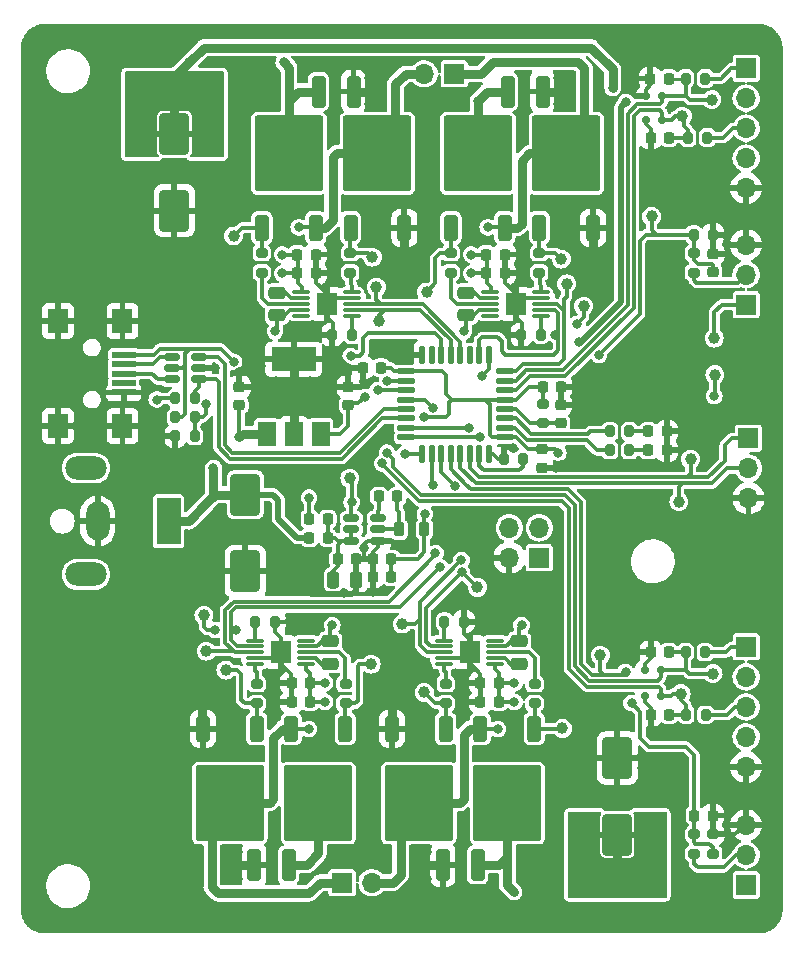
<source format=gbr>
%TF.GenerationSoftware,KiCad,Pcbnew,7.0.1*%
%TF.CreationDate,2023-12-25T09:53:22+01:00*%
%TF.ProjectId,BallBalancer,42616c6c-4261-46c6-916e-6365722e6b69,rev?*%
%TF.SameCoordinates,Original*%
%TF.FileFunction,Copper,L1,Top*%
%TF.FilePolarity,Positive*%
%FSLAX46Y46*%
G04 Gerber Fmt 4.6, Leading zero omitted, Abs format (unit mm)*
G04 Created by KiCad (PCBNEW 7.0.1) date 2023-12-25 09:53:22*
%MOMM*%
%LPD*%
G01*
G04 APERTURE LIST*
G04 Aperture macros list*
%AMRoundRect*
0 Rectangle with rounded corners*
0 $1 Rounding radius*
0 $2 $3 $4 $5 $6 $7 $8 $9 X,Y pos of 4 corners*
0 Add a 4 corners polygon primitive as box body*
4,1,4,$2,$3,$4,$5,$6,$7,$8,$9,$2,$3,0*
0 Add four circle primitives for the rounded corners*
1,1,$1+$1,$2,$3*
1,1,$1+$1,$4,$5*
1,1,$1+$1,$6,$7*
1,1,$1+$1,$8,$9*
0 Add four rect primitives between the rounded corners*
20,1,$1+$1,$2,$3,$4,$5,0*
20,1,$1+$1,$4,$5,$6,$7,0*
20,1,$1+$1,$6,$7,$8,$9,0*
20,1,$1+$1,$8,$9,$2,$3,0*%
G04 Aperture macros list end*
%TA.AperFunction,SMDPad,CuDef*%
%ADD10RoundRect,0.218750X0.218750X0.256250X-0.218750X0.256250X-0.218750X-0.256250X0.218750X-0.256250X0*%
%TD*%
%TA.AperFunction,ComponentPad*%
%ADD11R,1.700000X1.700000*%
%TD*%
%TA.AperFunction,ComponentPad*%
%ADD12O,1.700000X1.700000*%
%TD*%
%TA.AperFunction,SMDPad,CuDef*%
%ADD13RoundRect,0.225000X-0.225000X-0.250000X0.225000X-0.250000X0.225000X0.250000X-0.225000X0.250000X0*%
%TD*%
%TA.AperFunction,SMDPad,CuDef*%
%ADD14RoundRect,0.200000X-0.200000X-0.275000X0.200000X-0.275000X0.200000X0.275000X-0.200000X0.275000X0*%
%TD*%
%TA.AperFunction,SMDPad,CuDef*%
%ADD15C,1.000000*%
%TD*%
%TA.AperFunction,SMDPad,CuDef*%
%ADD16RoundRect,0.150000X-0.150000X-0.200000X0.150000X-0.200000X0.150000X0.200000X-0.150000X0.200000X0*%
%TD*%
%TA.AperFunction,SMDPad,CuDef*%
%ADD17RoundRect,0.225000X0.225000X0.250000X-0.225000X0.250000X-0.225000X-0.250000X0.225000X-0.250000X0*%
%TD*%
%TA.AperFunction,SMDPad,CuDef*%
%ADD18RoundRect,0.150000X-0.512500X-0.150000X0.512500X-0.150000X0.512500X0.150000X-0.512500X0.150000X0*%
%TD*%
%TA.AperFunction,SMDPad,CuDef*%
%ADD19RoundRect,0.200000X0.200000X0.275000X-0.200000X0.275000X-0.200000X-0.275000X0.200000X-0.275000X0*%
%TD*%
%TA.AperFunction,SMDPad,CuDef*%
%ADD20RoundRect,0.125000X0.625000X0.125000X-0.625000X0.125000X-0.625000X-0.125000X0.625000X-0.125000X0*%
%TD*%
%TA.AperFunction,SMDPad,CuDef*%
%ADD21RoundRect,0.125000X0.125000X0.625000X-0.125000X0.625000X-0.125000X-0.625000X0.125000X-0.625000X0*%
%TD*%
%TA.AperFunction,SMDPad,CuDef*%
%ADD22RoundRect,0.200000X0.275000X-0.200000X0.275000X0.200000X-0.275000X0.200000X-0.275000X-0.200000X0*%
%TD*%
%TA.AperFunction,SMDPad,CuDef*%
%ADD23RoundRect,0.250000X1.000000X-1.500000X1.000000X1.500000X-1.000000X1.500000X-1.000000X-1.500000X0*%
%TD*%
%TA.AperFunction,SMDPad,CuDef*%
%ADD24RoundRect,0.250000X-1.000000X1.500000X-1.000000X-1.500000X1.000000X-1.500000X1.000000X1.500000X0*%
%TD*%
%TA.AperFunction,SMDPad,CuDef*%
%ADD25RoundRect,0.225000X-0.250000X0.225000X-0.250000X-0.225000X0.250000X-0.225000X0.250000X0.225000X0*%
%TD*%
%TA.AperFunction,SMDPad,CuDef*%
%ADD26RoundRect,0.075000X-0.650000X-0.075000X0.650000X-0.075000X0.650000X0.075000X-0.650000X0.075000X0*%
%TD*%
%TA.AperFunction,SMDPad,CuDef*%
%ADD27R,1.680000X1.880000*%
%TD*%
%TA.AperFunction,SMDPad,CuDef*%
%ADD28RoundRect,0.250000X-0.325000X-1.100000X0.325000X-1.100000X0.325000X1.100000X-0.325000X1.100000X0*%
%TD*%
%TA.AperFunction,SMDPad,CuDef*%
%ADD29RoundRect,0.250000X0.350000X-0.850000X0.350000X0.850000X-0.350000X0.850000X-0.350000X-0.850000X0*%
%TD*%
%TA.AperFunction,SMDPad,CuDef*%
%ADD30RoundRect,0.250000X1.125000X-1.275000X1.125000X1.275000X-1.125000X1.275000X-1.125000X-1.275000X0*%
%TD*%
%TA.AperFunction,SMDPad,CuDef*%
%ADD31RoundRect,0.249997X2.650003X-2.950003X2.650003X2.950003X-2.650003X2.950003X-2.650003X-2.950003X0*%
%TD*%
%TA.AperFunction,SMDPad,CuDef*%
%ADD32RoundRect,0.150000X0.512500X0.150000X-0.512500X0.150000X-0.512500X-0.150000X0.512500X-0.150000X0*%
%TD*%
%TA.AperFunction,SMDPad,CuDef*%
%ADD33RoundRect,0.250000X0.475000X-0.250000X0.475000X0.250000X-0.475000X0.250000X-0.475000X-0.250000X0*%
%TD*%
%TA.AperFunction,SMDPad,CuDef*%
%ADD34RoundRect,0.200000X-0.275000X0.200000X-0.275000X-0.200000X0.275000X-0.200000X0.275000X0.200000X0*%
%TD*%
%TA.AperFunction,SMDPad,CuDef*%
%ADD35RoundRect,0.250000X-0.350000X0.850000X-0.350000X-0.850000X0.350000X-0.850000X0.350000X0.850000X0*%
%TD*%
%TA.AperFunction,SMDPad,CuDef*%
%ADD36RoundRect,0.250000X-1.125000X1.275000X-1.125000X-1.275000X1.125000X-1.275000X1.125000X1.275000X0*%
%TD*%
%TA.AperFunction,SMDPad,CuDef*%
%ADD37RoundRect,0.249997X-2.650003X2.950003X-2.650003X-2.950003X2.650003X-2.950003X2.650003X2.950003X0*%
%TD*%
%TA.AperFunction,SMDPad,CuDef*%
%ADD38RoundRect,0.250000X-0.475000X0.250000X-0.475000X-0.250000X0.475000X-0.250000X0.475000X0.250000X0*%
%TD*%
%TA.AperFunction,SMDPad,CuDef*%
%ADD39RoundRect,0.075000X0.650000X0.075000X-0.650000X0.075000X-0.650000X-0.075000X0.650000X-0.075000X0*%
%TD*%
%TA.AperFunction,SMDPad,CuDef*%
%ADD40RoundRect,0.225000X0.250000X-0.225000X0.250000X0.225000X-0.250000X0.225000X-0.250000X-0.225000X0*%
%TD*%
%TA.AperFunction,SMDPad,CuDef*%
%ADD41RoundRect,0.218750X-0.218750X-0.381250X0.218750X-0.381250X0.218750X0.381250X-0.218750X0.381250X0*%
%TD*%
%TA.AperFunction,SMDPad,CuDef*%
%ADD42R,1.500000X2.000000*%
%TD*%
%TA.AperFunction,SMDPad,CuDef*%
%ADD43R,3.800000X2.000000*%
%TD*%
%TA.AperFunction,ComponentPad*%
%ADD44R,2.000000X4.000000*%
%TD*%
%TA.AperFunction,ComponentPad*%
%ADD45O,2.000000X3.300000*%
%TD*%
%TA.AperFunction,ComponentPad*%
%ADD46O,3.500000X2.000000*%
%TD*%
%TA.AperFunction,SMDPad,CuDef*%
%ADD47RoundRect,0.250000X0.325000X1.100000X-0.325000X1.100000X-0.325000X-1.100000X0.325000X-1.100000X0*%
%TD*%
%TA.AperFunction,SMDPad,CuDef*%
%ADD48RoundRect,0.250000X-0.250000X-0.475000X0.250000X-0.475000X0.250000X0.475000X-0.250000X0.475000X0*%
%TD*%
%TA.AperFunction,SMDPad,CuDef*%
%ADD49R,2.000000X0.500000*%
%TD*%
%TA.AperFunction,SMDPad,CuDef*%
%ADD50R,1.700000X2.000000*%
%TD*%
%TA.AperFunction,ViaPad*%
%ADD51C,0.800000*%
%TD*%
%TA.AperFunction,Conductor*%
%ADD52C,0.300000*%
%TD*%
%TA.AperFunction,Conductor*%
%ADD53C,0.500000*%
%TD*%
%TA.AperFunction,Conductor*%
%ADD54C,0.800000*%
%TD*%
%TA.AperFunction,Conductor*%
%ADD55C,0.250000*%
%TD*%
G04 APERTURE END LIST*
D10*
%TO.P,D1,1,K*%
%TO.N,GND*%
X137187500Y-94100000D03*
%TO.P,D1,2,A*%
%TO.N,Net-(D1-A)*%
X135612500Y-94100000D03*
%TD*%
D11*
%TO.P,J4,1,Pin_1*%
%TO.N,+12V*%
X143900000Y-130900000D03*
D12*
%TO.P,J4,2,Pin_2*%
%TO.N,Net-(J4-Pin_2)*%
X143900000Y-128360000D03*
%TO.P,J4,3,Pin_3*%
%TO.N,GND*%
X143900000Y-125820000D03*
%TD*%
D11*
%TO.P,J7,1,Pin_1*%
%TO.N,+12V*%
X143900000Y-81760000D03*
D12*
%TO.P,J7,2,Pin_2*%
%TO.N,Net-(J7-Pin_2)*%
X143900000Y-79220000D03*
%TO.P,J7,3,Pin_3*%
%TO.N,GND*%
X143900000Y-76680000D03*
%TD*%
D13*
%TO.P,C31,1*%
%TO.N,GND*%
X105411451Y-113805292D03*
%TO.P,C31,2*%
%TO.N,+12V*%
X106961451Y-113805292D03*
%TD*%
D14*
%TO.P,R5,1*%
%TO.N,VBUS*%
X95575000Y-91300000D03*
%TO.P,R5,2*%
%TO.N,/Main/VUSB*%
X97225000Y-91300000D03*
%TD*%
D15*
%TO.P,TP2,1,1*%
%TO.N,/Main/RSPI_TX*%
X138200000Y-98450000D03*
%TD*%
%TO.P,TP17,1,1*%
%TO.N,Net-(Q6-G)*%
X99850000Y-112700000D03*
%TD*%
D16*
%TO.P,D6,1,K*%
%TO.N,/Main/ENCODER2_B*%
X136800000Y-64100000D03*
%TO.P,D6,2,A*%
%TO.N,GND*%
X135400000Y-64100000D03*
%TD*%
D17*
%TO.P,C32,1*%
%TO.N,GND*%
X123462500Y-79120000D03*
%TO.P,C32,2*%
%TO.N,+12V*%
X121912500Y-79120000D03*
%TD*%
D18*
%TO.P,U6,1,FB*%
%TO.N,+3V3*%
X110462500Y-99850000D03*
%TO.P,U6,2,EN*%
%TO.N,+12VA*%
X110462500Y-100800000D03*
%TO.P,U6,3,IN*%
X110462500Y-101750000D03*
%TO.P,U6,4,GND*%
%TO.N,GND*%
X112737500Y-101750000D03*
%TO.P,U6,5,SW*%
%TO.N,Net-(U6-SW)*%
X112737500Y-100800000D03*
%TO.P,U6,6,BST*%
%TO.N,Net-(U6-BST)*%
X112737500Y-99850000D03*
%TD*%
D19*
%TO.P,R17,1*%
%TO.N,Net-(U4-DT)*%
X110512500Y-84320000D03*
%TO.P,R17,2*%
%TO.N,GND*%
X108862500Y-84320000D03*
%TD*%
D17*
%TO.P,C34,1*%
%TO.N,GND*%
X123462500Y-77520000D03*
%TO.P,C34,2*%
%TO.N,+12V*%
X121912500Y-77520000D03*
%TD*%
D11*
%TO.P,J5,1,Pin_1*%
%TO.N,/Main/ENCODER1_B_OUT*%
X143900000Y-110740000D03*
D12*
%TO.P,J5,2,Pin_2*%
%TO.N,+5V*%
X143900000Y-113280000D03*
%TO.P,J5,3,Pin_3*%
%TO.N,/Main/ENCODER1_A_OUT*%
X143900000Y-115820000D03*
%TO.P,J5,4,Pin_4*%
%TO.N,unconnected-(J5-Pin_4-Pad4)*%
X143900000Y-118360000D03*
%TO.P,J5,5,Pin_5*%
%TO.N,GND*%
X143900000Y-120900000D03*
%TD*%
D20*
%TO.P,U1,1,VDD*%
%TO.N,+3V3*%
X123475000Y-93000000D03*
%TO.P,U1,2,PC14*%
%TO.N,/Main/LED1*%
X123475000Y-92200000D03*
%TO.P,U1,3,PC15*%
%TO.N,/Main/LED2*%
X123475000Y-91400000D03*
%TO.P,U1,4,NRST*%
%TO.N,Net-(U1-NRST)*%
X123475000Y-90600000D03*
%TO.P,U1,5,VDDA*%
%TO.N,+3V3*%
X123475000Y-89800000D03*
%TO.P,U1,6,PA0*%
%TO.N,/Main/ENCODER2_A*%
X123475000Y-89000000D03*
%TO.P,U1,7,PA1*%
%TO.N,/Main/ENCODER2_B*%
X123475000Y-88200000D03*
%TO.P,U1,8,PA2*%
%TO.N,IN_MOT_CH2R*%
X123475000Y-87400000D03*
D21*
%TO.P,U1,9,PA3*%
%TO.N,IN_MOT_CH1L*%
X122100000Y-86025000D03*
%TO.P,U1,10,PA4*%
%TO.N,EN_MOT_CH2R*%
X121300000Y-86025000D03*
%TO.P,U1,11,PA5*%
%TO.N,unconnected-(U1-PA5-Pad11)*%
X120500000Y-86025000D03*
%TO.P,U1,12,PA6*%
%TO.N,IN_MOT_CH2L*%
X119700000Y-86025000D03*
%TO.P,U1,13,PA7*%
%TO.N,EN_MOT_CH2L*%
X118900000Y-86025000D03*
%TO.P,U1,14,PB0*%
%TO.N,/Main/VUSB*%
X118100000Y-86025000D03*
%TO.P,U1,15,PB1*%
%TO.N,unconnected-(U1-PB1-Pad15)*%
X117300000Y-86025000D03*
%TO.P,U1,16,VSS*%
%TO.N,GND*%
X116500000Y-86025000D03*
D20*
%TO.P,U1,17,VDD*%
%TO.N,+3V3*%
X115125000Y-87400000D03*
%TO.P,U1,18,PA8*%
%TO.N,/Main/ENCODER1_B*%
X115125000Y-88200000D03*
%TO.P,U1,19,PA9*%
%TO.N,/Main/ENCODER1_A*%
X115125000Y-89000000D03*
%TO.P,U1,20,PA10*%
%TO.N,IN_MOT_CH1R*%
X115125000Y-89800000D03*
%TO.P,U1,21,PA11*%
%TO.N,/Main/USB_DM*%
X115125000Y-90600000D03*
%TO.P,U1,22,PA12*%
%TO.N,/Main/USB_DP*%
X115125000Y-91400000D03*
%TO.P,U1,23,PA13*%
%TO.N,/Main/SWDIO*%
X115125000Y-92200000D03*
%TO.P,U1,24,PA14*%
%TO.N,/Main/SWCLK*%
X115125000Y-93000000D03*
D21*
%TO.P,U1,25,PA15*%
%TO.N,/Main/REF_MOT2*%
X116500000Y-94375000D03*
%TO.P,U1,26,PB3*%
%TO.N,EN_MOT_CH1R*%
X117300000Y-94375000D03*
%TO.P,U1,27,PB4*%
%TO.N,EN_MOT_CH1L*%
X118100000Y-94375000D03*
%TO.P,U1,28,PB5*%
%TO.N,/Main/REF_MOT1*%
X118900000Y-94375000D03*
%TO.P,U1,29,PB6*%
%TO.N,/Main/RSPI_TX*%
X119700000Y-94375000D03*
%TO.P,U1,30,PB7*%
%TO.N,/Main/RSPI_RX*%
X120500000Y-94375000D03*
%TO.P,U1,31,PH3*%
%TO.N,Net-(U1-PH3)*%
X121300000Y-94375000D03*
%TO.P,U1,32,VSS*%
%TO.N,GND*%
X122100000Y-94375000D03*
%TD*%
D10*
%TO.P,D2,1,K*%
%TO.N,GND*%
X137187500Y-92500000D03*
%TO.P,D2,2,A*%
%TO.N,Net-(D2-A)*%
X135612500Y-92500000D03*
%TD*%
D22*
%TO.P,R22,1*%
%TO.N,Net-(Q5-G)*%
X109986451Y-115530292D03*
%TO.P,R22,2*%
%TO.N,Net-(U7-HO)*%
X109986451Y-113880292D03*
%TD*%
D15*
%TO.P,TP1,1,1*%
%TO.N,/Main/RSPI_RX*%
X139200000Y-94850000D03*
%TD*%
D16*
%TO.P,D3,1,K*%
%TO.N,/Main/ENCODER1_A*%
X136700000Y-114900000D03*
%TO.P,D3,2,A*%
%TO.N,GND*%
X135300000Y-114900000D03*
%TD*%
D15*
%TO.P,TP22,1,1*%
%TO.N,EN_MOT_CH2R*%
X130150000Y-81900000D03*
%TD*%
D23*
%TO.P,C36,1*%
%TO.N,+12V*%
X133000000Y-126650000D03*
%TO.P,C36,2*%
%TO.N,GND*%
X133000000Y-120150000D03*
%TD*%
D19*
%TO.P,R7,1*%
%TO.N,/Main/USB_DP*%
X97225000Y-89700000D03*
%TO.P,R7,2*%
%TO.N,+3V3*%
X95575000Y-89700000D03*
%TD*%
D13*
%TO.P,C13,1*%
%TO.N,GND*%
X121411451Y-113805292D03*
%TO.P,C13,2*%
%TO.N,+12V*%
X122961451Y-113805292D03*
%TD*%
D15*
%TO.P,TP19,1,1*%
%TO.N,Net-(Q8-G)*%
X128250000Y-77900000D03*
%TD*%
D19*
%TO.P,R27,1*%
%TO.N,Net-(U8-DT)*%
X126512500Y-84320000D03*
%TO.P,R27,2*%
%TO.N,GND*%
X124862500Y-84320000D03*
%TD*%
D24*
%TO.P,C15,1*%
%TO.N,+12V*%
X101500000Y-97850000D03*
%TO.P,C15,2*%
%TO.N,GND*%
X101500000Y-104350000D03*
%TD*%
D25*
%TO.P,C1,1*%
%TO.N,GND*%
X128200000Y-90225000D03*
%TO.P,C1,2*%
%TO.N,Net-(U1-NRST)*%
X128200000Y-91775000D03*
%TD*%
D13*
%TO.P,C11,1*%
%TO.N,GND*%
X121411451Y-115405292D03*
%TO.P,C11,2*%
%TO.N,+12V*%
X122961451Y-115405292D03*
%TD*%
D15*
%TO.P,TP4,1,1*%
%TO.N,/Main/REF_MOT1*%
X131550000Y-111450000D03*
%TD*%
D13*
%TO.P,C33,1*%
%TO.N,GND*%
X105411451Y-115405292D03*
%TO.P,C33,2*%
%TO.N,+12V*%
X106961451Y-115405292D03*
%TD*%
D26*
%TO.P,U4,1,Vcc*%
%TO.N,+12V*%
X106237500Y-80720000D03*
%TO.P,U4,2,VB*%
%TO.N,Net-(U4-VB)*%
X106237500Y-81220000D03*
%TO.P,U4,3,HO*%
%TO.N,Net-(U4-HO)*%
X106237500Y-81720000D03*
%TO.P,U4,4,Vs*%
%TO.N,Net-(M2--)*%
X106237500Y-82220000D03*
%TO.P,U4,5,NC*%
%TO.N,unconnected-(U4-NC-Pad5)*%
X106237500Y-82720000D03*
%TO.P,U4,6,DT*%
%TO.N,Net-(U4-DT)*%
X110537500Y-82720000D03*
%TO.P,U4,7,EN*%
%TO.N,EN_MOT_CH2L*%
X110537500Y-82220000D03*
%TO.P,U4,8,IN*%
%TO.N,IN_MOT_CH2L*%
X110537500Y-81720000D03*
%TO.P,U4,9,COM*%
%TO.N,GND*%
X110537500Y-81220000D03*
%TO.P,U4,10,LO*%
%TO.N,Net-(U4-LO)*%
X110537500Y-80720000D03*
D27*
%TO.P,U4,11,PAD*%
%TO.N,GND*%
X108387500Y-81720000D03*
%TD*%
D19*
%TO.P,R12,1*%
%TO.N,/Main/ENCODER2_A_OUT*%
X140625000Y-67620000D03*
%TO.P,R12,2*%
%TO.N,/Main/ENCODER2_A*%
X138975000Y-67620000D03*
%TD*%
D28*
%TO.P,C27,1*%
%TO.N,GND*%
X118211451Y-129205292D03*
%TO.P,C27,2*%
%TO.N,+12V*%
X121161451Y-129205292D03*
%TD*%
D29*
%TO.P,Q4,1,G*%
%TO.N,Net-(Q4-G)*%
X110407500Y-75260000D03*
D30*
%TO.P,Q4,2,D*%
%TO.N,Net-(M2--)*%
X111162500Y-70635000D03*
X114212500Y-70635000D03*
D31*
X112687500Y-68960000D03*
D30*
X111162500Y-67285000D03*
X114212500Y-67285000D03*
D29*
%TO.P,Q4,3,S*%
%TO.N,GND*%
X114967500Y-75260000D03*
%TD*%
D28*
%TO.P,C24,1*%
%TO.N,GND*%
X102211451Y-129205292D03*
%TO.P,C24,2*%
%TO.N,+12V*%
X105161451Y-129205292D03*
%TD*%
D14*
%TO.P,R2,1*%
%TO.N,/Main/LED2*%
X132375000Y-92500000D03*
%TO.P,R2,2*%
%TO.N,Net-(D2-A)*%
X134025000Y-92500000D03*
%TD*%
D15*
%TO.P,TP6,1,1*%
%TO.N,/Main/ENCODER2_A*%
X138500000Y-65820000D03*
%TD*%
D32*
%TO.P,U2,1,I/O1*%
%TO.N,/Main/USB_DP*%
X97537500Y-88100000D03*
%TO.P,U2,2,GND*%
%TO.N,GND*%
X97537500Y-87150000D03*
%TO.P,U2,3,I/O2*%
%TO.N,/Main/USB_DM*%
X97537500Y-86200000D03*
%TO.P,U2,4,I/O2*%
%TO.N,/Main/D-*%
X95262500Y-86200000D03*
%TO.P,U2,5,VBUS*%
%TO.N,VBUS*%
X95262500Y-87150000D03*
%TO.P,U2,6,I/O1*%
%TO.N,/Main/D+*%
X95262500Y-88100000D03*
%TD*%
D33*
%TO.P,C20,1*%
%TO.N,Net-(M2--)*%
X104187500Y-82670000D03*
%TO.P,C20,2*%
%TO.N,Net-(U4-VB)*%
X104187500Y-80770000D03*
%TD*%
D17*
%TO.P,C8,1*%
%TO.N,/Main/ENCODER2_A*%
X137375000Y-67620000D03*
%TO.P,C8,2*%
%TO.N,GND*%
X135825000Y-67620000D03*
%TD*%
D34*
%TO.P,R23,1*%
%TO.N,Net-(U7-LO)*%
X102486451Y-113880292D03*
%TO.P,R23,2*%
%TO.N,Net-(Q6-G)*%
X102486451Y-115530292D03*
%TD*%
D13*
%TO.P,C26,1*%
%TO.N,GND*%
X112325000Y-104800000D03*
%TO.P,C26,2*%
%TO.N,+3V3*%
X113875000Y-104800000D03*
%TD*%
D29*
%TO.P,Q8,1,G*%
%TO.N,Net-(Q8-G)*%
X126407500Y-75260000D03*
D30*
%TO.P,Q8,2,D*%
%TO.N,Net-(M2-+)*%
X127162500Y-70635000D03*
X130212500Y-70635000D03*
D31*
X128687500Y-68960000D03*
D30*
X127162500Y-67285000D03*
X130212500Y-67285000D03*
D29*
%TO.P,Q8,3,S*%
%TO.N,GND*%
X130967500Y-75260000D03*
%TD*%
D35*
%TO.P,Q6,1,G*%
%TO.N,Net-(Q6-G)*%
X102466451Y-117665292D03*
D36*
%TO.P,Q6,2,D*%
%TO.N,Net-(M1-+)*%
X101711451Y-122290292D03*
X98661451Y-122290292D03*
D37*
X100186451Y-123965292D03*
D36*
X101711451Y-125640292D03*
X98661451Y-125640292D03*
D35*
%TO.P,Q6,3,S*%
%TO.N,GND*%
X97906451Y-117665292D03*
%TD*%
D14*
%TO.P,R14,1*%
%TO.N,/Main/REF_MOT2*%
X139475000Y-75835000D03*
%TO.P,R14,2*%
%TO.N,GND*%
X141125000Y-75835000D03*
%TD*%
D38*
%TO.P,C19,1*%
%TO.N,Net-(M1--)*%
X124686451Y-110255292D03*
%TO.P,C19,2*%
%TO.N,Net-(U3-VB)*%
X124686451Y-112155292D03*
%TD*%
D35*
%TO.P,Q5,1,G*%
%TO.N,Net-(Q5-G)*%
X109966451Y-117665292D03*
D36*
%TO.P,Q5,2,D*%
%TO.N,+12V*%
X109211451Y-122290292D03*
X106161451Y-122290292D03*
D37*
X107686451Y-123965292D03*
D36*
X109211451Y-125640292D03*
X106161451Y-125640292D03*
D35*
%TO.P,Q5,3,S*%
%TO.N,Net-(M1-+)*%
X105406451Y-117665292D03*
%TD*%
D14*
%TO.P,R6,1*%
%TO.N,GND*%
X95575000Y-92900000D03*
%TO.P,R6,2*%
%TO.N,/Main/VUSB*%
X97225000Y-92900000D03*
%TD*%
D15*
%TO.P,TP24,1,1*%
%TO.N,EN_MOT_CH1L*%
X121150000Y-105700000D03*
%TD*%
D29*
%TO.P,Q7,1,G*%
%TO.N,Net-(Q7-G)*%
X118907500Y-75260000D03*
D30*
%TO.P,Q7,2,D*%
%TO.N,+12V*%
X119662500Y-70635000D03*
X122712500Y-70635000D03*
D31*
X121187500Y-68960000D03*
D30*
X119662500Y-67285000D03*
X122712500Y-67285000D03*
D29*
%TO.P,Q7,3,S*%
%TO.N,Net-(M2-+)*%
X123467500Y-75260000D03*
%TD*%
D22*
%TO.P,R25,1*%
%TO.N,Net-(U8-LO)*%
X126387500Y-79045000D03*
%TO.P,R25,2*%
%TO.N,Net-(Q8-G)*%
X126387500Y-77395000D03*
%TD*%
D16*
%TO.P,D5,1,K*%
%TO.N,/Main/ENCODER2_A*%
X136800000Y-66100000D03*
%TO.P,D5,2,A*%
%TO.N,GND*%
X135400000Y-66100000D03*
%TD*%
D17*
%TO.P,C22,1*%
%TO.N,Net-(U6-SW)*%
X114375000Y-98000000D03*
%TO.P,C22,2*%
%TO.N,Net-(U6-BST)*%
X112825000Y-98000000D03*
%TD*%
D13*
%TO.P,C7,1*%
%TO.N,/Main/REF_MOT1*%
X139525000Y-125020000D03*
%TO.P,C7,2*%
%TO.N,GND*%
X141075000Y-125020000D03*
%TD*%
D26*
%TO.P,U8,1,Vcc*%
%TO.N,+12V*%
X122237500Y-80720000D03*
%TO.P,U8,2,VB*%
%TO.N,Net-(U8-VB)*%
X122237500Y-81220000D03*
%TO.P,U8,3,HO*%
%TO.N,Net-(U8-HO)*%
X122237500Y-81720000D03*
%TO.P,U8,4,Vs*%
%TO.N,Net-(M2-+)*%
X122237500Y-82220000D03*
%TO.P,U8,5,NC*%
%TO.N,unconnected-(U8-NC-Pad5)*%
X122237500Y-82720000D03*
%TO.P,U8,6,DT*%
%TO.N,Net-(U8-DT)*%
X126537500Y-82720000D03*
%TO.P,U8,7,EN*%
%TO.N,EN_MOT_CH2R*%
X126537500Y-82220000D03*
%TO.P,U8,8,IN*%
%TO.N,IN_MOT_CH2R*%
X126537500Y-81720000D03*
%TO.P,U8,9,COM*%
%TO.N,GND*%
X126537500Y-81220000D03*
%TO.P,U8,10,LO*%
%TO.N,Net-(U8-LO)*%
X126537500Y-80720000D03*
D27*
%TO.P,U8,11,PAD*%
%TO.N,GND*%
X124387500Y-81720000D03*
%TD*%
D15*
%TO.P,TP5,1,1*%
%TO.N,/Main/ENCODER1_B*%
X141100000Y-113000000D03*
%TD*%
D35*
%TO.P,Q2,1,G*%
%TO.N,Net-(Q2-G)*%
X118466451Y-117665292D03*
D36*
%TO.P,Q2,2,D*%
%TO.N,Net-(M1--)*%
X117711451Y-122290292D03*
X114661451Y-122290292D03*
D37*
X116186451Y-123965292D03*
D36*
X117711451Y-125640292D03*
X114661451Y-125640292D03*
D35*
%TO.P,Q2,3,S*%
%TO.N,GND*%
X113906451Y-117665292D03*
%TD*%
D39*
%TO.P,U7,1,Vcc*%
%TO.N,+12V*%
X106636451Y-112205292D03*
%TO.P,U7,2,VB*%
%TO.N,Net-(U7-VB)*%
X106636451Y-111705292D03*
%TO.P,U7,3,HO*%
%TO.N,Net-(U7-HO)*%
X106636451Y-111205292D03*
%TO.P,U7,4,Vs*%
%TO.N,Net-(M1-+)*%
X106636451Y-110705292D03*
%TO.P,U7,5,NC*%
%TO.N,unconnected-(U7-NC-Pad5)*%
X106636451Y-110205292D03*
%TO.P,U7,6,DT*%
%TO.N,Net-(U7-DT)*%
X102336451Y-110205292D03*
%TO.P,U7,7,EN*%
%TO.N,EN_MOT_CH1R*%
X102336451Y-110705292D03*
%TO.P,U7,8,IN*%
%TO.N,IN_MOT_CH1R*%
X102336451Y-111205292D03*
%TO.P,U7,9,COM*%
%TO.N,GND*%
X102336451Y-111705292D03*
%TO.P,U7,10,LO*%
%TO.N,Net-(U7-LO)*%
X102336451Y-112205292D03*
D27*
%TO.P,U7,11,PAD*%
%TO.N,GND*%
X104486451Y-111205292D03*
%TD*%
D34*
%TO.P,R20,1*%
%TO.N,Net-(Q3-G)*%
X102887500Y-77395000D03*
%TO.P,R20,2*%
%TO.N,Net-(U4-HO)*%
X102887500Y-79045000D03*
%TD*%
D15*
%TO.P,TP25,1,1*%
%TO.N,EN_MOT_CH1R*%
X98000000Y-108050000D03*
%TD*%
D14*
%TO.P,R1,1*%
%TO.N,/Main/LED1*%
X132375000Y-94100000D03*
%TO.P,R1,2*%
%TO.N,Net-(D1-A)*%
X134025000Y-94100000D03*
%TD*%
D24*
%TO.P,C35,1*%
%TO.N,+12V*%
X95500000Y-67300000D03*
%TO.P,C35,2*%
%TO.N,GND*%
X95500000Y-73800000D03*
%TD*%
D34*
%TO.P,R3,1*%
%TO.N,+3V3*%
X126700000Y-90175000D03*
%TO.P,R3,2*%
%TO.N,Net-(U1-NRST)*%
X126700000Y-91825000D03*
%TD*%
D22*
%TO.P,R10,1*%
%TO.N,/Main/REF_MOT1*%
X141100000Y-128270000D03*
%TO.P,R10,2*%
%TO.N,GND*%
X141100000Y-126620000D03*
%TD*%
D15*
%TO.P,TP13,1,1*%
%TO.N,Net-(Q4-G)*%
X112250000Y-77750000D03*
%TD*%
D10*
%TO.P,D7,1,K*%
%TO.N,+12VA*%
X108487500Y-101500000D03*
%TO.P,D7,2,A*%
%TO.N,+12V*%
X106912500Y-101500000D03*
%TD*%
D40*
%TO.P,C18,1*%
%TO.N,+12V*%
X101000000Y-90275000D03*
%TO.P,C18,2*%
%TO.N,GND*%
X101000000Y-88725000D03*
%TD*%
D11*
%TO.P,J3,1,Pin_1*%
%TO.N,+3V3*%
X126390000Y-103190000D03*
D12*
%TO.P,J3,2,Pin_2*%
%TO.N,GND*%
X123850000Y-103190000D03*
%TO.P,J3,3,Pin_3*%
%TO.N,/Main/SWCLK*%
X126390000Y-100650000D03*
%TO.P,J3,4,Pin_4*%
%TO.N,/Main/SWDIO*%
X123850000Y-100650000D03*
%TD*%
D40*
%TO.P,C2,1*%
%TO.N,GND*%
X126600000Y-95575000D03*
%TO.P,C2,2*%
%TO.N,+3V3*%
X126600000Y-94025000D03*
%TD*%
D41*
%TO.P,L1,1,1*%
%TO.N,Net-(U6-SW)*%
X114537500Y-100800000D03*
%TO.P,L1,2,2*%
%TO.N,+3V3*%
X116662500Y-100800000D03*
%TD*%
D19*
%TO.P,R8,1*%
%TO.N,/Main/ENCODER1_A_OUT*%
X140475000Y-116500000D03*
%TO.P,R8,2*%
%TO.N,/Main/ENCODER1_A*%
X138825000Y-116500000D03*
%TD*%
D40*
%TO.P,C21,1*%
%TO.N,+5V*%
X110200000Y-90275000D03*
%TO.P,C21,2*%
%TO.N,GND*%
X110200000Y-88725000D03*
%TD*%
D33*
%TO.P,C30,1*%
%TO.N,Net-(M2-+)*%
X120187500Y-82670000D03*
%TO.P,C30,2*%
%TO.N,Net-(U8-VB)*%
X120187500Y-80770000D03*
%TD*%
D15*
%TO.P,TP20,1,1*%
%TO.N,IN_MOT_CH1L*%
X114800000Y-108800000D03*
%TD*%
D42*
%TO.P,U5,1,VI*%
%TO.N,+12V*%
X103300000Y-92700000D03*
%TO.P,U5,2,GND*%
%TO.N,GND*%
X105600000Y-92700000D03*
D43*
X105600000Y-86400000D03*
D42*
%TO.P,U5,3,VO*%
%TO.N,+5V*%
X107900000Y-92700000D03*
%TD*%
D15*
%TO.P,TP9,1,1*%
%TO.N,+12V*%
X141200000Y-84600000D03*
%TD*%
D11*
%TO.P,M1,1,+*%
%TO.N,Net-(M1-+)*%
X109686451Y-130705292D03*
D12*
%TO.P,M1,2,-*%
%TO.N,Net-(M1--)*%
X112226451Y-130705292D03*
%TD*%
D11*
%TO.P,J6,1,Pin_1*%
%TO.N,/Main/ENCODER2_B_OUT*%
X143900000Y-61740000D03*
D12*
%TO.P,J6,2,Pin_2*%
%TO.N,+5V*%
X143900000Y-64280000D03*
%TO.P,J6,3,Pin_3*%
%TO.N,/Main/ENCODER2_A_OUT*%
X143900000Y-66820000D03*
%TO.P,J6,4,Pin_4*%
%TO.N,unconnected-(J6-Pin_4-Pad4)*%
X143900000Y-69360000D03*
%TO.P,J6,5,Pin_5*%
%TO.N,GND*%
X143900000Y-71900000D03*
%TD*%
D13*
%TO.P,C4,1*%
%TO.N,GND*%
X111450000Y-87100000D03*
%TO.P,C4,2*%
%TO.N,+3V3*%
X113000000Y-87100000D03*
%TD*%
D15*
%TO.P,TP7,1,1*%
%TO.N,/Main/REF_MOT2*%
X135900000Y-74300000D03*
%TD*%
%TO.P,TP12,1,1*%
%TO.N,Net-(Q3-G)*%
X100500000Y-75950000D03*
%TD*%
%TO.P,TP18,1,1*%
%TO.N,Net-(Q7-G)*%
X116850000Y-80700000D03*
%TD*%
D22*
%TO.P,R21,1*%
%TO.N,Net-(U4-LO)*%
X110387500Y-79045000D03*
%TO.P,R21,2*%
%TO.N,Net-(Q4-G)*%
X110387500Y-77395000D03*
%TD*%
D15*
%TO.P,TP16,1,1*%
%TO.N,Net-(Q5-G)*%
X112150000Y-112200000D03*
%TD*%
%TO.P,TP15,1,1*%
%TO.N,+3V3*%
X110350000Y-96450000D03*
%TD*%
%TO.P,TP11,1,1*%
%TO.N,Net-(Q2-G)*%
X116650000Y-114600000D03*
%TD*%
D16*
%TO.P,D4,1,K*%
%TO.N,/Main/ENCODER1_B*%
X136700000Y-112700000D03*
%TO.P,D4,2,A*%
%TO.N,GND*%
X135300000Y-112700000D03*
%TD*%
D22*
%TO.P,R9,1*%
%TO.N,Net-(J4-Pin_2)*%
X139500000Y-128245000D03*
%TO.P,R9,2*%
%TO.N,/Main/REF_MOT1*%
X139500000Y-126595000D03*
%TD*%
%TO.P,R13,1*%
%TO.N,Net-(J7-Pin_2)*%
X139475000Y-79060000D03*
%TO.P,R13,2*%
%TO.N,/Main/REF_MOT2*%
X139475000Y-77410000D03*
%TD*%
D11*
%TO.P,M2,1,+*%
%TO.N,Net-(M2-+)*%
X119187500Y-62220000D03*
D12*
%TO.P,M2,2,-*%
%TO.N,Net-(M2--)*%
X116647500Y-62220000D03*
%TD*%
D44*
%TO.P,J8,1*%
%TO.N,+12V*%
X95000000Y-100100000D03*
D45*
%TO.P,J8,2*%
%TO.N,GND*%
X89000000Y-100100000D03*
D46*
%TO.P,J8,MP*%
%TO.N,N/C*%
X88000000Y-95600000D03*
X88000000Y-104600000D03*
%TD*%
D17*
%TO.P,C3,1*%
%TO.N,GND*%
X128250000Y-88700000D03*
%TO.P,C3,2*%
%TO.N,+3V3*%
X126700000Y-88700000D03*
%TD*%
D47*
%TO.P,C28,1*%
%TO.N,GND*%
X126662500Y-63720000D03*
%TO.P,C28,2*%
%TO.N,+12V*%
X123712500Y-63720000D03*
%TD*%
D17*
%TO.P,C5,1*%
%TO.N,/Main/ENCODER1_A*%
X137400000Y-116500000D03*
%TO.P,C5,2*%
%TO.N,GND*%
X135850000Y-116500000D03*
%TD*%
D48*
%TO.P,C17,1*%
%TO.N,+12VA*%
X108950000Y-105050000D03*
%TO.P,C17,2*%
%TO.N,GND*%
X110850000Y-105050000D03*
%TD*%
D10*
%TO.P,D8,1,K*%
%TO.N,+12VA*%
X108487500Y-99900000D03*
%TO.P,D8,2,A*%
%TO.N,VBUS*%
X106912500Y-99900000D03*
%TD*%
D34*
%TO.P,R19,1*%
%TO.N,Net-(U3-LO)*%
X118486451Y-113880292D03*
%TO.P,R19,2*%
%TO.N,Net-(Q2-G)*%
X118486451Y-115530292D03*
%TD*%
D17*
%TO.P,C6,1*%
%TO.N,/Main/ENCODER1_B*%
X137375000Y-111190000D03*
%TO.P,C6,2*%
%TO.N,GND*%
X135825000Y-111190000D03*
%TD*%
D14*
%TO.P,R4,1*%
%TO.N,GND*%
X123375000Y-94800000D03*
%TO.P,R4,2*%
%TO.N,Net-(U1-PH3)*%
X125025000Y-94800000D03*
%TD*%
D15*
%TO.P,TP8,1,1*%
%TO.N,/Main/ENCODER2_B*%
X141000000Y-64400000D03*
%TD*%
%TO.P,TP23,1,1*%
%TO.N,IN_MOT_CH1R*%
X98200000Y-111100000D03*
%TD*%
D14*
%TO.P,R16,1*%
%TO.N,Net-(U3-DT)*%
X118361451Y-108605292D03*
%TO.P,R16,2*%
%TO.N,GND*%
X120011451Y-108605292D03*
%TD*%
D15*
%TO.P,TP26,1,1*%
%TO.N,EN_MOT_CH2L*%
X112850000Y-83150000D03*
%TD*%
D19*
%TO.P,R11,1*%
%TO.N,/Main/ENCODER1_B_OUT*%
X140425000Y-111190000D03*
%TO.P,R11,2*%
%TO.N,/Main/ENCODER1_B*%
X138775000Y-111190000D03*
%TD*%
D38*
%TO.P,C29,1*%
%TO.N,Net-(M1-+)*%
X108686451Y-110255292D03*
%TO.P,C29,2*%
%TO.N,Net-(U7-VB)*%
X108686451Y-112155292D03*
%TD*%
D13*
%TO.P,C16,1*%
%TO.N,+12VA*%
X109325000Y-103300000D03*
%TO.P,C16,2*%
%TO.N,GND*%
X110875000Y-103300000D03*
%TD*%
D15*
%TO.P,TP3,1,1*%
%TO.N,/Main/ENCODER1_A*%
X138400000Y-114700000D03*
%TD*%
D22*
%TO.P,R18,1*%
%TO.N,Net-(Q1-G)*%
X125986451Y-115530292D03*
%TO.P,R18,2*%
%TO.N,Net-(U3-HO)*%
X125986451Y-113880292D03*
%TD*%
D17*
%TO.P,C9,1*%
%TO.N,/Main/ENCODER2_B*%
X137350000Y-62620000D03*
%TO.P,C9,2*%
%TO.N,GND*%
X135800000Y-62620000D03*
%TD*%
D14*
%TO.P,R26,1*%
%TO.N,Net-(U7-DT)*%
X102361451Y-108605292D03*
%TO.P,R26,2*%
%TO.N,GND*%
X104011451Y-108605292D03*
%TD*%
D49*
%TO.P,J1,1,VBUS*%
%TO.N,VBUS*%
X91200000Y-86000000D03*
%TO.P,J1,2,D-*%
%TO.N,/Main/D-*%
X91200000Y-86800000D03*
%TO.P,J1,3,D+*%
%TO.N,/Main/D+*%
X91200000Y-87600000D03*
%TO.P,J1,4,ID*%
%TO.N,unconnected-(J1-ID-Pad4)*%
X91200000Y-88400000D03*
%TO.P,J1,5,GND*%
%TO.N,GND*%
X91200000Y-89200000D03*
D50*
%TO.P,J1,6,Shield*%
X91100000Y-83150000D03*
X85650000Y-83150000D03*
X91100000Y-92050000D03*
X85650000Y-92050000D03*
%TD*%
D13*
%TO.P,C23,1*%
%TO.N,GND*%
X112325000Y-103300000D03*
%TO.P,C23,2*%
%TO.N,+3V3*%
X113875000Y-103300000D03*
%TD*%
D15*
%TO.P,TP14,1,1*%
%TO.N,+5V*%
X141250000Y-87700000D03*
%TD*%
%TO.P,TP10,1,1*%
%TO.N,Net-(Q1-G)*%
X128350000Y-117650000D03*
%TD*%
D19*
%TO.P,R15,1*%
%TO.N,/Main/ENCODER2_B_OUT*%
X140450000Y-62620000D03*
%TO.P,R15,2*%
%TO.N,/Main/ENCODER2_B*%
X138800000Y-62620000D03*
%TD*%
D15*
%TO.P,TP27,1,1*%
%TO.N,IN_MOT_CH2L*%
X112600000Y-80300000D03*
%TD*%
%TO.P,TP21,1,1*%
%TO.N,IN_MOT_CH2R*%
X128700000Y-80000000D03*
%TD*%
D17*
%TO.P,C14,1*%
%TO.N,GND*%
X107462500Y-79120000D03*
%TO.P,C14,2*%
%TO.N,+12V*%
X105912500Y-79120000D03*
%TD*%
%TO.P,C12,1*%
%TO.N,GND*%
X107462500Y-77520000D03*
%TO.P,C12,2*%
%TO.N,+12V*%
X105912500Y-77520000D03*
%TD*%
D11*
%TO.P,J2,1,Pin_1*%
%TO.N,/Main/RSPI_RX*%
X144100000Y-93080000D03*
D12*
%TO.P,J2,2,Pin_2*%
%TO.N,/Main/RSPI_TX*%
X144100000Y-95620000D03*
%TO.P,J2,3,Pin_3*%
%TO.N,GND*%
X144100000Y-98160000D03*
%TD*%
D40*
%TO.P,C10,1*%
%TO.N,/Main/REF_MOT2*%
X141100000Y-79010000D03*
%TO.P,C10,2*%
%TO.N,GND*%
X141100000Y-77460000D03*
%TD*%
D39*
%TO.P,U3,1,Vcc*%
%TO.N,+12V*%
X122636451Y-112205292D03*
%TO.P,U3,2,VB*%
%TO.N,Net-(U3-VB)*%
X122636451Y-111705292D03*
%TO.P,U3,3,HO*%
%TO.N,Net-(U3-HO)*%
X122636451Y-111205292D03*
%TO.P,U3,4,Vs*%
%TO.N,Net-(M1--)*%
X122636451Y-110705292D03*
%TO.P,U3,5,NC*%
%TO.N,unconnected-(U3-NC-Pad5)*%
X122636451Y-110205292D03*
%TO.P,U3,6,DT*%
%TO.N,Net-(U3-DT)*%
X118336451Y-110205292D03*
%TO.P,U3,7,EN*%
%TO.N,EN_MOT_CH1L*%
X118336451Y-110705292D03*
%TO.P,U3,8,IN*%
%TO.N,IN_MOT_CH1L*%
X118336451Y-111205292D03*
%TO.P,U3,9,COM*%
%TO.N,GND*%
X118336451Y-111705292D03*
%TO.P,U3,10,LO*%
%TO.N,Net-(U3-LO)*%
X118336451Y-112205292D03*
D27*
%TO.P,U3,11,PAD*%
%TO.N,GND*%
X120486451Y-111205292D03*
%TD*%
D35*
%TO.P,Q1,1,G*%
%TO.N,Net-(Q1-G)*%
X125966451Y-117665292D03*
D36*
%TO.P,Q1,2,D*%
%TO.N,+12V*%
X125211451Y-122290292D03*
X122161451Y-122290292D03*
D37*
X123686451Y-123965292D03*
D36*
X125211451Y-125640292D03*
X122161451Y-125640292D03*
D35*
%TO.P,Q1,3,S*%
%TO.N,Net-(M1--)*%
X121406451Y-117665292D03*
%TD*%
D47*
%TO.P,C25,1*%
%TO.N,GND*%
X110662500Y-63720000D03*
%TO.P,C25,2*%
%TO.N,+12V*%
X107712500Y-63720000D03*
%TD*%
D29*
%TO.P,Q3,1,G*%
%TO.N,Net-(Q3-G)*%
X102907500Y-75260000D03*
D30*
%TO.P,Q3,2,D*%
%TO.N,+12V*%
X103662500Y-70635000D03*
X106712500Y-70635000D03*
D31*
X105187500Y-68960000D03*
D30*
X103662500Y-67285000D03*
X106712500Y-67285000D03*
D29*
%TO.P,Q3,3,S*%
%TO.N,Net-(M2--)*%
X107467500Y-75260000D03*
%TD*%
D34*
%TO.P,R24,1*%
%TO.N,Net-(Q7-G)*%
X118887500Y-77395000D03*
%TO.P,R24,2*%
%TO.N,Net-(U8-HO)*%
X118887500Y-79045000D03*
%TD*%
D51*
%TO.N,IN_MOT_CH1R*%
X117432399Y-90500000D03*
%TO.N,IN_MOT_CH1L*%
X121550000Y-87800000D03*
%TO.N,GND*%
X112000000Y-64800000D03*
X108400000Y-88200000D03*
X129500000Y-90200000D03*
X129300000Y-76100000D03*
X119910410Y-115405292D03*
X105600000Y-108900000D03*
X99500000Y-118800000D03*
X111571177Y-102354230D03*
X116100000Y-77200000D03*
X116900000Y-129200000D03*
X99100000Y-115700000D03*
X93700000Y-76400000D03*
X136100000Y-61200000D03*
X127800000Y-95600000D03*
X107600000Y-84100500D03*
X128000000Y-64800000D03*
X114500000Y-102100000D03*
X129400000Y-74000000D03*
X97400000Y-76400000D03*
X115100000Y-86200000D03*
X133700000Y-117400000D03*
X110200000Y-87100000D03*
X100900000Y-129200000D03*
X128000000Y-62544708D03*
X128900000Y-63100000D03*
X113800000Y-77200000D03*
X93250000Y-75500000D03*
X97750000Y-75500000D03*
X115100000Y-115600000D03*
X137200000Y-91100000D03*
X87200000Y-92000000D03*
X116900000Y-128100000D03*
X131007500Y-77430000D03*
X104100000Y-88200000D03*
X135100000Y-121000000D03*
X135100000Y-119900000D03*
X105600000Y-88200000D03*
X116000000Y-128600000D03*
X105600000Y-90800000D03*
X112900000Y-64300000D03*
X107000000Y-88200000D03*
X113861451Y-115455292D03*
X115600000Y-116600000D03*
X99600000Y-116700000D03*
X128900000Y-64300000D03*
X89400000Y-92000000D03*
X124998541Y-79120000D03*
X113300000Y-76200000D03*
X112000000Y-63700000D03*
X104300000Y-90800000D03*
X101000000Y-87500000D03*
X100000000Y-128600000D03*
X99600000Y-117700000D03*
X135900000Y-69000000D03*
X135100000Y-122200000D03*
X128000000Y-63700000D03*
X130700000Y-118400000D03*
X130700000Y-121600000D03*
X100000000Y-129800000D03*
X100900000Y-130355292D03*
X129800000Y-77100000D03*
X124998541Y-77520000D03*
X94750000Y-76750000D03*
X131500000Y-117400000D03*
X112900000Y-63100000D03*
X129300000Y-75100000D03*
X129500000Y-88700000D03*
X104750000Y-104350000D03*
X112000000Y-62544708D03*
X115500000Y-118700000D03*
X116000000Y-129800000D03*
X108998541Y-79120000D03*
X87400000Y-83200000D03*
X100900000Y-128100000D03*
X108998541Y-77520000D03*
X112800000Y-115600000D03*
X132600000Y-117400000D03*
X102800000Y-88200000D03*
X115007500Y-77430000D03*
X102800000Y-87000000D03*
X119910410Y-113805292D03*
X97816451Y-115445292D03*
X113300000Y-75200000D03*
X137200000Y-95500000D03*
X124200000Y-93900000D03*
X96250000Y-76750000D03*
X112300000Y-106100000D03*
X116900000Y-130355292D03*
X113400000Y-74100000D03*
X96800000Y-115700000D03*
X130700000Y-120100000D03*
X108500000Y-87000000D03*
X107000000Y-90800000D03*
X109850000Y-106150000D03*
X135900000Y-118000000D03*
X132100000Y-77100000D03*
X89400000Y-83200000D03*
X103885410Y-115395292D03*
X115600000Y-117600000D03*
X98950500Y-87148816D03*
X134100000Y-62900000D03*
X103885410Y-113795292D03*
X135900000Y-109800000D03*
%TO.N,+3V3*%
X110500000Y-98500000D03*
X116700000Y-99500000D03*
X116650500Y-91300000D03*
X94000000Y-89800000D03*
X128000000Y-94300000D03*
%TO.N,+12V*%
X98800000Y-95600000D03*
X129300000Y-131500000D03*
X121187500Y-64495000D03*
X131400000Y-129700000D03*
X124286451Y-113805292D03*
X104622500Y-77520000D03*
X131400000Y-131400000D03*
X107686451Y-128230292D03*
X136700000Y-128800000D03*
X120622500Y-77520000D03*
X91800000Y-63800000D03*
X129300000Y-128900000D03*
X108261451Y-113795292D03*
X134700000Y-131400000D03*
X91800000Y-65200000D03*
X99200000Y-63800000D03*
X134700000Y-129700000D03*
X129300000Y-130200000D03*
X124286451Y-115405292D03*
X136700000Y-130200000D03*
X96750000Y-61250000D03*
X108261451Y-115395292D03*
X120622500Y-79120000D03*
X132600000Y-63400000D03*
X132750000Y-129750000D03*
X104750000Y-61250000D03*
X99200000Y-65100000D03*
X97100000Y-62600000D03*
X91800000Y-62500000D03*
X101000000Y-93000000D03*
X99200000Y-62500000D03*
X124250000Y-131500000D03*
X93800000Y-64300000D03*
X136700000Y-131500000D03*
X104622500Y-79120000D03*
X97100000Y-64300000D03*
X93800000Y-62600000D03*
%TO.N,VBUS*%
X100553009Y-86606018D03*
X106900000Y-98100000D03*
%TO.N,+5V*%
X141200000Y-89500000D03*
X129720023Y-84920023D03*
X133738019Y-64602027D03*
X111600000Y-89600000D03*
%TO.N,Net-(M1--)*%
X124886451Y-108905292D03*
X122886451Y-117705292D03*
%TO.N,Net-(M1-+)*%
X106861451Y-117695292D03*
X108861451Y-108895292D03*
%TO.N,Net-(M2-+)*%
X122022500Y-75220000D03*
X120022500Y-84020000D03*
%TO.N,Net-(M2--)*%
X106022500Y-75220000D03*
X104022500Y-84020000D03*
%TO.N,/Main/SWCLK*%
X121400000Y-93000000D03*
%TO.N,/Main/SWDIO*%
X120400000Y-92200000D03*
%TO.N,/Main/ENCODER1_A*%
X112700000Y-89000000D03*
X113088297Y-95210772D03*
%TO.N,/Main/ENCODER1_B*%
X113500000Y-88250500D03*
X113500000Y-94300000D03*
%TO.N,/Main/REF_MOT2*%
X131433530Y-86033530D03*
X115000000Y-94400000D03*
%TO.N,/Main/REF_MOT1*%
X134200000Y-115500000D03*
X133700000Y-112850500D03*
%TO.N,/Main/VUSB*%
X110416823Y-86124299D03*
X98200000Y-90200000D03*
%TO.N,IN_MOT_CH1L*%
X119800000Y-103400000D03*
%TO.N,IN_MOT_CH1R*%
X117600000Y-102800000D03*
%TO.N,EN_MOT_CH1L*%
X119829977Y-104429977D03*
X119290546Y-97150500D03*
%TO.N,EN_MOT_CH2R*%
X129600000Y-83400000D03*
X127750500Y-84300000D03*
%TO.N,EN_MOT_CH1R*%
X117370023Y-97029977D03*
X98950000Y-109300000D03*
X100750000Y-109300000D03*
X118000000Y-104000000D03*
%TD*%
D52*
%TO.N,IN_MOT_CH1R*%
X116732399Y-89800000D02*
X117432399Y-90500000D01*
X115125000Y-89800000D02*
X116732399Y-89800000D01*
%TO.N,+3V3*%
X118750000Y-90050000D02*
X119000000Y-89800000D01*
X118750000Y-91000000D02*
X118750000Y-90050000D01*
X118450000Y-91300000D02*
X118750000Y-91000000D01*
X116650500Y-91300000D02*
X118450000Y-91300000D01*
X118500000Y-89300000D02*
X119000000Y-89800000D01*
X118500000Y-87750000D02*
X118500000Y-89300000D01*
X118150000Y-87400000D02*
X118500000Y-87750000D01*
X121800000Y-89800000D02*
X119000000Y-89800000D01*
X116000000Y-87400000D02*
X118150000Y-87400000D01*
%TO.N,IN_MOT_CH1L*%
X122100000Y-87250000D02*
X121550000Y-87800000D01*
X122100000Y-86025000D02*
X122100000Y-87250000D01*
%TO.N,EN_MOT_CH2R*%
X123200000Y-85725000D02*
X123500000Y-86025000D01*
X123200000Y-84850000D02*
X123200000Y-85725000D01*
X123500000Y-86025000D02*
X124800000Y-86025000D01*
X121550000Y-84500000D02*
X122850000Y-84500000D01*
X122850000Y-84500000D02*
X123200000Y-84850000D01*
X121300000Y-84750000D02*
X121550000Y-84500000D01*
X121300000Y-86025000D02*
X121300000Y-84750000D01*
X124800000Y-86025000D02*
X127600000Y-86025000D01*
%TO.N,GND*%
X108862500Y-85662500D02*
X109600000Y-86400000D01*
X87350000Y-83150000D02*
X87400000Y-83200000D01*
X114100000Y-102100000D02*
X114500000Y-102100000D01*
X108898541Y-81220000D02*
X108398541Y-81720000D01*
X123497500Y-79120000D02*
X124998541Y-79120000D01*
X107497500Y-79120000D02*
X108998541Y-79120000D01*
X91200000Y-89200000D02*
X91200000Y-90200000D01*
X134500000Y-64100000D02*
X134400000Y-64000000D01*
X105600000Y-86400000D02*
X109600000Y-86400000D01*
X112325000Y-103300000D02*
X112325000Y-102675000D01*
X116500000Y-86025000D02*
X115275000Y-86025000D01*
X135800000Y-61500000D02*
X136100000Y-61200000D01*
D53*
X101500000Y-104350000D02*
X104750000Y-104350000D01*
X104750000Y-104350000D02*
X105150000Y-104350000D01*
X89500000Y-100100000D02*
X91500000Y-100100000D01*
D52*
X122100000Y-94375000D02*
X122475000Y-94375000D01*
X134400000Y-64000000D02*
X134100000Y-63700000D01*
X135825000Y-111675000D02*
X135825000Y-111190000D01*
X135400000Y-66500000D02*
X135825000Y-66925000D01*
D53*
X92100000Y-103500000D02*
X92950000Y-104350000D01*
D54*
X97861451Y-115490292D02*
X97816451Y-115445292D01*
D52*
X112737500Y-102262500D02*
X112737500Y-101750000D01*
X122475000Y-94375000D02*
X122900000Y-94800000D01*
X112100000Y-106300000D02*
X112300000Y-106100000D01*
X104011451Y-109511451D02*
X104486451Y-109986451D01*
X142680000Y-76680000D02*
X143900000Y-76680000D01*
D53*
X107100000Y-106300000D02*
X109700000Y-106300000D01*
D54*
X97861451Y-117655292D02*
X97861451Y-115490292D01*
D52*
X87400000Y-83200000D02*
X87450000Y-83150000D01*
X136000000Y-109700000D02*
X135900000Y-109800000D01*
X108862500Y-84320000D02*
X108862500Y-85662500D01*
X135850000Y-115950000D02*
X135850000Y-116500000D01*
X107819500Y-84320000D02*
X107600000Y-84100500D01*
X143780000Y-125820000D02*
X143900000Y-125820000D01*
X123497500Y-79120000D02*
X123497500Y-77520000D01*
X105386451Y-113795292D02*
X103885410Y-113795292D01*
X124898541Y-81220000D02*
X124398541Y-81720000D01*
X126600000Y-95575000D02*
X127775000Y-95575000D01*
X104461451Y-112095292D02*
X104461451Y-111195292D01*
X103986451Y-111705292D02*
X104486451Y-111205292D01*
X135825000Y-111190000D02*
X135825000Y-109875000D01*
X120486451Y-110105292D02*
X120486451Y-111205292D01*
X110875000Y-103300000D02*
X111700000Y-103300000D01*
X123600000Y-93900000D02*
X124200000Y-93900000D01*
X128200000Y-90225000D02*
X128200000Y-88750000D01*
X123375000Y-94800000D02*
X123375000Y-94125000D01*
D54*
X116311451Y-129205292D02*
X116261451Y-129255292D01*
D52*
X89350000Y-83150000D02*
X89400000Y-83200000D01*
X108897500Y-84320000D02*
X108897500Y-83295000D01*
X137187500Y-91112500D02*
X137200000Y-91100000D01*
X136000000Y-118100000D02*
X135900000Y-118000000D01*
X112325000Y-103300000D02*
X112325000Y-104800000D01*
D54*
X102211451Y-129205292D02*
X100411451Y-129205292D01*
D52*
X118360410Y-111705292D02*
X120010410Y-111705292D01*
X110100000Y-86900000D02*
X110100000Y-87000000D01*
X141075000Y-125020000D02*
X141075000Y-126595000D01*
X103985410Y-111695292D02*
X104485410Y-111195292D01*
D54*
X113906451Y-117665292D02*
X113906451Y-115500292D01*
D52*
X124897500Y-83295000D02*
X124422500Y-82820000D01*
X141125000Y-77435000D02*
X141100000Y-77460000D01*
X109600000Y-86400000D02*
X110100000Y-86900000D01*
X91100000Y-92050000D02*
X93450000Y-92050000D01*
X87200000Y-92000000D02*
X87250000Y-92050000D01*
X102336451Y-111705292D02*
X103986451Y-111705292D01*
X112325000Y-102675000D02*
X112737500Y-102262500D01*
X91200000Y-90200000D02*
X91100000Y-90300000D01*
X108422500Y-80820000D02*
X108422500Y-81720000D01*
D54*
X118111451Y-129205292D02*
X116311451Y-129205292D01*
D52*
X104011451Y-108605292D02*
X104011451Y-109511451D01*
X95575000Y-92900000D02*
X94300000Y-92900000D01*
D53*
X91500000Y-100100000D02*
X92100000Y-100700000D01*
D52*
X135800000Y-62620000D02*
X135800000Y-61500000D01*
D53*
X105150000Y-104350000D02*
X107100000Y-106300000D01*
X109700000Y-106300000D02*
X109850000Y-106150000D01*
D52*
X128250000Y-88700000D02*
X129500000Y-88700000D01*
X115275000Y-86025000D02*
X115100000Y-86200000D01*
X141125000Y-75835000D02*
X141835000Y-75835000D01*
X127775000Y-95575000D02*
X127800000Y-95600000D01*
X104486451Y-109986451D02*
X104486451Y-111205292D01*
X123497500Y-79895000D02*
X124422500Y-80820000D01*
X135800000Y-62620000D02*
X135800000Y-63200000D01*
X121411451Y-113030292D02*
X120486451Y-112105292D01*
X111450000Y-87100000D02*
X110200000Y-87100000D01*
D53*
X109850000Y-106150000D02*
X110000000Y-106300000D01*
D52*
X85650000Y-92050000D02*
X87150000Y-92050000D01*
X141100000Y-126620000D02*
X142980000Y-126620000D01*
X105386451Y-113795292D02*
X105386451Y-115395292D01*
D54*
X105600000Y-90800000D02*
X105600000Y-92700000D01*
D52*
X87450000Y-83150000D02*
X89350000Y-83150000D01*
X141075000Y-126595000D02*
X141100000Y-126620000D01*
X134100000Y-63700000D02*
X134100000Y-62900000D01*
X87250000Y-92050000D02*
X89350000Y-92050000D01*
D54*
X130962500Y-77385000D02*
X131007500Y-77430000D01*
X114962500Y-75220000D02*
X114962500Y-77385000D01*
D52*
X107497500Y-79120000D02*
X107497500Y-79895000D01*
X135850000Y-117950000D02*
X135900000Y-118000000D01*
X121411451Y-113805292D02*
X121411451Y-113030292D01*
D54*
X130962500Y-75220000D02*
X130962500Y-77385000D01*
D52*
X135400000Y-63600000D02*
X135400000Y-64100000D01*
X105386451Y-115395292D02*
X103885410Y-115395292D01*
X123497500Y-79120000D02*
X123497500Y-79895000D01*
X111700000Y-103300000D02*
X111571177Y-103171177D01*
D53*
X110000000Y-106300000D02*
X110550000Y-106300000D01*
D52*
X101000000Y-88725000D02*
X101000000Y-87500000D01*
X89400000Y-83200000D02*
X89450000Y-83150000D01*
X108862500Y-84320000D02*
X107819500Y-84320000D01*
X102000000Y-86400000D02*
X101000000Y-87400000D01*
X97500000Y-87150000D02*
X98949316Y-87150000D01*
X108897500Y-83295000D02*
X108422500Y-82820000D01*
X101000000Y-87400000D02*
X101000000Y-87500000D01*
X104011451Y-108605292D02*
X105305292Y-108605292D01*
X136280000Y-61020000D02*
X136100000Y-61200000D01*
X124897500Y-84320000D02*
X124897500Y-83295000D01*
X113750000Y-101750000D02*
X114100000Y-102100000D01*
X124422500Y-82820000D02*
X124422500Y-81720000D01*
X135825000Y-68925000D02*
X135900000Y-69000000D01*
X121411451Y-113805292D02*
X121411451Y-115405292D01*
X141835000Y-75835000D02*
X142680000Y-76680000D01*
X107497500Y-77520000D02*
X108998541Y-77520000D01*
X110200000Y-88725000D02*
X110200000Y-87100000D01*
X85650000Y-83150000D02*
X87350000Y-83150000D01*
X89350000Y-92050000D02*
X89400000Y-92000000D01*
D54*
X126712500Y-63770000D02*
X128512500Y-63770000D01*
D53*
X110850000Y-106000000D02*
X110850000Y-105050000D01*
D52*
X128200000Y-90225000D02*
X129475000Y-90225000D01*
X107497500Y-79895000D02*
X108422500Y-80820000D01*
X137187500Y-94100000D02*
X137187500Y-92500000D01*
X135300000Y-112200000D02*
X135825000Y-111675000D01*
X120011451Y-109630292D02*
X120486451Y-110105292D01*
X93450000Y-92050000D02*
X94300000Y-92900000D01*
X120011451Y-108605292D02*
X120011451Y-109630292D01*
X105305292Y-108605292D02*
X105600000Y-108900000D01*
X120010410Y-111705292D02*
X120510410Y-111205292D01*
D54*
X100411451Y-129205292D02*
X100361451Y-129255292D01*
D52*
X136120000Y-69220000D02*
X135900000Y-69000000D01*
X121411451Y-115405292D02*
X119910410Y-115405292D01*
X135300000Y-115400000D02*
X135850000Y-115950000D01*
X89450000Y-92050000D02*
X91100000Y-92050000D01*
D54*
X114962500Y-77385000D02*
X115007500Y-77430000D01*
D52*
X89450000Y-83150000D02*
X91100000Y-83150000D01*
X135825000Y-66925000D02*
X135825000Y-67620000D01*
X122900000Y-94800000D02*
X123375000Y-94800000D01*
D54*
X105600000Y-88400000D02*
X105600000Y-90800000D01*
D52*
X111571177Y-102354230D02*
X111571177Y-102028823D01*
X105386451Y-113020292D02*
X104461451Y-112095292D01*
X111571177Y-103171177D02*
X111571177Y-102354230D01*
X111850000Y-101750000D02*
X112737500Y-101750000D01*
X110548541Y-81220000D02*
X108898541Y-81220000D01*
D54*
X105600000Y-88200000D02*
X105600000Y-88400000D01*
D52*
X137187500Y-92500000D02*
X137187500Y-91112500D01*
X87150000Y-92050000D02*
X87200000Y-92000000D01*
X123375000Y-94125000D02*
X123600000Y-93900000D01*
X135825000Y-109875000D02*
X135900000Y-109800000D01*
X89400000Y-92000000D02*
X89450000Y-92050000D01*
X135800000Y-63200000D02*
X135400000Y-63600000D01*
D54*
X105600000Y-86400000D02*
X105600000Y-88200000D01*
D52*
X135850000Y-116500000D02*
X135850000Y-117950000D01*
X111571177Y-102028823D02*
X111850000Y-101750000D01*
X135300000Y-112700000D02*
X135300000Y-112200000D01*
X111700000Y-103300000D02*
X112325000Y-103300000D01*
D53*
X110550000Y-106300000D02*
X110850000Y-106000000D01*
D54*
X128512500Y-63770000D02*
X128562500Y-63720000D01*
D53*
X92950000Y-104350000D02*
X101500000Y-104350000D01*
D52*
X105386451Y-113795292D02*
X105386451Y-113020292D01*
X110850000Y-103325000D02*
X110875000Y-103300000D01*
X105600000Y-86400000D02*
X102000000Y-86400000D01*
X110550000Y-106300000D02*
X112100000Y-106300000D01*
D54*
X110662500Y-63720000D02*
X112562500Y-63720000D01*
D52*
X135400000Y-66100000D02*
X135400000Y-66500000D01*
X141125000Y-75835000D02*
X141125000Y-77435000D01*
X120486451Y-112105292D02*
X120486451Y-111205292D01*
X98949316Y-87150000D02*
X98950500Y-87148816D01*
X108422500Y-82820000D02*
X108422500Y-81720000D01*
D53*
X92100000Y-100700000D02*
X92100000Y-103500000D01*
D52*
X123497500Y-77520000D02*
X124998541Y-77520000D01*
X91100000Y-92050000D02*
X91100000Y-90300000D01*
X110100000Y-87000000D02*
X110200000Y-87100000D01*
X107497500Y-79120000D02*
X107497500Y-77520000D01*
X135300000Y-114900000D02*
X135300000Y-115400000D01*
D54*
X113906451Y-115500292D02*
X113861451Y-115455292D01*
D52*
X124422500Y-80820000D02*
X124422500Y-81720000D01*
X126548541Y-81220000D02*
X124898541Y-81220000D01*
X121411451Y-113805292D02*
X119910410Y-113805292D01*
X135825000Y-67620000D02*
X135825000Y-68925000D01*
X142980000Y-126620000D02*
X143780000Y-125820000D01*
X112325000Y-104800000D02*
X112325000Y-106075000D01*
X135400000Y-64100000D02*
X134500000Y-64100000D01*
X112737500Y-101750000D02*
X113750000Y-101750000D01*
X110850000Y-105050000D02*
X110850000Y-103325000D01*
%TO.N,+3V3*%
X116662500Y-102737500D02*
X116662500Y-100800000D01*
X113000000Y-87100000D02*
X113800000Y-87100000D01*
X126600000Y-94025000D02*
X126575000Y-94000000D01*
X122200000Y-92800000D02*
X122200000Y-90200000D01*
X126600000Y-94025000D02*
X127725000Y-94025000D01*
X116100000Y-103300000D02*
X116662500Y-102737500D01*
X116662500Y-99537500D02*
X116700000Y-99500000D01*
X110462500Y-99850000D02*
X110462500Y-98537500D01*
X113800000Y-87100000D02*
X114100000Y-87400000D01*
X125500000Y-88700000D02*
X126700000Y-88700000D01*
X123475000Y-89800000D02*
X121800000Y-89800000D01*
X113875000Y-103300000D02*
X113875000Y-104800000D01*
X124400000Y-89800000D02*
X125500000Y-88700000D01*
X122400000Y-93000000D02*
X122200000Y-92800000D01*
X110462500Y-98537500D02*
X110500000Y-98500000D01*
X116000000Y-87400000D02*
X115125000Y-87400000D01*
X110500000Y-98500000D02*
X110500000Y-96600000D01*
X110500000Y-96600000D02*
X110350000Y-96450000D01*
X116662500Y-100800000D02*
X116662500Y-99537500D01*
X124400000Y-93000000D02*
X125400000Y-94000000D01*
X122200000Y-90200000D02*
X121800000Y-89800000D01*
X123475000Y-93000000D02*
X124400000Y-93000000D01*
X123475000Y-93000000D02*
X122400000Y-93000000D01*
X94100000Y-89700000D02*
X94000000Y-89800000D01*
X95575000Y-89700000D02*
X94100000Y-89700000D01*
X127725000Y-94025000D02*
X128000000Y-94300000D01*
X114100000Y-87400000D02*
X115125000Y-87400000D01*
X126700000Y-90175000D02*
X126700000Y-88700000D01*
X126575000Y-94000000D02*
X125400000Y-94000000D01*
X123475000Y-89800000D02*
X124400000Y-89800000D01*
X113875000Y-103300000D02*
X116100000Y-103300000D01*
%TO.N,Net-(U3-VB)*%
X124710410Y-112155292D02*
X123936452Y-112155292D01*
X123748431Y-111967271D02*
X123910410Y-112129251D01*
X122660410Y-111705292D02*
X123486451Y-111705292D01*
X123486451Y-111705292D02*
X123748431Y-111967271D01*
X123936452Y-112155292D02*
X123748431Y-111967271D01*
%TO.N,Net-(U6-SW)*%
X112737500Y-100800000D02*
X114537500Y-100800000D01*
X114537500Y-99337500D02*
X114375000Y-99175000D01*
X114375000Y-99175000D02*
X114375000Y-98000000D01*
X114537500Y-100800000D02*
X114537500Y-99337500D01*
D54*
%TO.N,+12V*%
X105187500Y-65250000D02*
X105187500Y-61687500D01*
D53*
X103850000Y-97850000D02*
X104300000Y-98300000D01*
D52*
X122272500Y-80270000D02*
X122272500Y-80720000D01*
D54*
X121962500Y-63720000D02*
X123712500Y-63720000D01*
X121187500Y-64495000D02*
X121962500Y-63720000D01*
D52*
X141840000Y-81760000D02*
X143900000Y-81760000D01*
X105947500Y-79120000D02*
X104622500Y-79120000D01*
D54*
X123686451Y-128530292D02*
X123686451Y-130936451D01*
D52*
X122961451Y-115405292D02*
X124286451Y-115405292D01*
D54*
X130800000Y-60000000D02*
X132600000Y-61800000D01*
X98200000Y-98600000D02*
X96700000Y-100100000D01*
X98000000Y-60000000D02*
X130800000Y-60000000D01*
D52*
X106936451Y-113795292D02*
X108261451Y-113795292D01*
X121947500Y-79120000D02*
X121947500Y-77520000D01*
D54*
X101300000Y-92700000D02*
X101000000Y-93000000D01*
X123011451Y-129205292D02*
X123686451Y-128530292D01*
D52*
X141200000Y-84600000D02*
X141200000Y-82400000D01*
D54*
X132600000Y-61800000D02*
X132600000Y-63400000D01*
D52*
X122636451Y-112655292D02*
X122636451Y-112205292D01*
D54*
X95500000Y-67300000D02*
X95500000Y-62500000D01*
D52*
X106636451Y-112205292D02*
X106636451Y-112670292D01*
X106272500Y-80270000D02*
X106272500Y-80720000D01*
D54*
X107686451Y-128230292D02*
X107686451Y-123965292D01*
X96700000Y-100100000D02*
X95000000Y-100100000D01*
D52*
X106936451Y-115395292D02*
X108261451Y-115395292D01*
D54*
X96750000Y-61250000D02*
X98000000Y-60000000D01*
D52*
X106636451Y-112670292D02*
X106936451Y-112970292D01*
X122961451Y-113805292D02*
X124286451Y-113805292D01*
D54*
X98950000Y-97850000D02*
X98200000Y-98600000D01*
D52*
X121947500Y-77520000D02*
X120622500Y-77520000D01*
X101000000Y-90275000D02*
X101000000Y-93000000D01*
X122961451Y-113805292D02*
X122961451Y-115405292D01*
D53*
X104300000Y-99900000D02*
X105900000Y-101500000D01*
D54*
X106711451Y-129205292D02*
X107686451Y-128230292D01*
X103647500Y-67300000D02*
X103662500Y-67285000D01*
D52*
X121947500Y-79945000D02*
X122272500Y-80270000D01*
X122961451Y-113805292D02*
X122961451Y-112980292D01*
D54*
X107712500Y-63720000D02*
X105962500Y-63720000D01*
D52*
X105947500Y-79945000D02*
X106272500Y-80270000D01*
D54*
X121187500Y-68960000D02*
X121187500Y-64495000D01*
X123686451Y-128530292D02*
X123686451Y-123965292D01*
D52*
X105947500Y-77520000D02*
X104622500Y-77520000D01*
D53*
X105900000Y-101500000D02*
X106912500Y-101500000D01*
D52*
X106936451Y-113795292D02*
X106936451Y-112970292D01*
D54*
X123686451Y-130936451D02*
X124250000Y-131500000D01*
X105187500Y-64495000D02*
X105962500Y-63720000D01*
X101500000Y-97850000D02*
X98950000Y-97850000D01*
X133000000Y-126650000D02*
X133000000Y-129500000D01*
D52*
X105947500Y-79120000D02*
X105947500Y-77520000D01*
X106936451Y-113795292D02*
X106936451Y-115395292D01*
D54*
X105187500Y-65250000D02*
X105187500Y-64495000D01*
X105187500Y-68960000D02*
X105187500Y-65250000D01*
D53*
X104300000Y-98300000D02*
X104300000Y-99900000D01*
D54*
X103300000Y-92700000D02*
X101300000Y-92700000D01*
X105187500Y-61687500D02*
X104750000Y-61250000D01*
D52*
X141200000Y-82400000D02*
X141840000Y-81760000D01*
X121947500Y-79120000D02*
X121947500Y-79945000D01*
X105947500Y-79120000D02*
X105947500Y-79945000D01*
D54*
X98800000Y-98000000D02*
X98800000Y-95600000D01*
D53*
X101500000Y-97850000D02*
X103850000Y-97850000D01*
D54*
X95500000Y-62500000D02*
X96750000Y-61250000D01*
X121161451Y-129205292D02*
X123011451Y-129205292D01*
D52*
X122961451Y-112980292D02*
X122636451Y-112655292D01*
X121947500Y-79120000D02*
X120622500Y-79120000D01*
D54*
X133000000Y-129500000D02*
X132750000Y-129750000D01*
X98200000Y-98600000D02*
X98800000Y-98000000D01*
X105161451Y-129205292D02*
X106711451Y-129205292D01*
D52*
%TO.N,VBUS*%
X93750500Y-86000000D02*
X94250500Y-85500000D01*
X96400000Y-86100000D02*
X96400000Y-85900000D01*
X99457106Y-85500000D02*
X96800000Y-85500000D01*
X96400000Y-85900000D02*
X96800000Y-85500000D01*
X100553009Y-86595903D02*
X99457106Y-85500000D01*
X96600000Y-85500000D02*
X96800000Y-85500000D01*
X96150000Y-87150000D02*
X96400000Y-86900000D01*
X96600000Y-85500000D02*
X94250500Y-85500000D01*
X95575000Y-91300000D02*
X96100000Y-91300000D01*
X95262500Y-87150000D02*
X96150000Y-87150000D01*
X106900000Y-98100000D02*
X106900000Y-99887500D01*
X100553009Y-86606018D02*
X100553009Y-86595903D01*
X96100000Y-91300000D02*
X96400000Y-91000000D01*
X96400000Y-86900000D02*
X96400000Y-86100000D01*
X96400000Y-91000000D02*
X96400000Y-86900000D01*
X106900000Y-99887500D02*
X106912500Y-99900000D01*
X91200000Y-86000000D02*
X93750500Y-86000000D01*
D53*
%TO.N,+5V*%
X133300000Y-81551472D02*
X133300000Y-65040046D01*
X129931449Y-84920023D02*
X133300000Y-81551472D01*
D52*
X110200000Y-92000000D02*
X110200000Y-90275000D01*
X110200000Y-90125000D02*
X111075000Y-90125000D01*
X141250000Y-87700000D02*
X141250000Y-89450000D01*
X111075000Y-90125000D02*
X111600000Y-89600000D01*
D53*
X129720023Y-84920023D02*
X129931449Y-84920023D01*
D52*
X109500000Y-92700000D02*
X110200000Y-92000000D01*
D53*
X133300000Y-65040046D02*
X133738019Y-64602027D01*
D52*
X141250000Y-89450000D02*
X141200000Y-89500000D01*
X107900000Y-92700000D02*
X109500000Y-92700000D01*
%TO.N,/Main/D-*%
X93700000Y-86800000D02*
X91200000Y-86800000D01*
X94300000Y-86200000D02*
X93700000Y-86800000D01*
X95225000Y-86200000D02*
X94300000Y-86200000D01*
%TO.N,/Main/D+*%
X94100000Y-88100000D02*
X95225000Y-88100000D01*
X91200000Y-87600000D02*
X93600000Y-87600000D01*
X93600000Y-87600000D02*
X94100000Y-88100000D01*
%TO.N,Net-(U6-BST)*%
X112737500Y-99850000D02*
X112737500Y-99262500D01*
X112825000Y-99175000D02*
X112737500Y-99262500D01*
X112825000Y-98000000D02*
X112825000Y-99175000D01*
%TO.N,Net-(M1--)*%
X124060410Y-110255292D02*
X124710410Y-110255292D01*
X123610410Y-110705292D02*
X124060410Y-110255292D01*
D54*
X120011451Y-118205292D02*
X120011451Y-123605292D01*
X114661451Y-125640292D02*
X114661451Y-130055292D01*
X121406451Y-117665292D02*
X120551451Y-117665292D01*
X114011451Y-130705292D02*
X112226451Y-130705292D01*
X120551451Y-117665292D02*
X120011451Y-118205292D01*
X120011451Y-123605292D02*
X119651451Y-123965292D01*
X119651451Y-123965292D02*
X116186451Y-123965292D01*
D52*
X124686451Y-109105292D02*
X124886451Y-108905292D01*
D54*
X114661451Y-130055292D02*
X114011451Y-130705292D01*
D52*
X122660410Y-110705292D02*
X123610410Y-110705292D01*
X122886451Y-117705292D02*
X121446451Y-117705292D01*
X121446451Y-117705292D02*
X121406451Y-117665292D01*
X124686451Y-110255292D02*
X124686451Y-109105292D01*
%TO.N,Net-(U4-VB)*%
X104912500Y-80770000D02*
X104187500Y-80770000D01*
X106237500Y-81220000D02*
X105362500Y-81220000D01*
X105362500Y-81220000D02*
X104912500Y-80770000D01*
%TO.N,Net-(M1-+)*%
X108661451Y-110245292D02*
X108661451Y-109095292D01*
D54*
X107811451Y-130705292D02*
X109686451Y-130705292D01*
X106911451Y-131605292D02*
X107811451Y-130705292D01*
X105396451Y-117655292D02*
X104661451Y-117655292D01*
D52*
X105436451Y-117695292D02*
X105406451Y-117665292D01*
D54*
X98661451Y-131055292D02*
X99211451Y-131605292D01*
D52*
X106861451Y-117695292D02*
X105436451Y-117695292D01*
X108685410Y-110245292D02*
X108035410Y-110245292D01*
D54*
X105406451Y-117665292D02*
X105396451Y-117655292D01*
X103551451Y-123965292D02*
X100186451Y-123965292D01*
D52*
X108035410Y-110245292D02*
X107575410Y-110705292D01*
D54*
X103861451Y-123655292D02*
X103551451Y-123965292D01*
X101611451Y-131605292D02*
X106911451Y-131605292D01*
X99211451Y-131605292D02*
X101611451Y-131605292D01*
X103861451Y-118455292D02*
X103861451Y-123655292D01*
D52*
X107575410Y-110705292D02*
X106636451Y-110705292D01*
D54*
X104661451Y-117655292D02*
X103861451Y-118455292D01*
D52*
X108661451Y-109095292D02*
X108861451Y-108895292D01*
D54*
X98661451Y-125640292D02*
X98661451Y-131055292D01*
D52*
%TO.N,Net-(U8-VB)*%
X120912500Y-80770000D02*
X120187500Y-80770000D01*
X122237500Y-81220000D02*
X121362500Y-81220000D01*
X121362500Y-81220000D02*
X120912500Y-80770000D01*
D54*
%TO.N,Net-(M2-+)*%
X130212500Y-61770000D02*
X129662500Y-61220000D01*
X128687500Y-68960000D02*
X125540000Y-68960000D01*
D52*
X122248541Y-82220000D02*
X121298541Y-82220000D01*
X121298541Y-82220000D02*
X120848541Y-82670000D01*
D54*
X122462500Y-61220000D02*
X121462500Y-62220000D01*
D52*
X122022500Y-75220000D02*
X123427500Y-75220000D01*
D54*
X125540000Y-68960000D02*
X124900000Y-69600000D01*
D52*
X120848541Y-82670000D02*
X120198541Y-82670000D01*
D54*
X130212500Y-67285000D02*
X130212500Y-61770000D01*
D52*
X120222500Y-83820000D02*
X120022500Y-84020000D01*
D54*
X124900000Y-69600000D02*
X124900000Y-74900000D01*
X129662500Y-61220000D02*
X122462500Y-61220000D01*
D52*
X120222500Y-82670000D02*
X120222500Y-83820000D01*
D54*
X124900000Y-74900000D02*
X124540000Y-75260000D01*
X124540000Y-75260000D02*
X123467500Y-75260000D01*
D52*
X123427500Y-75220000D02*
X123467500Y-75260000D01*
D54*
X121462500Y-62220000D02*
X119187500Y-62220000D01*
D52*
%TO.N,Net-(D1-A)*%
X134025000Y-94100000D02*
X135612500Y-94100000D01*
%TO.N,Net-(M2--)*%
X106022500Y-75220000D02*
X107427500Y-75220000D01*
D54*
X108240000Y-75260000D02*
X107467500Y-75260000D01*
D52*
X104222500Y-83820000D02*
X104022500Y-84020000D01*
D54*
X109240000Y-68960000D02*
X108900000Y-69300000D01*
X114212500Y-67285000D02*
X114212500Y-63070000D01*
D52*
X106248541Y-82220000D02*
X105298541Y-82220000D01*
D54*
X114212500Y-63070000D02*
X115062500Y-62220000D01*
D52*
X107427500Y-75220000D02*
X107467500Y-75260000D01*
D54*
X115062500Y-62220000D02*
X116647500Y-62220000D01*
X112627500Y-69020000D02*
X112687500Y-68960000D01*
D52*
X104848541Y-82670000D02*
X104198541Y-82670000D01*
D54*
X112687500Y-68960000D02*
X109240000Y-68960000D01*
D52*
X104222500Y-82670000D02*
X104222500Y-83820000D01*
D54*
X108900000Y-69300000D02*
X108900000Y-74600000D01*
X108900000Y-74600000D02*
X108240000Y-75260000D01*
D52*
X105298541Y-82220000D02*
X104848541Y-82670000D01*
%TO.N,Net-(U7-VB)*%
X107462492Y-111705292D02*
X106636451Y-111705292D01*
X107912492Y-112155292D02*
X107462492Y-111705292D01*
X108686451Y-112155292D02*
X107912492Y-112155292D01*
%TO.N,Net-(U1-NRST)*%
X126700000Y-91825000D02*
X128150000Y-91825000D01*
X123475000Y-90600000D02*
X124400000Y-90600000D01*
X124400000Y-90600000D02*
X125625000Y-91825000D01*
X125625000Y-91825000D02*
X126700000Y-91825000D01*
%TO.N,Net-(D2-A)*%
X134025000Y-92500000D02*
X135612500Y-92500000D01*
%TO.N,Net-(J4-Pin_2)*%
X143040000Y-128360000D02*
X143900000Y-128360000D01*
X142000000Y-129400000D02*
X143040000Y-128360000D01*
X139500000Y-128245000D02*
X139500000Y-129100000D01*
X139800000Y-129400000D02*
X142000000Y-129400000D01*
X139500000Y-129100000D02*
X139800000Y-129400000D01*
%TO.N,/Main/RSPI_RX*%
X120500000Y-94375000D02*
X120500000Y-95600000D01*
X140700000Y-96400000D02*
X142090000Y-95010000D01*
X139200000Y-94850000D02*
X139200000Y-96100000D01*
X142700000Y-93080000D02*
X144100000Y-93080000D01*
X142090000Y-95010000D02*
X142090000Y-93690000D01*
X142090000Y-93690000D02*
X142700000Y-93080000D01*
X121300000Y-96400000D02*
X138900000Y-96400000D01*
X138900000Y-96400000D02*
X140700000Y-96400000D01*
X139200000Y-96100000D02*
X138900000Y-96400000D01*
X120500000Y-95600000D02*
X121300000Y-96400000D01*
%TO.N,/Main/RSPI_TX*%
X119700000Y-94375000D02*
X119700000Y-95600000D01*
X138200000Y-97200000D02*
X138500000Y-96900000D01*
X138500000Y-96900000D02*
X141020000Y-96900000D01*
X142300000Y-95620000D02*
X144100000Y-95620000D01*
X138200000Y-98450000D02*
X138200000Y-97200000D01*
X119700000Y-95600000D02*
X121000000Y-96900000D01*
X141020000Y-96900000D02*
X142300000Y-95620000D01*
X121000000Y-96900000D02*
X138500000Y-96900000D01*
%TO.N,Net-(Q1-G)*%
X125986451Y-115530292D02*
X125986451Y-117645292D01*
X128334708Y-117665292D02*
X128350000Y-117650000D01*
X125966451Y-117665292D02*
X128334708Y-117665292D01*
X125986451Y-117645292D02*
X125966451Y-117665292D01*
%TO.N,Net-(Q2-G)*%
X118486451Y-117645292D02*
X118466451Y-117665292D01*
X117580292Y-115530292D02*
X116650000Y-114600000D01*
X118486451Y-115530292D02*
X117580292Y-115530292D01*
X118486451Y-115530292D02*
X118486451Y-117645292D01*
%TO.N,Net-(Q3-G)*%
X100500000Y-75950000D02*
X101200000Y-75250000D01*
X102922500Y-77395000D02*
X102922500Y-75280000D01*
X102897500Y-75250000D02*
X102907500Y-75260000D01*
X101200000Y-75250000D02*
X102897500Y-75250000D01*
%TO.N,Net-(Q4-G)*%
X110387500Y-77395000D02*
X110387500Y-75280000D01*
X110387500Y-75280000D02*
X110407500Y-75260000D01*
X111895000Y-77395000D02*
X112250000Y-77750000D01*
X110387500Y-77395000D02*
X111895000Y-77395000D01*
%TO.N,Net-(Q5-G)*%
X111000000Y-115350000D02*
X111000000Y-112350000D01*
X110819708Y-115530292D02*
X111000000Y-115350000D01*
X111150000Y-112200000D02*
X111000000Y-112350000D01*
X110800000Y-115530292D02*
X110819708Y-115530292D01*
X109986451Y-115530292D02*
X110800000Y-115530292D01*
X109961451Y-117635292D02*
X109941451Y-117655292D01*
X109961451Y-115520292D02*
X109961451Y-117635292D01*
X112150000Y-112200000D02*
X111150000Y-112200000D01*
%TO.N,Net-(Q6-G)*%
X102486451Y-117645292D02*
X102466451Y-117665292D01*
X102486451Y-115530292D02*
X101480292Y-115530292D01*
X101480292Y-115530292D02*
X101150000Y-115200000D01*
X100800000Y-112700000D02*
X99850000Y-112700000D01*
X101150000Y-115200000D02*
X101150000Y-113050000D01*
X101150000Y-113050000D02*
X100800000Y-112700000D01*
X102486451Y-115530292D02*
X102486451Y-117645292D01*
%TO.N,Net-(Q7-G)*%
X117600000Y-77800000D02*
X118005000Y-77395000D01*
X118922500Y-77395000D02*
X118922500Y-75280000D01*
X117600000Y-79950000D02*
X117600000Y-77800000D01*
X116850000Y-80700000D02*
X117600000Y-79950000D01*
X118005000Y-77395000D02*
X118887500Y-77395000D01*
%TO.N,Net-(Q8-G)*%
X127745000Y-77395000D02*
X128250000Y-77900000D01*
X126397500Y-77385000D02*
X126397500Y-75270000D01*
X126387500Y-77395000D02*
X127745000Y-77395000D01*
X126397500Y-75270000D02*
X126417500Y-75250000D01*
%TO.N,Net-(U1-PH3)*%
X121300000Y-94375000D02*
X121300000Y-95400000D01*
X124700000Y-95800000D02*
X125025000Y-95475000D01*
X121300000Y-95400000D02*
X121700000Y-95800000D01*
X121700000Y-95800000D02*
X124700000Y-95800000D01*
X125025000Y-95475000D02*
X125025000Y-94800000D01*
%TO.N,Net-(U4-HO)*%
X106248541Y-81720000D02*
X103422500Y-81720000D01*
X102922500Y-79045000D02*
X102922500Y-81220000D01*
X102922500Y-81220000D02*
X103422500Y-81720000D01*
%TO.N,Net-(U4-LO)*%
X110548541Y-80146041D02*
X110422500Y-80020000D01*
X110422500Y-80020000D02*
X110422500Y-79045000D01*
X110548541Y-80720000D02*
X110548541Y-80146041D01*
%TO.N,Net-(U4-DT)*%
X110572500Y-82720000D02*
X110572500Y-83470000D01*
X110547500Y-84320000D02*
X110547500Y-83495000D01*
X110572500Y-83470000D02*
X110547500Y-83495000D01*
%TO.N,Net-(U3-DT)*%
X118361451Y-108605292D02*
X118361451Y-109430292D01*
X118336451Y-110205292D02*
X118336451Y-109455292D01*
X118336451Y-109455292D02*
X118361451Y-109430292D01*
%TO.N,Net-(U3-HO)*%
X125986451Y-111705292D02*
X125486451Y-111205292D01*
X125986451Y-113880292D02*
X125986451Y-111705292D01*
X122660410Y-111205292D02*
X125486451Y-111205292D01*
%TO.N,Net-(U3-LO)*%
X118360410Y-112779251D02*
X118486451Y-112905292D01*
X118486451Y-112905292D02*
X118486451Y-113880292D01*
X118360410Y-112205292D02*
X118360410Y-112779251D01*
%TO.N,Net-(U8-HO)*%
X118922500Y-81220000D02*
X119422500Y-81720000D01*
X122248541Y-81720000D02*
X119422500Y-81720000D01*
X118922500Y-79045000D02*
X118922500Y-81220000D01*
%TO.N,Net-(U7-HO)*%
X109961451Y-111695292D02*
X109461451Y-111195292D01*
X109961451Y-113870292D02*
X109961451Y-111695292D01*
X106636451Y-111205292D02*
X109471451Y-111205292D01*
%TO.N,Net-(U7-LO)*%
X102335410Y-112769251D02*
X102461451Y-112895292D01*
X102336451Y-112205292D02*
X102336451Y-112768210D01*
X102461451Y-112895292D02*
X102461451Y-113870292D01*
X102336451Y-112768210D02*
X102335410Y-112769251D01*
%TO.N,Net-(U7-DT)*%
X102336451Y-108595292D02*
X102336451Y-109420292D01*
X102311451Y-109445292D02*
X102336451Y-109420292D01*
X102311451Y-110195292D02*
X102311451Y-109445292D01*
%TO.N,/Main/LED1*%
X131300000Y-94100000D02*
X132375000Y-94100000D01*
X124307107Y-92200000D02*
X125332108Y-93225000D01*
X130425000Y-93225000D02*
X131300000Y-94100000D01*
X123475000Y-92200000D02*
X124307107Y-92200000D01*
X125332108Y-93225000D02*
X130425000Y-93225000D01*
%TO.N,/Main/LED2*%
X123475000Y-91400000D02*
X124400000Y-91400000D01*
X125725000Y-92725000D02*
X130475000Y-92725000D01*
X130700000Y-92500000D02*
X132375000Y-92500000D01*
X130475000Y-92725000D02*
X130700000Y-92500000D01*
X124400000Y-91400000D02*
X125725000Y-92725000D01*
%TO.N,Net-(U8-LO)*%
X126422500Y-80020000D02*
X126422500Y-79045000D01*
X126548541Y-80720000D02*
X126548541Y-80146041D01*
X126548541Y-80146041D02*
X126422500Y-80020000D01*
%TO.N,Net-(U8-DT)*%
X126572500Y-83470000D02*
X126547500Y-83495000D01*
X126547500Y-84320000D02*
X126547500Y-83495000D01*
X126572500Y-82720000D02*
X126572500Y-83470000D01*
%TO.N,/Main/SWCLK*%
X115125000Y-93000000D02*
X121400000Y-93000000D01*
%TO.N,/Main/SWDIO*%
X115125000Y-92200000D02*
X119000000Y-92200000D01*
X119000000Y-92200000D02*
X120400000Y-92200000D01*
%TO.N,/Main/ENCODER1_A*%
X116200000Y-98400000D02*
X128292894Y-98400000D01*
X113088297Y-95288297D02*
X116200000Y-98400000D01*
X136700000Y-114300000D02*
X136700000Y-114900000D01*
X136500000Y-114100000D02*
X136700000Y-114300000D01*
X138400000Y-114700000D02*
X137700000Y-114700000D01*
X128900000Y-112592894D02*
X130407106Y-114100000D01*
X137400000Y-116500000D02*
X138825000Y-116500000D01*
X128292894Y-98400000D02*
X128900000Y-99007106D01*
X137700000Y-114700000D02*
X137500000Y-114900000D01*
X138825000Y-116500000D02*
X138825000Y-115700000D01*
X136700000Y-114900000D02*
X137500000Y-114900000D01*
X138400000Y-115275000D02*
X138825000Y-115700000D01*
X138400000Y-114700000D02*
X138400000Y-115275000D01*
X128900000Y-99007106D02*
X128900000Y-112592894D01*
X113088297Y-95210772D02*
X113088297Y-95288297D01*
X130407106Y-114100000D02*
X136500000Y-114100000D01*
X115125000Y-89000000D02*
X112700000Y-89000000D01*
%TO.N,/Main/ENCODER1_B*%
X136700000Y-112700000D02*
X136700000Y-113300000D01*
X116407106Y-97900000D02*
X114000000Y-95492894D01*
X114000000Y-95492894D02*
X114000000Y-94800000D01*
X139100000Y-113000000D02*
X138775000Y-112675000D01*
X129400000Y-112385788D02*
X129400000Y-98707106D01*
X129400000Y-98707106D02*
X128592894Y-97900000D01*
X138775000Y-111190000D02*
X138775000Y-112675000D01*
X136700000Y-112700000D02*
X138750000Y-112700000D01*
X115125000Y-88200000D02*
X113550500Y-88200000D01*
X138750000Y-112700000D02*
X138775000Y-112675000D01*
X136700000Y-113300000D02*
X136400000Y-113600000D01*
X141100000Y-113000000D02*
X139100000Y-113000000D01*
X130614212Y-113600000D02*
X136400000Y-113600000D01*
X114000000Y-94800000D02*
X113500000Y-94300000D01*
X113550500Y-88200000D02*
X113500000Y-88250500D01*
X128592894Y-97900000D02*
X116407106Y-97900000D01*
X130614212Y-113600000D02*
X129400000Y-112385788D01*
X137375000Y-111190000D02*
X138775000Y-111190000D01*
%TO.N,/Main/ENCODER2_A*%
X138600000Y-66600000D02*
X138975000Y-66975000D01*
X123475000Y-89000000D02*
X124400000Y-89000000D01*
X125600000Y-87800000D02*
X128607106Y-87800000D01*
X138600000Y-65820000D02*
X137880000Y-65820000D01*
X138975000Y-66975000D02*
X138975000Y-67620000D01*
X137880000Y-65820000D02*
X137600000Y-66100000D01*
X128607106Y-87800000D02*
X134400000Y-82007106D01*
X136600000Y-65300000D02*
X136800000Y-65500000D01*
X138600000Y-65820000D02*
X138600000Y-66600000D01*
X137375000Y-67620000D02*
X138975000Y-67620000D01*
X136800000Y-66100000D02*
X137600000Y-66100000D01*
X134400000Y-82007106D02*
X134400000Y-65807106D01*
X136800000Y-65500000D02*
X136800000Y-66100000D01*
X124400000Y-89000000D02*
X125600000Y-87800000D01*
X134907106Y-65300000D02*
X136600000Y-65300000D01*
X134400000Y-65807106D02*
X134907106Y-65300000D01*
%TO.N,/Main/ENCODER2_B*%
X128400000Y-87300000D02*
X133900000Y-81800000D01*
X133900000Y-65600000D02*
X134700000Y-64800000D01*
X124400000Y-88200000D02*
X125300000Y-87300000D01*
X136800000Y-64600000D02*
X136800000Y-64100000D01*
X125300000Y-87300000D02*
X128400000Y-87300000D01*
X133900000Y-81800000D02*
X133900000Y-65600000D01*
D55*
X137350000Y-62620000D02*
X138800000Y-62620000D01*
D52*
X134700000Y-64800000D02*
X136600000Y-64800000D01*
X136800000Y-64100000D02*
X138800000Y-64100000D01*
X138800000Y-64100000D02*
X139120000Y-64420000D01*
X138800000Y-62620000D02*
X138800000Y-64100000D01*
X123475000Y-88200000D02*
X124400000Y-88200000D01*
X136600000Y-64800000D02*
X136800000Y-64600000D01*
X139120000Y-64420000D02*
X140600000Y-64420000D01*
%TO.N,/Main/REF_MOT2*%
X116500000Y-94375000D02*
X115025000Y-94375000D01*
X134900000Y-76335000D02*
X135400000Y-75835000D01*
X115025000Y-94375000D02*
X115000000Y-94400000D01*
X131433530Y-86033530D02*
X134900000Y-82567060D01*
X135900000Y-75485000D02*
X136250000Y-75835000D01*
X136250000Y-75835000D02*
X139475000Y-75835000D01*
X141100000Y-79010000D02*
X141100000Y-78400000D01*
X134900000Y-82567060D02*
X134900000Y-76335000D01*
X135400000Y-75835000D02*
X136250000Y-75835000D01*
X139475000Y-77975000D02*
X139475000Y-77410000D01*
X139800000Y-78300000D02*
X139475000Y-77975000D01*
X141000000Y-78300000D02*
X139800000Y-78300000D01*
X141100000Y-78400000D02*
X141000000Y-78300000D01*
X135900000Y-74300000D02*
X135900000Y-75485000D01*
X139475000Y-75835000D02*
X139475000Y-77410000D01*
%TO.N,/Main/REF_MOT1*%
X141100000Y-127700000D02*
X141100000Y-128270000D01*
X131850000Y-113100000D02*
X133800000Y-113100000D01*
X118900000Y-94375000D02*
X118900000Y-95700000D01*
X130660659Y-112939341D02*
X130821318Y-113100000D01*
X139500000Y-125045000D02*
X139525000Y-125020000D01*
X131550000Y-111450000D02*
X131550000Y-112800000D01*
X138800000Y-119200000D02*
X139525000Y-119925000D01*
X134950000Y-118450000D02*
X135700000Y-119200000D01*
X129900000Y-98500000D02*
X129900000Y-101000000D01*
X129800000Y-98400000D02*
X129900000Y-98500000D01*
X129900000Y-112178682D02*
X130660659Y-112939341D01*
X131550000Y-112800000D02*
X131850000Y-113100000D01*
X129900000Y-101000000D02*
X129900000Y-112178682D01*
X130821318Y-113100000D02*
X131850000Y-113100000D01*
X139500000Y-127300000D02*
X139600000Y-127400000D01*
X139500000Y-126595000D02*
X139500000Y-125045000D01*
X139525000Y-119925000D02*
X139525000Y-125020000D01*
X134950000Y-116250000D02*
X134950000Y-118450000D01*
X118900000Y-95700000D02*
X120200000Y-97000000D01*
X120200000Y-97000000D02*
X120600000Y-97400000D01*
X134200000Y-115500000D02*
X134950000Y-116250000D01*
X128800000Y-97400000D02*
X129800000Y-98400000D01*
X140800000Y-127400000D02*
X141100000Y-127700000D01*
X121800000Y-97400000D02*
X128800000Y-97400000D01*
X135700000Y-119200000D02*
X138800000Y-119200000D01*
X139600000Y-127400000D02*
X140800000Y-127400000D01*
X120600000Y-97400000D02*
X121800000Y-97400000D01*
X139500000Y-126595000D02*
X139500000Y-127300000D01*
%TO.N,/Main/USB_DP*%
X97537500Y-88762500D02*
X97537500Y-88100000D01*
X100192894Y-94800000D02*
X109707106Y-94800000D01*
X109707106Y-94800000D02*
X113107106Y-91400000D01*
X99250000Y-88350000D02*
X99250000Y-93857106D01*
X97500000Y-88100000D02*
X99000000Y-88100000D01*
X97225000Y-89075000D02*
X97537500Y-88762500D01*
X113107106Y-91400000D02*
X115125000Y-91400000D01*
X97225000Y-89700000D02*
X97225000Y-89075000D01*
X99000000Y-88100000D02*
X99250000Y-88350000D01*
X99250000Y-93857106D02*
X100192894Y-94800000D01*
%TO.N,/Main/USB_DM*%
X99150000Y-86200000D02*
X99750000Y-86800000D01*
X109500000Y-94300000D02*
X113200000Y-90600000D01*
X100400000Y-94300000D02*
X109500000Y-94300000D01*
X99750000Y-93650000D02*
X100400000Y-94300000D01*
X113200000Y-90600000D02*
X115125000Y-90600000D01*
X97500000Y-86200000D02*
X99000000Y-86200000D01*
X99750000Y-86800000D02*
X99750000Y-93650000D01*
X99000000Y-86200000D02*
X99150000Y-86200000D01*
%TO.N,/Main/ENCODER1_A_OUT*%
X140475000Y-116500000D02*
X142300000Y-116500000D01*
X142975000Y-115825000D02*
X143900000Y-115825000D01*
X142300000Y-116500000D02*
X142975000Y-115825000D01*
%TO.N,/Main/ENCODER1_B_OUT*%
X142210000Y-111190000D02*
X142655000Y-110745000D01*
X140425000Y-111190000D02*
X142210000Y-111190000D01*
X142655000Y-110745000D02*
X143900000Y-110745000D01*
%TO.N,/Main/ENCODER2_A_OUT*%
X140625000Y-67620000D02*
X141980000Y-67620000D01*
X141980000Y-67620000D02*
X142775000Y-66825000D01*
X142775000Y-66825000D02*
X143900000Y-66825000D01*
%TO.N,/Main/ENCODER2_B_OUT*%
X140450000Y-62620000D02*
X141780000Y-62620000D01*
X142655000Y-61745000D02*
X143900000Y-61745000D01*
X141780000Y-62620000D02*
X142655000Y-61745000D01*
%TO.N,/Main/VUSB*%
X98200000Y-91000000D02*
X97900000Y-91300000D01*
X117592894Y-84200000D02*
X118100000Y-84707106D01*
X111500000Y-84600000D02*
X111900000Y-84200000D01*
X111175701Y-86124299D02*
X111500000Y-85800000D01*
X111500000Y-85800000D02*
X111500000Y-84600000D01*
X98200000Y-90200000D02*
X98200000Y-91000000D01*
X110416823Y-86124299D02*
X111175701Y-86124299D01*
X111900000Y-84200000D02*
X117592894Y-84200000D01*
X97900000Y-91300000D02*
X97225000Y-91300000D01*
X97225000Y-92900000D02*
X97225000Y-91300000D01*
X118100000Y-84707106D02*
X118100000Y-86025000D01*
%TO.N,IN_MOT_CH1L*%
X118336451Y-111205292D02*
X116905292Y-111205292D01*
X116905292Y-111205292D02*
X116300000Y-110600000D01*
X116300000Y-106900000D02*
X119800000Y-103400000D01*
X114800000Y-108800000D02*
X115900000Y-108800000D01*
X115900000Y-108800000D02*
X116300000Y-108400000D01*
X116300000Y-110600000D02*
X116300000Y-108400000D01*
X116300000Y-108400000D02*
X116300000Y-106900000D01*
%TO.N,IN_MOT_CH1R*%
X99800000Y-107600000D02*
X100499999Y-106900000D01*
X100598186Y-111205292D02*
X99800000Y-110407106D01*
X117600000Y-103000000D02*
X117600000Y-102800000D01*
X113700000Y-106900000D02*
X117600000Y-103000000D01*
X100499999Y-106900000D02*
X113700000Y-106900000D01*
X100492894Y-111100000D02*
X100598186Y-111205292D01*
X98200000Y-111100000D02*
X100492894Y-111100000D01*
X102336451Y-111205292D02*
X100598186Y-111205292D01*
X99800000Y-110407106D02*
X99800000Y-107600000D01*
%TO.N,EN_MOT_CH1L*%
X118100000Y-94375000D02*
X118100000Y-95959954D01*
X116880330Y-107380330D02*
X119829977Y-104430684D01*
X116860661Y-107400000D02*
X116880330Y-107380330D01*
X118336451Y-110705292D02*
X117205292Y-110705292D01*
X117205292Y-110705292D02*
X116800000Y-110300000D01*
X121100000Y-105700000D02*
X119829977Y-104429977D01*
X116800000Y-110300000D02*
X116800000Y-107460660D01*
X121150000Y-105700000D02*
X121100000Y-105700000D01*
X119829977Y-104430684D02*
X119829977Y-104429977D01*
X118100000Y-95959954D02*
X119290546Y-97150500D01*
X116800000Y-107460660D02*
X116880330Y-107380330D01*
%TO.N,EN_MOT_CH2L*%
X116320000Y-82220000D02*
X118900000Y-84800000D01*
X110537500Y-82220000D02*
X113300000Y-82220000D01*
X118900000Y-84800000D02*
X118900000Y-86025000D01*
X112850000Y-83150000D02*
X112850000Y-82670000D01*
X112850000Y-82670000D02*
X113300000Y-82220000D01*
X113300000Y-82220000D02*
X116320000Y-82220000D01*
%TO.N,IN_MOT_CH2R*%
X128500000Y-82292893D02*
X128500000Y-81300000D01*
X128500000Y-82292893D02*
X127927106Y-81720000D01*
X123475000Y-87400000D02*
X124400000Y-87400000D01*
X128700000Y-81100000D02*
X128700000Y-80000000D01*
X127927106Y-81720000D02*
X126537500Y-81720000D01*
X128500000Y-81300000D02*
X128700000Y-81100000D01*
X125000000Y-86800000D02*
X128100000Y-86800000D01*
X128500000Y-86400000D02*
X128500000Y-82292893D01*
X128100000Y-86800000D02*
X128500000Y-86400000D01*
X124400000Y-87400000D02*
X125000000Y-86800000D01*
%TO.N,EN_MOT_CH2R*%
X127750500Y-84300000D02*
X128000000Y-84050500D01*
X128000000Y-83750000D02*
X128000000Y-85625000D01*
X126537500Y-82220000D02*
X127720000Y-82220000D01*
X128000000Y-85625000D02*
X127600000Y-86025000D01*
X128000000Y-84050500D02*
X128000000Y-83750000D01*
X130150000Y-81900000D02*
X130150000Y-82850000D01*
X127720000Y-82220000D02*
X128000000Y-82500000D01*
X130150000Y-82850000D02*
X129600000Y-83400000D01*
X128000000Y-82500000D02*
X128000000Y-83750000D01*
%TO.N,EN_MOT_CH1R*%
X100300000Y-110200000D02*
X100300000Y-109000000D01*
X100707106Y-107400000D02*
X114600000Y-107400000D01*
X102336451Y-110705292D02*
X100805292Y-110705292D01*
X98000000Y-108050000D02*
X98000000Y-109050000D01*
X100750000Y-109300000D02*
X100600000Y-109300000D01*
X100600000Y-109300000D02*
X100300000Y-109000000D01*
X98250000Y-109300000D02*
X98950000Y-109300000D01*
X117300000Y-94375000D02*
X117300000Y-96377629D01*
X100300000Y-109000000D02*
X100300000Y-107807106D01*
X117300000Y-96959954D02*
X117370023Y-97029977D01*
X98000000Y-109050000D02*
X98250000Y-109300000D01*
X100300000Y-107807106D02*
X100707106Y-107400000D01*
X114600000Y-107400000D02*
X118000000Y-104000000D01*
X117300000Y-96377629D02*
X117300000Y-96959954D01*
X100805292Y-110705292D02*
X100300000Y-110200000D01*
%TO.N,IN_MOT_CH2L*%
X110537500Y-81720000D02*
X112950000Y-81720000D01*
X112600000Y-80300000D02*
X112600000Y-81370000D01*
X112600000Y-81370000D02*
X112950000Y-81720000D01*
X112950000Y-81720000D02*
X116527106Y-81720000D01*
X119700000Y-84892894D02*
X119700000Y-86025000D01*
X116527106Y-81720000D02*
X119700000Y-84892894D01*
%TO.N,Net-(J7-Pin_2)*%
X139475000Y-79060000D02*
X139475000Y-79675000D01*
X139700000Y-79900000D02*
X143220000Y-79900000D01*
X143220000Y-79900000D02*
X143900000Y-79220000D01*
X139475000Y-79675000D02*
X139700000Y-79900000D01*
%TO.N,+12VA*%
X109650000Y-101750000D02*
X110462500Y-101750000D01*
X108487500Y-101487500D02*
X108500000Y-101500000D01*
X110462500Y-100800000D02*
X110462500Y-101750000D01*
X108500000Y-101500000D02*
X109100000Y-101500000D01*
X108950000Y-104300000D02*
X109325000Y-103925000D01*
X108950000Y-105050000D02*
X108950000Y-104300000D01*
X109325000Y-102075000D02*
X109650000Y-101750000D01*
X109100000Y-101500000D02*
X109350000Y-101750000D01*
X109350000Y-101750000D02*
X110462500Y-101750000D01*
X109325000Y-103925000D02*
X109325000Y-103300000D01*
X108487500Y-99900000D02*
X108487500Y-101487500D01*
X109325000Y-103300000D02*
X109325000Y-102075000D01*
%TD*%
%TA.AperFunction,Conductor*%
%TO.N,GND*%
G36*
X113662500Y-62633675D02*
G01*
X113650149Y-62651568D01*
X113645713Y-62657597D01*
X113608621Y-62704942D01*
X113604461Y-62714186D01*
X113593441Y-62733725D01*
X113587682Y-62742069D01*
X113566353Y-62798305D01*
X113563489Y-62805219D01*
X113538803Y-62860070D01*
X113536975Y-62870047D01*
X113530954Y-62891648D01*
X113527359Y-62901128D01*
X113520109Y-62960827D01*
X113518983Y-62968226D01*
X113508141Y-63027391D01*
X113511774Y-63087434D01*
X113512000Y-63094921D01*
X113512000Y-65320000D01*
X111662500Y-65320000D01*
X111662500Y-62220000D01*
X113662500Y-62220000D01*
X113662500Y-62633675D01*
G37*
%TD.AperFunction*%
%TD*%
%TA.AperFunction,Conductor*%
%TO.N,GND*%
G36*
X101261451Y-130755292D02*
G01*
X99370210Y-130755292D01*
X99361951Y-130713773D01*
X99361951Y-127655292D01*
X101261451Y-127655292D01*
X101261451Y-130755292D01*
G37*
%TD.AperFunction*%
%TD*%
%TA.AperFunction,Conductor*%
%TO.N,GND*%
G36*
X117161451Y-130755292D02*
G01*
X115161451Y-130755292D01*
X115161451Y-130548188D01*
X115189634Y-130523221D01*
X115223828Y-130473681D01*
X115228221Y-130467711D01*
X115265329Y-130420348D01*
X115269486Y-130411110D01*
X115280512Y-130391560D01*
X115286269Y-130383222D01*
X115307603Y-130326966D01*
X115310445Y-130320103D01*
X115335146Y-130265223D01*
X115336973Y-130255248D01*
X115343000Y-130233631D01*
X115346591Y-130224164D01*
X115353838Y-130164471D01*
X115354965Y-130157069D01*
X115365809Y-130097898D01*
X115362177Y-130037858D01*
X115361951Y-130030371D01*
X115361951Y-127655292D01*
X117161451Y-127655292D01*
X117161451Y-130755292D01*
G37*
%TD.AperFunction*%
%TD*%
%TA.AperFunction,Conductor*%
%TO.N,GND*%
G36*
X129512000Y-65320000D02*
G01*
X127662500Y-65320000D01*
X127662500Y-62220000D01*
X129512000Y-62220000D01*
X129512000Y-65320000D01*
G37*
%TD.AperFunction*%
%TD*%
%TA.AperFunction,Conductor*%
%TO.N,GND*%
G36*
X104434836Y-124220492D02*
G01*
X104472436Y-124264515D01*
X104485951Y-124320810D01*
X104485951Y-126958395D01*
X104488837Y-126982423D01*
X104496574Y-127046861D01*
X104546787Y-127174189D01*
X104552090Y-127187636D01*
X104565637Y-127205500D01*
X104643527Y-127308215D01*
X104711930Y-127360086D01*
X104751566Y-127411437D01*
X104759850Y-127475774D01*
X104734516Y-127535491D01*
X104682496Y-127574244D01*
X104564109Y-127620930D01*
X104443528Y-127712369D01*
X104352089Y-127832951D01*
X104296574Y-127973724D01*
X104285951Y-128062193D01*
X104285951Y-130348391D01*
X104296574Y-130436859D01*
X104352089Y-130577632D01*
X104352090Y-130577634D01*
X104387565Y-130624414D01*
X104449332Y-130705867D01*
X104473982Y-130769165D01*
X104461584Y-130835952D01*
X104415858Y-130886186D01*
X104350528Y-130904792D01*
X103270045Y-130904792D01*
X103207266Y-130887726D01*
X103161768Y-130841224D01*
X103146074Y-130778088D01*
X103164506Y-130715696D01*
X103220808Y-130624414D01*
X103275957Y-130457988D01*
X103286451Y-130355271D01*
X103286451Y-129455292D01*
X101261451Y-129455292D01*
X101261451Y-128955292D01*
X103286450Y-128955292D01*
X103286450Y-128055313D01*
X103275957Y-127952596D01*
X103220808Y-127786169D01*
X103128767Y-127636946D01*
X103085756Y-127593935D01*
X103052326Y-127532863D01*
X103057077Y-127463401D01*
X103098512Y-127407450D01*
X103108792Y-127399653D01*
X103108795Y-127399653D01*
X103229374Y-127308215D01*
X103320812Y-127187636D01*
X103376328Y-127046859D01*
X103386951Y-126958397D01*
X103386951Y-124789792D01*
X103403564Y-124727792D01*
X103448951Y-124682405D01*
X103510951Y-124665792D01*
X103526530Y-124665792D01*
X103534017Y-124666018D01*
X103537157Y-124666207D01*
X103594057Y-124669650D01*
X103653233Y-124658805D01*
X103660632Y-124657679D01*
X103720323Y-124650432D01*
X103729786Y-124646842D01*
X103751409Y-124640814D01*
X103761383Y-124638987D01*
X103816259Y-124614288D01*
X103823124Y-124611444D01*
X103879381Y-124590110D01*
X103887721Y-124584352D01*
X103907270Y-124573327D01*
X103916508Y-124569170D01*
X103963864Y-124532067D01*
X103969871Y-124527647D01*
X104019380Y-124493475D01*
X104059274Y-124448442D01*
X104064375Y-124443023D01*
X104274269Y-124233129D01*
X104323633Y-124202879D01*
X104381349Y-124198337D01*
X104434836Y-124220492D01*
G37*
%TD.AperFunction*%
%TA.AperFunction,Conductor*%
G36*
X101276828Y-130778088D02*
G01*
X101261134Y-130841224D01*
X101215636Y-130887726D01*
X101152857Y-130904792D01*
X99552970Y-130904792D01*
X99505517Y-130895353D01*
X99465289Y-130868473D01*
X99398270Y-130801454D01*
X99371390Y-130761226D01*
X99370210Y-130755292D01*
X101261451Y-130755292D01*
X101261451Y-130726037D01*
X101276828Y-130778088D01*
G37*
%TD.AperFunction*%
%TA.AperFunction,Conductor*%
G36*
X116531076Y-127465792D02*
G01*
X117177529Y-127465792D01*
X117240308Y-127482858D01*
X117285806Y-127529360D01*
X117301500Y-127592496D01*
X117283068Y-127654888D01*
X117202093Y-127786169D01*
X117161451Y-127908816D01*
X117161451Y-127655292D01*
X115361951Y-127655292D01*
X115361951Y-127589792D01*
X115378564Y-127527792D01*
X115423951Y-127482405D01*
X115485951Y-127465792D01*
X115849672Y-127465792D01*
X115849678Y-127465791D01*
X116531066Y-127465791D01*
X116531076Y-127465792D01*
G37*
%TD.AperFunction*%
%TA.AperFunction,Conductor*%
G36*
X100531076Y-127465792D02*
G01*
X101177529Y-127465792D01*
X101240308Y-127482858D01*
X101285806Y-127529360D01*
X101301500Y-127592496D01*
X101283068Y-127654888D01*
X101261451Y-127689935D01*
X101261451Y-127655292D01*
X99361951Y-127655292D01*
X99361951Y-127589792D01*
X99378564Y-127527792D01*
X99423951Y-127482405D01*
X99485951Y-127465792D01*
X99849672Y-127465792D01*
X99849678Y-127465791D01*
X100531066Y-127465791D01*
X100531076Y-127465792D01*
G37*
%TD.AperFunction*%
%TA.AperFunction,Conductor*%
G36*
X104674451Y-110971905D02*
G01*
X104719838Y-111017292D01*
X104736451Y-111079292D01*
X104736451Y-112645292D01*
X104859325Y-112645292D01*
X104925646Y-112664518D01*
X104971400Y-112716235D01*
X104982401Y-112784404D01*
X104955235Y-112847887D01*
X104898328Y-112886998D01*
X104877965Y-112893745D01*
X104733718Y-112982718D01*
X104613877Y-113102559D01*
X104524904Y-113246805D01*
X104471594Y-113407685D01*
X104461451Y-113506977D01*
X104461451Y-113555292D01*
X105537451Y-113555292D01*
X105599451Y-113571905D01*
X105644838Y-113617292D01*
X105661451Y-113679292D01*
X105661451Y-115531292D01*
X105644838Y-115593292D01*
X105599451Y-115638679D01*
X105537451Y-115655292D01*
X104461452Y-115655292D01*
X104461452Y-115703607D01*
X104471594Y-115802897D01*
X104524904Y-115963778D01*
X104613877Y-116108024D01*
X104713509Y-116207656D01*
X104746939Y-116268728D01*
X104742188Y-116338189D01*
X104700754Y-116394141D01*
X104663527Y-116422371D01*
X104572089Y-116542951D01*
X104516574Y-116683724D01*
X104505951Y-116772193D01*
X104505951Y-116876928D01*
X104496983Y-116923227D01*
X104471377Y-116962829D01*
X104432839Y-116990004D01*
X104420205Y-116995690D01*
X104396673Y-117006280D01*
X104389761Y-117009143D01*
X104333521Y-117030473D01*
X104325174Y-117036235D01*
X104305638Y-117047253D01*
X104296395Y-117051413D01*
X104249059Y-117088497D01*
X104243033Y-117092931D01*
X104193523Y-117127108D01*
X104153635Y-117172130D01*
X104148503Y-117177581D01*
X103578632Y-117747453D01*
X103529269Y-117777703D01*
X103471553Y-117782245D01*
X103418066Y-117760090D01*
X103380466Y-117716067D01*
X103366951Y-117659772D01*
X103366951Y-116772193D01*
X103366095Y-116765065D01*
X103356328Y-116683728D01*
X103356327Y-116683726D01*
X103356327Y-116683724D01*
X103315811Y-116580984D01*
X103300812Y-116542950D01*
X103223131Y-116440512D01*
X103209373Y-116422369D01*
X103075213Y-116320633D01*
X103077475Y-116317649D01*
X103050391Y-116297433D01*
X103025133Y-116237489D01*
X103033696Y-116173006D01*
X103073722Y-116121731D01*
X103092100Y-116107973D01*
X103118997Y-116087838D01*
X103205247Y-115972623D01*
X103255542Y-115837775D01*
X103261951Y-115778165D01*
X103261950Y-115282420D01*
X103255542Y-115222809D01*
X103230360Y-115155292D01*
X104461451Y-115155292D01*
X105161451Y-115155292D01*
X105161451Y-114055292D01*
X104461452Y-114055292D01*
X104461452Y-114103607D01*
X104471594Y-114202897D01*
X104524904Y-114363778D01*
X104613877Y-114508024D01*
X104623464Y-114517611D01*
X104655558Y-114573198D01*
X104655558Y-114637386D01*
X104623464Y-114692973D01*
X104613877Y-114702559D01*
X104524904Y-114846805D01*
X104471594Y-115007685D01*
X104461451Y-115106977D01*
X104461451Y-115155292D01*
X103230360Y-115155292D01*
X103205247Y-115087961D01*
X103118997Y-114972746D01*
X103003782Y-114886496D01*
X102868934Y-114836201D01*
X102809324Y-114829792D01*
X102809320Y-114829792D01*
X102163581Y-114829792D01*
X102103966Y-114836201D01*
X101969120Y-114886496D01*
X101853904Y-114972746D01*
X101823767Y-115013005D01*
X101776011Y-115051489D01*
X101715653Y-115062378D01*
X101657460Y-115043009D01*
X101615668Y-114998121D01*
X101600500Y-114938694D01*
X101600500Y-114471890D01*
X101615668Y-114412463D01*
X101657460Y-114367575D01*
X101715653Y-114348206D01*
X101776011Y-114359095D01*
X101823767Y-114397579D01*
X101851008Y-114433969D01*
X101853905Y-114437838D01*
X101969120Y-114524088D01*
X102103968Y-114574383D01*
X102163578Y-114580792D01*
X102809323Y-114580791D01*
X102868934Y-114574383D01*
X103003782Y-114524088D01*
X103118997Y-114437838D01*
X103205247Y-114322623D01*
X103255542Y-114187775D01*
X103261951Y-114128165D01*
X103261950Y-113632420D01*
X103255542Y-113572809D01*
X103205247Y-113437961D01*
X103118997Y-113322746D01*
X103003782Y-113236496D01*
X103000758Y-113235368D01*
X102992616Y-113232331D01*
X102950380Y-113205892D01*
X102921963Y-113164962D01*
X102911951Y-113116150D01*
X102911951Y-112927554D01*
X102912731Y-112913670D01*
X102916721Y-112878258D01*
X102914637Y-112867244D01*
X102906083Y-112822033D01*
X102905316Y-112817514D01*
X102902416Y-112798271D01*
X102905878Y-112745463D01*
X102931043Y-112698907D01*
X102973328Y-112667085D01*
X103013378Y-112658337D01*
X103013196Y-112657087D01*
X103022084Y-112655792D01*
X103022087Y-112655792D01*
X103095076Y-112645158D01*
X103207662Y-112590118D01*
X103216737Y-112581042D01*
X103266660Y-112550612D01*
X103324980Y-112546440D01*
X103378728Y-112569456D01*
X103404359Y-112588643D01*
X103539075Y-112638889D01*
X103598627Y-112645292D01*
X104236451Y-112645292D01*
X104236451Y-111079292D01*
X104253064Y-111017292D01*
X104298451Y-110971905D01*
X104360451Y-110955292D01*
X104612451Y-110955292D01*
X104674451Y-110971905D01*
G37*
%TD.AperFunction*%
%TA.AperFunction,Conductor*%
G36*
X112513000Y-103066613D02*
G01*
X112558387Y-103112000D01*
X112575000Y-103174000D01*
X112575000Y-105774999D01*
X112598315Y-105774999D01*
X112697605Y-105764856D01*
X112858486Y-105711546D01*
X113002732Y-105622573D01*
X113122571Y-105502734D01*
X113132080Y-105487318D01*
X113182295Y-105441439D01*
X113249155Y-105428951D01*
X113312545Y-105453609D01*
X113390026Y-105512365D01*
X113524409Y-105565359D01*
X113608852Y-105575500D01*
X114088035Y-105575500D01*
X114144330Y-105589015D01*
X114188353Y-105626615D01*
X114210508Y-105680102D01*
X114205966Y-105737818D01*
X114175716Y-105787181D01*
X113549716Y-106413181D01*
X113509488Y-106440061D01*
X113462035Y-106449500D01*
X111462845Y-106449500D01*
X111396525Y-106430274D01*
X111350770Y-106378558D01*
X111339769Y-106310389D01*
X111366934Y-106246906D01*
X111407890Y-106218755D01*
X111406787Y-106216966D01*
X111568345Y-106117316D01*
X111692316Y-105993345D01*
X111784357Y-105844123D01*
X111785645Y-105840236D01*
X111820916Y-105786606D01*
X111878276Y-105757798D01*
X111942356Y-105761530D01*
X111952394Y-105764856D01*
X112051685Y-105775000D01*
X112075000Y-105775000D01*
X112075000Y-103550000D01*
X111125000Y-103550000D01*
X111125000Y-104238638D01*
X111115561Y-104286091D01*
X111100000Y-104309379D01*
X111100000Y-105176000D01*
X111083387Y-105238000D01*
X111038000Y-105283387D01*
X110976000Y-105300000D01*
X110724000Y-105300000D01*
X110662000Y-105283387D01*
X110616613Y-105238000D01*
X110600000Y-105176000D01*
X110600000Y-103861362D01*
X110609439Y-103813909D01*
X110625000Y-103790621D01*
X110625000Y-103174000D01*
X110641613Y-103112000D01*
X110687000Y-103066613D01*
X110749000Y-103050000D01*
X112451000Y-103050000D01*
X112513000Y-103066613D01*
G37*
%TD.AperFunction*%
%TA.AperFunction,Conductor*%
G36*
X115287818Y-98144034D02*
G01*
X115337181Y-98174284D01*
X115858630Y-98695733D01*
X115867896Y-98706101D01*
X115890120Y-98733969D01*
X115937364Y-98766180D01*
X115941141Y-98768860D01*
X115982687Y-98799523D01*
X115991973Y-98806376D01*
X115996568Y-98808695D01*
X116002325Y-98810470D01*
X116002327Y-98810472D01*
X116027351Y-98818190D01*
X116056980Y-98827330D01*
X116061371Y-98828774D01*
X116106125Y-98844435D01*
X116109914Y-98845761D01*
X116157581Y-98876073D01*
X116186856Y-98924383D01*
X116191664Y-98980666D01*
X116171008Y-99033242D01*
X116075182Y-99172069D01*
X116014860Y-99331127D01*
X115994354Y-99499999D01*
X116014762Y-99668066D01*
X116014860Y-99668872D01*
X116025164Y-99696043D01*
X116075183Y-99827932D01*
X116106886Y-99873863D01*
X116128272Y-99932485D01*
X116118397Y-99994100D01*
X116079765Y-100043103D01*
X116073133Y-100048131D01*
X115986884Y-100161869D01*
X115934520Y-100294653D01*
X115924500Y-100378095D01*
X115924500Y-101221905D01*
X115934520Y-101305346D01*
X115972603Y-101401916D01*
X115986885Y-101438132D01*
X116005058Y-101462097D01*
X116073132Y-101551867D01*
X116162925Y-101619959D01*
X116199056Y-101663603D01*
X116212000Y-101718763D01*
X116212000Y-102499535D01*
X116202561Y-102546988D01*
X116175681Y-102587216D01*
X115949716Y-102813181D01*
X115909488Y-102840061D01*
X115862035Y-102849500D01*
X114669055Y-102849500D01*
X114613895Y-102836556D01*
X114570251Y-102800425D01*
X114475078Y-102674921D01*
X114359973Y-102587634D01*
X114225590Y-102534640D01*
X114141148Y-102524500D01*
X114141144Y-102524500D01*
X113844102Y-102524500D01*
X113787807Y-102510985D01*
X113743784Y-102473385D01*
X113721629Y-102419898D01*
X113726171Y-102362182D01*
X113756421Y-102312819D01*
X113767682Y-102301557D01*
X113851280Y-102160200D01*
X113897099Y-102002488D01*
X113897295Y-102000000D01*
X112611500Y-102000000D01*
X112549500Y-101983387D01*
X112504113Y-101938000D01*
X112487500Y-101876000D01*
X112487500Y-101624000D01*
X112504113Y-101562000D01*
X112549500Y-101516613D01*
X112611500Y-101500000D01*
X113847211Y-101500000D01*
X113902371Y-101512944D01*
X113946015Y-101549075D01*
X113948132Y-101551867D01*
X114005000Y-101594990D01*
X114061868Y-101638115D01*
X114126501Y-101663603D01*
X114194653Y-101690479D01*
X114278095Y-101700500D01*
X114278098Y-101700500D01*
X114796902Y-101700500D01*
X114796905Y-101700500D01*
X114880346Y-101690479D01*
X114920924Y-101674477D01*
X115013132Y-101638115D01*
X115126867Y-101551867D01*
X115213115Y-101438132D01*
X115265479Y-101305346D01*
X115275500Y-101221902D01*
X115275500Y-100378098D01*
X115269123Y-100325000D01*
X115265479Y-100294653D01*
X115226932Y-100196905D01*
X115213115Y-100161868D01*
X115154594Y-100084696D01*
X115126867Y-100048132D01*
X115037075Y-99980041D01*
X115000944Y-99936397D01*
X114988000Y-99881237D01*
X114988000Y-99369762D01*
X114988780Y-99355878D01*
X114992770Y-99320465D01*
X114983814Y-99273132D01*
X114982135Y-99264261D01*
X114981364Y-99259717D01*
X114980316Y-99252766D01*
X114972848Y-99203213D01*
X114971950Y-99197252D01*
X114970339Y-99192356D01*
X114967524Y-99187029D01*
X114940794Y-99136456D01*
X114938715Y-99132335D01*
X114911315Y-99075437D01*
X114908320Y-99071217D01*
X114863664Y-99026561D01*
X114860435Y-99023209D01*
X114858590Y-99021220D01*
X114834068Y-98982185D01*
X114825500Y-98936891D01*
X114825500Y-98800096D01*
X114838444Y-98744936D01*
X114874574Y-98701293D01*
X114975078Y-98625078D01*
X115062364Y-98509975D01*
X115073016Y-98482965D01*
X115115359Y-98375590D01*
X115125500Y-98291148D01*
X115125500Y-98261965D01*
X115139015Y-98205670D01*
X115176615Y-98161647D01*
X115230102Y-98139492D01*
X115287818Y-98144034D01*
G37*
%TD.AperFunction*%
%TA.AperFunction,Conductor*%
G36*
X111527854Y-102037902D02*
G01*
X111581213Y-102069263D01*
X111612767Y-102122507D01*
X111623717Y-102160197D01*
X111704127Y-102296163D01*
X111721395Y-102358967D01*
X111704449Y-102421858D01*
X111657965Y-102467484D01*
X111594769Y-102483256D01*
X111532298Y-102464822D01*
X111408486Y-102388453D01*
X111382700Y-102379909D01*
X111333478Y-102349336D01*
X111303521Y-102299736D01*
X111299371Y-102241940D01*
X111321934Y-102188569D01*
X111354187Y-102144867D01*
X111377793Y-102112882D01*
X111377793Y-102112880D01*
X111388716Y-102098081D01*
X111411018Y-102064685D01*
X111465985Y-102036238D01*
X111527854Y-102037902D01*
G37*
%TD.AperFunction*%
%TA.AperFunction,Conductor*%
G36*
X124284110Y-93540327D02*
G01*
X124333473Y-93570577D01*
X124529860Y-93766964D01*
X124636646Y-93873749D01*
X124667942Y-93926494D01*
X124670132Y-93987786D01*
X124642680Y-94042631D01*
X124592302Y-94077610D01*
X124582672Y-94081201D01*
X124467453Y-94167454D01*
X124429918Y-94217596D01*
X124420259Y-94230499D01*
X124416893Y-94234995D01*
X124370373Y-94272906D01*
X124311499Y-94284533D01*
X124254060Y-94267152D01*
X124211509Y-94224834D01*
X124130074Y-94090124D01*
X124009875Y-93969925D01*
X123864396Y-93881980D01*
X123702106Y-93831409D01*
X123631576Y-93825000D01*
X123625000Y-93825000D01*
X123625000Y-94926000D01*
X123608387Y-94988000D01*
X123563000Y-95033387D01*
X123501000Y-95050000D01*
X123249000Y-95050000D01*
X123187000Y-95033387D01*
X123141613Y-94988000D01*
X123125000Y-94926000D01*
X123125000Y-93825001D01*
X123118421Y-93825001D01*
X123047898Y-93831407D01*
X123010890Y-93842940D01*
X122953493Y-93846846D01*
X122900510Y-93824430D01*
X122863346Y-93780515D01*
X122850000Y-93724554D01*
X122850000Y-93686890D01*
X122849791Y-93684237D01*
X122850000Y-93683186D01*
X122850000Y-93682016D01*
X122850233Y-93682016D01*
X122862921Y-93618210D01*
X122908616Y-93568774D01*
X122973408Y-93550500D01*
X124133490Y-93550500D01*
X124197718Y-93540327D01*
X124226394Y-93535785D01*
X124284110Y-93540327D01*
G37*
%TD.AperFunction*%
%TA.AperFunction,Conductor*%
G36*
X98959487Y-86659939D02*
G01*
X98999715Y-86686819D01*
X99263181Y-86950284D01*
X99290061Y-86990512D01*
X99299500Y-87037965D01*
X99299500Y-87552754D01*
X99285667Y-87609668D01*
X99247255Y-87653883D01*
X99192834Y-87675536D01*
X99134546Y-87669796D01*
X99084699Y-87652354D01*
X99084698Y-87652353D01*
X99079023Y-87650368D01*
X99073914Y-87649500D01*
X99067902Y-87649500D01*
X99010738Y-87649500D01*
X99006101Y-87649413D01*
X98942970Y-87647050D01*
X98924365Y-87649500D01*
X98790490Y-87649500D01*
X98735065Y-87636424D01*
X98691329Y-87599952D01*
X98668508Y-87547778D01*
X98671413Y-87490906D01*
X98697099Y-87402489D01*
X98697295Y-87400000D01*
X97411500Y-87400000D01*
X97349500Y-87383387D01*
X97304113Y-87338000D01*
X97287500Y-87276000D01*
X97287500Y-87024000D01*
X97304113Y-86962000D01*
X97349500Y-86916613D01*
X97411500Y-86900000D01*
X98697295Y-86900000D01*
X98697295Y-86899999D01*
X98697099Y-86897510D01*
X98671413Y-86809094D01*
X98668508Y-86752222D01*
X98691329Y-86700048D01*
X98735065Y-86663576D01*
X98790490Y-86650500D01*
X98912034Y-86650500D01*
X98959487Y-86659939D01*
G37*
%TD.AperFunction*%
%TA.AperFunction,Conductor*%
G36*
X116023046Y-84666983D02*
G01*
X116068398Y-84712051D01*
X116085269Y-84773721D01*
X116069174Y-84835599D01*
X116024392Y-84881232D01*
X115988888Y-84902228D01*
X115877228Y-85013888D01*
X115796844Y-85149810D01*
X115752789Y-85301447D01*
X115750000Y-85336891D01*
X115750000Y-85775000D01*
X116625500Y-85775000D01*
X116687500Y-85791613D01*
X116732887Y-85837000D01*
X116749500Y-85899000D01*
X116749500Y-86151000D01*
X116732887Y-86213000D01*
X116687500Y-86258387D01*
X116625500Y-86275000D01*
X115750000Y-86275000D01*
X115750000Y-86713110D01*
X115750209Y-86715763D01*
X115750000Y-86716814D01*
X115750000Y-86717984D01*
X115749767Y-86717984D01*
X115737079Y-86781790D01*
X115691384Y-86831226D01*
X115626592Y-86849500D01*
X114466510Y-86849500D01*
X114366875Y-86865280D01*
X114338176Y-86879903D01*
X114288371Y-86893247D01*
X114237445Y-86885181D01*
X114194202Y-86857098D01*
X114141364Y-86804260D01*
X114132098Y-86793892D01*
X114109879Y-86766030D01*
X114062608Y-86733800D01*
X114058870Y-86731148D01*
X114008035Y-86693629D01*
X114003424Y-86691302D01*
X113988890Y-86686819D01*
X113943045Y-86672677D01*
X113938644Y-86671230D01*
X113879023Y-86650368D01*
X113873914Y-86649500D01*
X113867902Y-86649500D01*
X113810738Y-86649500D01*
X113806103Y-86649413D01*
X113802231Y-86649268D01*
X113788927Y-86648770D01*
X113736338Y-86634861D01*
X113694763Y-86599782D01*
X113600078Y-86474921D01*
X113484973Y-86387634D01*
X113350590Y-86334640D01*
X113266148Y-86324500D01*
X113266144Y-86324500D01*
X112733856Y-86324500D01*
X112733852Y-86324500D01*
X112649409Y-86334640D01*
X112515026Y-86387635D01*
X112437545Y-86446390D01*
X112374156Y-86471048D01*
X112307296Y-86458560D01*
X112257081Y-86412683D01*
X112247571Y-86397265D01*
X112127732Y-86277426D01*
X111983487Y-86188454D01*
X111975803Y-86185908D01*
X111921721Y-86150122D01*
X111893099Y-86091930D01*
X111897766Y-86027249D01*
X111900237Y-86020187D01*
X111908693Y-86003438D01*
X111910470Y-85997675D01*
X111910472Y-85997673D01*
X111927330Y-85943014D01*
X111928775Y-85938626D01*
X111929867Y-85935508D01*
X111947646Y-85884699D01*
X111947646Y-85884697D01*
X111949637Y-85879008D01*
X111950500Y-85873930D01*
X111950500Y-85810738D01*
X111950587Y-85806101D01*
X111952949Y-85742970D01*
X111950500Y-85724365D01*
X111950500Y-84837966D01*
X111959939Y-84790513D01*
X111986819Y-84750285D01*
X112050285Y-84686819D01*
X112090513Y-84659939D01*
X112137966Y-84650500D01*
X115961271Y-84650500D01*
X116023046Y-84666983D01*
G37*
%TD.AperFunction*%
%TA.AperFunction,Conductor*%
G36*
X125733271Y-61934015D02*
G01*
X125777294Y-61971615D01*
X125799449Y-62025102D01*
X125794907Y-62082818D01*
X125764657Y-62132181D01*
X125745183Y-62151654D01*
X125653142Y-62300877D01*
X125597993Y-62467303D01*
X125587500Y-62570021D01*
X125587500Y-63470000D01*
X127662500Y-63470000D01*
X127662500Y-63970000D01*
X125587501Y-63970000D01*
X125587501Y-64869979D01*
X125597993Y-64972695D01*
X125653142Y-65139122D01*
X125745183Y-65288345D01*
X125788194Y-65331356D01*
X125821624Y-65392428D01*
X125816873Y-65461889D01*
X125775438Y-65517841D01*
X125644576Y-65617076D01*
X125553138Y-65737656D01*
X125497623Y-65878430D01*
X125487000Y-65966898D01*
X125487000Y-68150936D01*
X125472797Y-68208561D01*
X125433442Y-68252985D01*
X125377950Y-68274031D01*
X125374939Y-68274397D01*
X125371125Y-68274860D01*
X125361651Y-68278453D01*
X125340047Y-68284476D01*
X125330069Y-68286305D01*
X125275225Y-68310987D01*
X125268310Y-68313851D01*
X125212070Y-68335181D01*
X125203723Y-68340943D01*
X125184187Y-68351961D01*
X125174944Y-68356121D01*
X125127608Y-68393205D01*
X125121582Y-68397639D01*
X125072072Y-68431816D01*
X125032184Y-68476838D01*
X125027052Y-68482289D01*
X124599680Y-68909662D01*
X124550317Y-68939912D01*
X124492601Y-68944454D01*
X124439114Y-68922299D01*
X124401514Y-68878276D01*
X124387999Y-68821981D01*
X124387999Y-68618371D01*
X124388000Y-68618363D01*
X124388000Y-65966895D01*
X124378262Y-65885806D01*
X124377900Y-65879758D01*
X124321861Y-65737656D01*
X124230423Y-65617076D01*
X124162020Y-65565205D01*
X124122384Y-65513854D01*
X124114100Y-65449516D01*
X124139435Y-65389800D01*
X124191451Y-65351048D01*
X124309842Y-65304361D01*
X124430422Y-65212922D01*
X124521861Y-65092342D01*
X124577377Y-64951564D01*
X124588000Y-64863102D01*
X124588000Y-62576898D01*
X124577377Y-62488436D01*
X124577376Y-62488434D01*
X124577376Y-62488432D01*
X124533056Y-62376047D01*
X124521861Y-62347658D01*
X124449457Y-62252179D01*
X124430422Y-62227077D01*
X124319950Y-62143304D01*
X124281826Y-62095451D01*
X124271225Y-62035193D01*
X124290726Y-61977202D01*
X124335583Y-61935594D01*
X124394875Y-61920500D01*
X125676976Y-61920500D01*
X125733271Y-61934015D01*
G37*
%TD.AperFunction*%
%TA.AperFunction,Conductor*%
G36*
X121748276Y-60714015D02*
G01*
X121792299Y-60751615D01*
X121814454Y-60805102D01*
X121809912Y-60862818D01*
X121779662Y-60912181D01*
X121208662Y-61483181D01*
X121168434Y-61510061D01*
X121120981Y-61519500D01*
X120461999Y-61519500D01*
X120399999Y-61502887D01*
X120354612Y-61457500D01*
X120337999Y-61395500D01*
X120337999Y-61325133D01*
X120335085Y-61300011D01*
X120335085Y-61300009D01*
X120289706Y-61197235D01*
X120289704Y-61197233D01*
X120289704Y-61197232D01*
X120210267Y-61117795D01*
X120210265Y-61117794D01*
X120107491Y-61072415D01*
X120082365Y-61069500D01*
X120082363Y-61069500D01*
X118292632Y-61069500D01*
X118267511Y-61072414D01*
X118164732Y-61117795D01*
X118085295Y-61197232D01*
X118051254Y-61274329D01*
X118039915Y-61300009D01*
X118037313Y-61322442D01*
X118037000Y-61325136D01*
X118037000Y-62063950D01*
X118021329Y-62124289D01*
X117978277Y-62169377D01*
X117918726Y-62187818D01*
X117857728Y-62174950D01*
X117810700Y-62134026D01*
X117789529Y-62075390D01*
X117788822Y-62067765D01*
X117783256Y-62007690D01*
X117776209Y-61982924D01*
X117737244Y-61845979D01*
X117724905Y-61802611D01*
X117717342Y-61787422D01*
X117629868Y-61611747D01*
X117501373Y-61441594D01*
X117476449Y-61418873D01*
X117370672Y-61322443D01*
X117343801Y-61297947D01*
X117181145Y-61197235D01*
X117162519Y-61185702D01*
X117162517Y-61185701D01*
X116963698Y-61108679D01*
X116929964Y-61102373D01*
X116754110Y-61069500D01*
X116540890Y-61069500D01*
X116424822Y-61091197D01*
X116331301Y-61108679D01*
X116132482Y-61185701D01*
X115951198Y-61297947D01*
X115793628Y-61441592D01*
X115772004Y-61470228D01*
X115728321Y-61506500D01*
X115673050Y-61519500D01*
X115087421Y-61519500D01*
X115079934Y-61519274D01*
X115019891Y-61515641D01*
X114960727Y-61526483D01*
X114953328Y-61527610D01*
X114893624Y-61534860D01*
X114884151Y-61538453D01*
X114862547Y-61544476D01*
X114852569Y-61546305D01*
X114797725Y-61570987D01*
X114790810Y-61573851D01*
X114734570Y-61595181D01*
X114726223Y-61600943D01*
X114706687Y-61611961D01*
X114697446Y-61616120D01*
X114650109Y-61653206D01*
X114644079Y-61657643D01*
X114594570Y-61691817D01*
X114554677Y-61736846D01*
X114549544Y-61742298D01*
X113734790Y-62557051D01*
X113729338Y-62562183D01*
X113684316Y-62602070D01*
X113662500Y-62633675D01*
X113662500Y-62220000D01*
X111662500Y-62220000D01*
X111662500Y-62285707D01*
X111579816Y-62151654D01*
X111455845Y-62027683D01*
X111306622Y-61935642D01*
X111140196Y-61880493D01*
X111037479Y-61870000D01*
X110912500Y-61870000D01*
X110912500Y-63470000D01*
X111662500Y-63470000D01*
X111662500Y-63970000D01*
X109587501Y-63970000D01*
X109587501Y-64869979D01*
X109597993Y-64972695D01*
X109653142Y-65139122D01*
X109745183Y-65288345D01*
X109788194Y-65331356D01*
X109821624Y-65392428D01*
X109816873Y-65461889D01*
X109775438Y-65517841D01*
X109644576Y-65617076D01*
X109553138Y-65737656D01*
X109497623Y-65878430D01*
X109487000Y-65966898D01*
X109487000Y-68135500D01*
X109470387Y-68197500D01*
X109425000Y-68242887D01*
X109363000Y-68259500D01*
X109264921Y-68259500D01*
X109257434Y-68259274D01*
X109197391Y-68255641D01*
X109138227Y-68266483D01*
X109130828Y-68267610D01*
X109071124Y-68274860D01*
X109061651Y-68278453D01*
X109040047Y-68284476D01*
X109030069Y-68286305D01*
X108975225Y-68310987D01*
X108968310Y-68313851D01*
X108912070Y-68335181D01*
X108903723Y-68340943D01*
X108884187Y-68351961D01*
X108874946Y-68356120D01*
X108827609Y-68393206D01*
X108821579Y-68397643D01*
X108772070Y-68431817D01*
X108732178Y-68476845D01*
X108727054Y-68482289D01*
X108599679Y-68609663D01*
X108550318Y-68639912D01*
X108492602Y-68644454D01*
X108439115Y-68622299D01*
X108401515Y-68578276D01*
X108388000Y-68521981D01*
X108388000Y-65966895D01*
X108378262Y-65885806D01*
X108377900Y-65879758D01*
X108321861Y-65737656D01*
X108230423Y-65617076D01*
X108162020Y-65565205D01*
X108122384Y-65513854D01*
X108114100Y-65449516D01*
X108139435Y-65389800D01*
X108191451Y-65351048D01*
X108309842Y-65304361D01*
X108430422Y-65212922D01*
X108521861Y-65092342D01*
X108577377Y-64951564D01*
X108588000Y-64863102D01*
X108588000Y-63470000D01*
X109587500Y-63470000D01*
X110412500Y-63470000D01*
X110412500Y-61870001D01*
X110287521Y-61870001D01*
X110184804Y-61880493D01*
X110018377Y-61935642D01*
X109869154Y-62027683D01*
X109745183Y-62151654D01*
X109653142Y-62300877D01*
X109597993Y-62467303D01*
X109587500Y-62570021D01*
X109587500Y-63470000D01*
X108588000Y-63470000D01*
X108588000Y-62576898D01*
X108577377Y-62488436D01*
X108577376Y-62488434D01*
X108577376Y-62488432D01*
X108533056Y-62376047D01*
X108521861Y-62347658D01*
X108449457Y-62252179D01*
X108430422Y-62227077D01*
X108342047Y-62160061D01*
X108309842Y-62135639D01*
X108309840Y-62135638D01*
X108169067Y-62080123D01*
X108124833Y-62074811D01*
X108080602Y-62069500D01*
X107344398Y-62069500D01*
X107306485Y-62074052D01*
X107255932Y-62080123D01*
X107115159Y-62135638D01*
X106994577Y-62227077D01*
X106903138Y-62347659D01*
X106847623Y-62488432D01*
X106842552Y-62530667D01*
X106839384Y-62557051D01*
X106837000Y-62576901D01*
X106837000Y-62895500D01*
X106820387Y-62957500D01*
X106775000Y-63002887D01*
X106713000Y-63019500D01*
X106012000Y-63019500D01*
X105950000Y-63002887D01*
X105904613Y-62957500D01*
X105888000Y-62895500D01*
X105888000Y-61712409D01*
X105888226Y-61704922D01*
X105888856Y-61694500D01*
X105891857Y-61644894D01*
X105881009Y-61585701D01*
X105879892Y-61578356D01*
X105872640Y-61518628D01*
X105869391Y-61510061D01*
X105869046Y-61509150D01*
X105863019Y-61487529D01*
X105862156Y-61482819D01*
X105861194Y-61477568D01*
X105836512Y-61422728D01*
X105833651Y-61415822D01*
X105812318Y-61359570D01*
X105806558Y-61351226D01*
X105795530Y-61331672D01*
X105791377Y-61322443D01*
X105754288Y-61275102D01*
X105749849Y-61269069D01*
X105715684Y-61219572D01*
X105715683Y-61219571D01*
X105670653Y-61179678D01*
X105665215Y-61174558D01*
X105402838Y-60912181D01*
X105372588Y-60862818D01*
X105368046Y-60805102D01*
X105390201Y-60751615D01*
X105434224Y-60714015D01*
X105490519Y-60700500D01*
X121691981Y-60700500D01*
X121748276Y-60714015D01*
G37*
%TD.AperFunction*%
%TA.AperFunction,Conductor*%
G36*
X127662500Y-65320000D02*
G01*
X129512000Y-65320000D01*
X129512000Y-65335500D01*
X129495387Y-65397500D01*
X129450000Y-65442887D01*
X129388000Y-65459500D01*
X127696422Y-65459500D01*
X127633643Y-65442434D01*
X127588145Y-65395932D01*
X127572451Y-65332796D01*
X127590883Y-65270404D01*
X127662500Y-65154292D01*
X127662500Y-65320000D01*
G37*
%TD.AperFunction*%
%TA.AperFunction,Conductor*%
G36*
X111662500Y-65320000D02*
G01*
X113512000Y-65320000D01*
X113512000Y-65335500D01*
X113495387Y-65397500D01*
X113450000Y-65442887D01*
X113388000Y-65459500D01*
X111696422Y-65459500D01*
X111633643Y-65442434D01*
X111588145Y-65395932D01*
X111572451Y-65332796D01*
X111590883Y-65270404D01*
X111662500Y-65154292D01*
X111662500Y-65320000D01*
G37*
%TD.AperFunction*%
%TA.AperFunction,Conductor*%
G36*
X129368434Y-61929939D02*
G01*
X129408662Y-61956819D01*
X129475681Y-62023838D01*
X129502561Y-62064066D01*
X129512000Y-62111519D01*
X129512000Y-62220000D01*
X127662500Y-62220000D01*
X127662500Y-62285707D01*
X127579816Y-62151654D01*
X127560343Y-62132181D01*
X127530093Y-62082818D01*
X127525551Y-62025102D01*
X127547706Y-61971615D01*
X127591729Y-61934015D01*
X127648024Y-61920500D01*
X129320981Y-61920500D01*
X129368434Y-61929939D01*
G37*
%TD.AperFunction*%
%TA.AperFunction,Conductor*%
G36*
X145004042Y-58000764D02*
G01*
X145083586Y-58005978D01*
X145083767Y-58005991D01*
X145261587Y-58018709D01*
X145276904Y-58020772D01*
X145388378Y-58042945D01*
X145390437Y-58043374D01*
X145530240Y-58073786D01*
X145543703Y-58077522D01*
X145657725Y-58116228D01*
X145661074Y-58117420D01*
X145788808Y-58165062D01*
X145800300Y-58170024D01*
X145910687Y-58224461D01*
X145915187Y-58226798D01*
X146032478Y-58290844D01*
X146041942Y-58296574D01*
X146145269Y-58365615D01*
X146150688Y-58369450D01*
X146256727Y-58448830D01*
X146264145Y-58454844D01*
X146357976Y-58537131D01*
X146363898Y-58542678D01*
X146457320Y-58636100D01*
X146462867Y-58642022D01*
X146545150Y-58735848D01*
X146551173Y-58743278D01*
X146588691Y-58793396D01*
X146630548Y-58849310D01*
X146634383Y-58854729D01*
X146703424Y-58958056D01*
X146709154Y-58967520D01*
X146773183Y-59084779D01*
X146775564Y-59089363D01*
X146829969Y-59199687D01*
X146834938Y-59211196D01*
X146882556Y-59338863D01*
X146883793Y-59342338D01*
X146922470Y-59456276D01*
X146926217Y-59469777D01*
X146956613Y-59609508D01*
X146957064Y-59611675D01*
X146979224Y-59723080D01*
X146981291Y-59738425D01*
X146993995Y-59916046D01*
X146994045Y-59916781D01*
X146999234Y-59995942D01*
X146999500Y-60004053D01*
X146999500Y-132995947D01*
X146999234Y-133004058D01*
X146994045Y-133083217D01*
X146993995Y-133083952D01*
X146981291Y-133261573D01*
X146979224Y-133276918D01*
X146957064Y-133388323D01*
X146956613Y-133390490D01*
X146926217Y-133530221D01*
X146922470Y-133543722D01*
X146883793Y-133657660D01*
X146882556Y-133661135D01*
X146834938Y-133788802D01*
X146829969Y-133800311D01*
X146775564Y-133910635D01*
X146773183Y-133915219D01*
X146709154Y-134032478D01*
X146703424Y-134041942D01*
X146634383Y-134145269D01*
X146630548Y-134150688D01*
X146551181Y-134256711D01*
X146545142Y-134264160D01*
X146462867Y-134357976D01*
X146457320Y-134363898D01*
X146363898Y-134457320D01*
X146357976Y-134462867D01*
X146264160Y-134545142D01*
X146256711Y-134551181D01*
X146150688Y-134630548D01*
X146145269Y-134634383D01*
X146041942Y-134703424D01*
X146032478Y-134709154D01*
X145915219Y-134773183D01*
X145910635Y-134775564D01*
X145800311Y-134829969D01*
X145788802Y-134834938D01*
X145661135Y-134882556D01*
X145657660Y-134883793D01*
X145543722Y-134922470D01*
X145530221Y-134926217D01*
X145390490Y-134956613D01*
X145388323Y-134957064D01*
X145276918Y-134979224D01*
X145261573Y-134981291D01*
X145083952Y-134993995D01*
X145083217Y-134994045D01*
X145004058Y-134999234D01*
X144995947Y-134999500D01*
X84504053Y-134999500D01*
X84495942Y-134999234D01*
X84416781Y-134994045D01*
X84416046Y-134993995D01*
X84238425Y-134981291D01*
X84223080Y-134979224D01*
X84111675Y-134957064D01*
X84109508Y-134956613D01*
X83969777Y-134926217D01*
X83956276Y-134922470D01*
X83842338Y-134883793D01*
X83838863Y-134882556D01*
X83711196Y-134834938D01*
X83699687Y-134829969D01*
X83634947Y-134798043D01*
X83589348Y-134775556D01*
X83584779Y-134773183D01*
X83467520Y-134709154D01*
X83458056Y-134703424D01*
X83354729Y-134634383D01*
X83349310Y-134630548D01*
X83293396Y-134588691D01*
X83243278Y-134551173D01*
X83235848Y-134545150D01*
X83142022Y-134462867D01*
X83136100Y-134457320D01*
X83042678Y-134363898D01*
X83037131Y-134357976D01*
X83005450Y-134321851D01*
X82954844Y-134264145D01*
X82948830Y-134256727D01*
X82869450Y-134150688D01*
X82865615Y-134145269D01*
X82796574Y-134041942D01*
X82790844Y-134032478D01*
X82726798Y-133915187D01*
X82724461Y-133910687D01*
X82670024Y-133800300D01*
X82665060Y-133788802D01*
X82617420Y-133661074D01*
X82616228Y-133657725D01*
X82577522Y-133543703D01*
X82573786Y-133530240D01*
X82543374Y-133390437D01*
X82542945Y-133388378D01*
X82520772Y-133276904D01*
X82518709Y-133261587D01*
X82505991Y-133083767D01*
X82505978Y-133083586D01*
X82500764Y-133004042D01*
X82500500Y-132995935D01*
X82500500Y-131067764D01*
X84645787Y-131067764D01*
X84675413Y-131337016D01*
X84711155Y-131473728D01*
X84743928Y-131599088D01*
X84849870Y-131848390D01*
X84849871Y-131848392D01*
X84990982Y-132079611D01*
X85164253Y-132287818D01*
X85164255Y-132287820D01*
X85365998Y-132468582D01*
X85591910Y-132618044D01*
X85698211Y-132667876D01*
X85837177Y-132733021D01*
X86096562Y-132811058D01*
X86096569Y-132811060D01*
X86364561Y-132850500D01*
X86567631Y-132850500D01*
X86567634Y-132850500D01*
X86770156Y-132835677D01*
X86770156Y-132835676D01*
X87034553Y-132776780D01*
X87287558Y-132680014D01*
X87523777Y-132547441D01*
X87738177Y-132381888D01*
X87926186Y-132186881D01*
X88083799Y-131966579D01*
X88207656Y-131725675D01*
X88295118Y-131469305D01*
X88344319Y-131202933D01*
X88354212Y-130932235D01*
X88324586Y-130662982D01*
X88256072Y-130400912D01*
X88150130Y-130151610D01*
X88080708Y-130037858D01*
X88009017Y-129920388D01*
X87835746Y-129712181D01*
X87804355Y-129684055D01*
X87634002Y-129531418D01*
X87408090Y-129381956D01*
X87408086Y-129381954D01*
X87162822Y-129266978D01*
X86903437Y-129188941D01*
X86903431Y-129188940D01*
X86635439Y-129149500D01*
X86432369Y-129149500D01*
X86432366Y-129149500D01*
X86229843Y-129164322D01*
X85965449Y-129223219D01*
X85712441Y-129319986D01*
X85476223Y-129452559D01*
X85261825Y-129618109D01*
X85073813Y-129813120D01*
X84916201Y-130033420D01*
X84792342Y-130274329D01*
X84704881Y-130530695D01*
X84655680Y-130797066D01*
X84645787Y-131067764D01*
X82500500Y-131067764D01*
X82500500Y-117915292D01*
X96806452Y-117915292D01*
X96806452Y-118565271D01*
X96816944Y-118667987D01*
X96872093Y-118834414D01*
X96964134Y-118983637D01*
X97088105Y-119107608D01*
X97237328Y-119199649D01*
X97403754Y-119254798D01*
X97506472Y-119265292D01*
X97656451Y-119265292D01*
X97656451Y-117915292D01*
X98156451Y-117915292D01*
X98156451Y-119265291D01*
X98306430Y-119265291D01*
X98409146Y-119254798D01*
X98575573Y-119199649D01*
X98724796Y-119107608D01*
X98848767Y-118983637D01*
X98940808Y-118834414D01*
X98995957Y-118667988D01*
X99006451Y-118565271D01*
X99006451Y-117915292D01*
X98156451Y-117915292D01*
X97656451Y-117915292D01*
X96806452Y-117915292D01*
X82500500Y-117915292D01*
X82500500Y-117415292D01*
X96806451Y-117415292D01*
X97656451Y-117415292D01*
X97656451Y-116065293D01*
X97506472Y-116065293D01*
X97403755Y-116075785D01*
X97237328Y-116130934D01*
X97088105Y-116222975D01*
X96964134Y-116346946D01*
X96872093Y-116496169D01*
X96816944Y-116662595D01*
X96806451Y-116765313D01*
X96806451Y-117415292D01*
X82500500Y-117415292D01*
X82500500Y-116065292D01*
X98156451Y-116065292D01*
X98156451Y-117415292D01*
X99006450Y-117415292D01*
X99006450Y-116765313D01*
X98995957Y-116662596D01*
X98940808Y-116496169D01*
X98848767Y-116346946D01*
X98724796Y-116222975D01*
X98575573Y-116130934D01*
X98409147Y-116075785D01*
X98306430Y-116065292D01*
X98156451Y-116065292D01*
X82500500Y-116065292D01*
X82500500Y-104600000D01*
X85944531Y-104600000D01*
X85964364Y-104826689D01*
X86023261Y-105046497D01*
X86119432Y-105252735D01*
X86249953Y-105439140D01*
X86410859Y-105600046D01*
X86597264Y-105730567D01*
X86597265Y-105730567D01*
X86597266Y-105730568D01*
X86803504Y-105826739D01*
X87023308Y-105885635D01*
X87108262Y-105893067D01*
X87193214Y-105900500D01*
X87193216Y-105900500D01*
X88806784Y-105900500D01*
X88806786Y-105900500D01*
X88874747Y-105894554D01*
X88976692Y-105885635D01*
X89196496Y-105826739D01*
X89402734Y-105730568D01*
X89589139Y-105600047D01*
X89750047Y-105439139D01*
X89880568Y-105252734D01*
X89976739Y-105046496D01*
X90035635Y-104826692D01*
X90055468Y-104600000D01*
X90035635Y-104373308D01*
X89976739Y-104153504D01*
X89951790Y-104100000D01*
X99750000Y-104100000D01*
X101250000Y-104100000D01*
X101250000Y-102100001D01*
X100450021Y-102100001D01*
X100347304Y-102110493D01*
X100180877Y-102165642D01*
X100031654Y-102257683D01*
X99907683Y-102381654D01*
X99815642Y-102530877D01*
X99760493Y-102697303D01*
X99750000Y-102800021D01*
X99750000Y-104100000D01*
X89951790Y-104100000D01*
X89880568Y-103947266D01*
X89865031Y-103925077D01*
X89750046Y-103760859D01*
X89589140Y-103599953D01*
X89402735Y-103469432D01*
X89196497Y-103373261D01*
X88976689Y-103314364D01*
X88806786Y-103299500D01*
X88806784Y-103299500D01*
X87193216Y-103299500D01*
X87193214Y-103299500D01*
X87023310Y-103314364D01*
X86803502Y-103373261D01*
X86597264Y-103469432D01*
X86410859Y-103599953D01*
X86249953Y-103760859D01*
X86119432Y-103947264D01*
X86023261Y-104153502D01*
X85964364Y-104373310D01*
X85944531Y-104600000D01*
X82500500Y-104600000D01*
X82500500Y-100100000D01*
X84944417Y-100100000D01*
X84945412Y-100110098D01*
X84964699Y-100305932D01*
X84986590Y-100378098D01*
X85024768Y-100503954D01*
X85122315Y-100686450D01*
X85136617Y-100703877D01*
X85253589Y-100846410D01*
X85286152Y-100873133D01*
X85413550Y-100977685D01*
X85596046Y-101075232D01*
X85794066Y-101135300D01*
X85948392Y-101150500D01*
X86051607Y-101150500D01*
X86051608Y-101150500D01*
X86205934Y-101135300D01*
X86403954Y-101075232D01*
X86586450Y-100977685D01*
X86746410Y-100846410D01*
X86877685Y-100686450D01*
X86975232Y-100503954D01*
X87021933Y-100350000D01*
X87500000Y-100350000D01*
X87500000Y-100812049D01*
X87515386Y-100997732D01*
X87576413Y-101238721D01*
X87676266Y-101466365D01*
X87812233Y-101674477D01*
X87980596Y-101857368D01*
X88176766Y-102010053D01*
X88395393Y-102128368D01*
X88630508Y-102209083D01*
X88749999Y-102229023D01*
X88750000Y-102229023D01*
X88750000Y-100350000D01*
X89250000Y-100350000D01*
X89250000Y-102229023D01*
X89369491Y-102209083D01*
X89604606Y-102128368D01*
X89823233Y-102010053D01*
X90019403Y-101857368D01*
X90187766Y-101674477D01*
X90323733Y-101466365D01*
X90423586Y-101238721D01*
X90484613Y-100997732D01*
X90500000Y-100812049D01*
X90500000Y-100350000D01*
X89250000Y-100350000D01*
X88750000Y-100350000D01*
X87500000Y-100350000D01*
X87021933Y-100350000D01*
X87035300Y-100305934D01*
X87055583Y-100100000D01*
X87035300Y-99894066D01*
X87021933Y-99850000D01*
X87500000Y-99850000D01*
X88750000Y-99850000D01*
X88750000Y-97970978D01*
X88749999Y-97970976D01*
X89250000Y-97970976D01*
X89250000Y-99850000D01*
X90500000Y-99850000D01*
X90500000Y-99387951D01*
X90484613Y-99202267D01*
X90423586Y-98961278D01*
X90323733Y-98733634D01*
X90187766Y-98525522D01*
X90019403Y-98342631D01*
X89823233Y-98189946D01*
X89604606Y-98071631D01*
X89369491Y-97990916D01*
X89250000Y-97970976D01*
X88749999Y-97970976D01*
X88630508Y-97990916D01*
X88395393Y-98071631D01*
X88176766Y-98189946D01*
X87980596Y-98342631D01*
X87812233Y-98525522D01*
X87676266Y-98733634D01*
X87576413Y-98961278D01*
X87515386Y-99202267D01*
X87500000Y-99387951D01*
X87500000Y-99850000D01*
X87021933Y-99850000D01*
X86975232Y-99696046D01*
X86877685Y-99513550D01*
X86784043Y-99399446D01*
X86746410Y-99353589D01*
X86623053Y-99252354D01*
X86586450Y-99222315D01*
X86425009Y-99136022D01*
X86403956Y-99124769D01*
X86403955Y-99124768D01*
X86403954Y-99124768D01*
X86304943Y-99094733D01*
X86205932Y-99064699D01*
X86068467Y-99051160D01*
X86051608Y-99049500D01*
X85948392Y-99049500D01*
X85933193Y-99050996D01*
X85794067Y-99064699D01*
X85679799Y-99099362D01*
X85596930Y-99124500D01*
X85596043Y-99124769D01*
X85413551Y-99222314D01*
X85253589Y-99353589D01*
X85122314Y-99513551D01*
X85024769Y-99696043D01*
X84964699Y-99894067D01*
X84947728Y-100066380D01*
X84944417Y-100100000D01*
X82500500Y-100100000D01*
X82500500Y-95600000D01*
X85944531Y-95600000D01*
X85964364Y-95826689D01*
X86023261Y-96046497D01*
X86119432Y-96252735D01*
X86249953Y-96439140D01*
X86410859Y-96600046D01*
X86597264Y-96730567D01*
X86597265Y-96730567D01*
X86597266Y-96730568D01*
X86803504Y-96826739D01*
X87023308Y-96885635D01*
X87108261Y-96893067D01*
X87193214Y-96900500D01*
X87193216Y-96900500D01*
X88806784Y-96900500D01*
X88806786Y-96900500D01*
X88886417Y-96893533D01*
X88976692Y-96885635D01*
X89196496Y-96826739D01*
X89402734Y-96730568D01*
X89589139Y-96600047D01*
X89750047Y-96439139D01*
X89880568Y-96252734D01*
X89976739Y-96046496D01*
X90035635Y-95826692D01*
X90055468Y-95600000D01*
X90035635Y-95373308D01*
X89976739Y-95153504D01*
X89880568Y-94947266D01*
X89875627Y-94940210D01*
X89750046Y-94760859D01*
X89589140Y-94599953D01*
X89402735Y-94469432D01*
X89196497Y-94373261D01*
X88976689Y-94314364D01*
X88806786Y-94299500D01*
X88806784Y-94299500D01*
X87193216Y-94299500D01*
X87193214Y-94299500D01*
X87023310Y-94314364D01*
X86803502Y-94373261D01*
X86597264Y-94469432D01*
X86410859Y-94599953D01*
X86249953Y-94760859D01*
X86119432Y-94947264D01*
X86023261Y-95153502D01*
X85964364Y-95373310D01*
X85944531Y-95600000D01*
X82500500Y-95600000D01*
X82500500Y-92300000D01*
X84300000Y-92300000D01*
X84300000Y-93097824D01*
X84306402Y-93157375D01*
X84356647Y-93292089D01*
X84442811Y-93407188D01*
X84557910Y-93493352D01*
X84692624Y-93543597D01*
X84752176Y-93550000D01*
X85400000Y-93550000D01*
X85400000Y-92300000D01*
X85900000Y-92300000D01*
X85900000Y-93550000D01*
X86547824Y-93550000D01*
X86607375Y-93543597D01*
X86742089Y-93493352D01*
X86857188Y-93407188D01*
X86943352Y-93292089D01*
X86993597Y-93157375D01*
X87000000Y-93097824D01*
X87000000Y-92300000D01*
X89750000Y-92300000D01*
X89750000Y-93097824D01*
X89756402Y-93157375D01*
X89806647Y-93292089D01*
X89892811Y-93407188D01*
X90007910Y-93493352D01*
X90142624Y-93543597D01*
X90202176Y-93550000D01*
X90850000Y-93550000D01*
X90850000Y-92300000D01*
X91350000Y-92300000D01*
X91350000Y-93550000D01*
X91997824Y-93550000D01*
X92057375Y-93543597D01*
X92192089Y-93493352D01*
X92307188Y-93407188D01*
X92393352Y-93292089D01*
X92443597Y-93157375D01*
X92444390Y-93150000D01*
X94675001Y-93150000D01*
X94675001Y-93231579D01*
X94681408Y-93302104D01*
X94731981Y-93464397D01*
X94819925Y-93609875D01*
X94940124Y-93730074D01*
X95085603Y-93818019D01*
X95247893Y-93868590D01*
X95318424Y-93875000D01*
X95325000Y-93875000D01*
X95325000Y-93150000D01*
X94675001Y-93150000D01*
X92444390Y-93150000D01*
X92450000Y-93097824D01*
X92450000Y-92300000D01*
X91350000Y-92300000D01*
X90850000Y-92300000D01*
X89750000Y-92300000D01*
X87000000Y-92300000D01*
X85900000Y-92300000D01*
X85400000Y-92300000D01*
X84300000Y-92300000D01*
X82500500Y-92300000D01*
X82500500Y-91800000D01*
X84300000Y-91800000D01*
X85400000Y-91800000D01*
X85400000Y-90550000D01*
X85900000Y-90550000D01*
X85900000Y-91800000D01*
X87000000Y-91800000D01*
X89750000Y-91800000D01*
X90850000Y-91800000D01*
X90850000Y-90550000D01*
X91350000Y-90550000D01*
X91350000Y-91800000D01*
X92450000Y-91800000D01*
X92450000Y-91002176D01*
X92443597Y-90942624D01*
X92393352Y-90807910D01*
X92307188Y-90692811D01*
X92192089Y-90606647D01*
X92057375Y-90556402D01*
X91997824Y-90550000D01*
X91350000Y-90550000D01*
X90850000Y-90550000D01*
X90202176Y-90550000D01*
X90142624Y-90556402D01*
X90007910Y-90606647D01*
X89892811Y-90692811D01*
X89806647Y-90807910D01*
X89756402Y-90942624D01*
X89750000Y-91002176D01*
X89750000Y-91800000D01*
X87000000Y-91800000D01*
X87000000Y-91002176D01*
X86993597Y-90942624D01*
X86943352Y-90807910D01*
X86857188Y-90692811D01*
X86742089Y-90606647D01*
X86607375Y-90556402D01*
X86547824Y-90550000D01*
X85900000Y-90550000D01*
X85400000Y-90550000D01*
X84752176Y-90550000D01*
X84692624Y-90556402D01*
X84557910Y-90606647D01*
X84442811Y-90692811D01*
X84356647Y-90807910D01*
X84306402Y-90942624D01*
X84300000Y-91002176D01*
X84300000Y-91800000D01*
X82500500Y-91800000D01*
X82500500Y-89843934D01*
X87745668Y-89843934D01*
X87764372Y-89950000D01*
X87776135Y-90016711D01*
X87842247Y-90169977D01*
X87845623Y-90177804D01*
X87950390Y-90318530D01*
X88084783Y-90431300D01*
X88084784Y-90431300D01*
X88084786Y-90431302D01*
X88241567Y-90510040D01*
X88241568Y-90510040D01*
X88241570Y-90510041D01*
X88412277Y-90550500D01*
X88412279Y-90550500D01*
X88543704Y-90550500D01*
X88543709Y-90550500D01*
X88674255Y-90535241D01*
X88839117Y-90475237D01*
X88985696Y-90378830D01*
X89106092Y-90251218D01*
X89193812Y-90099281D01*
X89244130Y-89931210D01*
X89254331Y-89756065D01*
X89223865Y-89583289D01*
X89166370Y-89450000D01*
X89700000Y-89450000D01*
X89700000Y-89497824D01*
X89706402Y-89557375D01*
X89756647Y-89692089D01*
X89842811Y-89807188D01*
X89957910Y-89893352D01*
X90092624Y-89943597D01*
X90152176Y-89950000D01*
X90950000Y-89950000D01*
X90950000Y-89450000D01*
X91450000Y-89450000D01*
X91450000Y-89950000D01*
X92247824Y-89950000D01*
X92307375Y-89943597D01*
X92442089Y-89893352D01*
X92557188Y-89807188D01*
X92643352Y-89692089D01*
X92693597Y-89557375D01*
X92700000Y-89497824D01*
X92700000Y-89450000D01*
X91450000Y-89450000D01*
X90950000Y-89450000D01*
X89700000Y-89450000D01*
X89166370Y-89450000D01*
X89154377Y-89422196D01*
X89049610Y-89281470D01*
X88999578Y-89239488D01*
X88915216Y-89168699D01*
X88776318Y-89098942D01*
X88758433Y-89089960D01*
X88758432Y-89089959D01*
X88758429Y-89089958D01*
X88587723Y-89049500D01*
X88587721Y-89049500D01*
X88456291Y-89049500D01*
X88374699Y-89059036D01*
X88325742Y-89064759D01*
X88160883Y-89124762D01*
X88014303Y-89221170D01*
X87893908Y-89348780D01*
X87806188Y-89500718D01*
X87789445Y-89556642D01*
X87755870Y-89668790D01*
X87755513Y-89674922D01*
X87745668Y-89843934D01*
X82500500Y-89843934D01*
X82500500Y-88950000D01*
X89700000Y-88950000D01*
X90143656Y-88950000D01*
X90152305Y-88950499D01*
X90155126Y-88950499D01*
X90155135Y-88950500D01*
X92244864Y-88950499D01*
X92247696Y-88950499D01*
X92256334Y-88950000D01*
X92700000Y-88950000D01*
X92700000Y-88902176D01*
X92693597Y-88842624D01*
X92643352Y-88707910D01*
X92557188Y-88592810D01*
X92550188Y-88587570D01*
X92513615Y-88543807D01*
X92500499Y-88488305D01*
X92500499Y-88174499D01*
X92517112Y-88112500D01*
X92562499Y-88067113D01*
X92624499Y-88050500D01*
X93362034Y-88050500D01*
X93409487Y-88059939D01*
X93449715Y-88086819D01*
X93758630Y-88395733D01*
X93767896Y-88406101D01*
X93790120Y-88433969D01*
X93837364Y-88466180D01*
X93841145Y-88468863D01*
X93891973Y-88506376D01*
X93896568Y-88508695D01*
X93902325Y-88510470D01*
X93902327Y-88510472D01*
X93927351Y-88518190D01*
X93956980Y-88527330D01*
X93961371Y-88528774D01*
X94015301Y-88547646D01*
X94015303Y-88547646D01*
X94020990Y-88549636D01*
X94026071Y-88550500D01*
X94032098Y-88550500D01*
X94089246Y-88550500D01*
X94093883Y-88550586D01*
X94151010Y-88552725D01*
X94151010Y-88552724D01*
X94157026Y-88552950D01*
X94175638Y-88550500D01*
X94357712Y-88550500D01*
X94396471Y-88556713D01*
X94431345Y-88574729D01*
X94537118Y-88652793D01*
X94665301Y-88697646D01*
X94677474Y-88698787D01*
X94695731Y-88700500D01*
X95197981Y-88700500D01*
X95263524Y-88719238D01*
X95309258Y-88769789D01*
X95321362Y-88836874D01*
X95296177Y-88900220D01*
X95241314Y-88940682D01*
X95132669Y-88981204D01*
X95017453Y-89067454D01*
X94920519Y-89196942D01*
X94919326Y-89196049D01*
X94909926Y-89211068D01*
X94868996Y-89239488D01*
X94820182Y-89249500D01*
X94482006Y-89249500D01*
X94438035Y-89241442D01*
X94404635Y-89221251D01*
X94250226Y-89140210D01*
X94125579Y-89109488D01*
X94085056Y-89099500D01*
X93914944Y-89099500D01*
X93882284Y-89107549D01*
X93749775Y-89140209D01*
X93599149Y-89219265D01*
X93471815Y-89332072D01*
X93375182Y-89472069D01*
X93314860Y-89631127D01*
X93294354Y-89800000D01*
X93314860Y-89968872D01*
X93375182Y-90127930D01*
X93471815Y-90267927D01*
X93471816Y-90267928D01*
X93471817Y-90267929D01*
X93599148Y-90380734D01*
X93749775Y-90459790D01*
X93914944Y-90500500D01*
X94085055Y-90500500D01*
X94085056Y-90500500D01*
X94250225Y-90459790D01*
X94400852Y-90380734D01*
X94528183Y-90267929D01*
X94572270Y-90204057D01*
X94616694Y-90164703D01*
X94674319Y-90150500D01*
X94820182Y-90150500D01*
X94868996Y-90160512D01*
X94909926Y-90188932D01*
X94919326Y-90203950D01*
X94920519Y-90203058D01*
X95006961Y-90318530D01*
X95017454Y-90332546D01*
X95081825Y-90380734D01*
X95108540Y-90400733D01*
X95145113Y-90444496D01*
X95158229Y-90500000D01*
X95145113Y-90555504D01*
X95108540Y-90599267D01*
X95017454Y-90667453D01*
X94931204Y-90782668D01*
X94894376Y-90881408D01*
X94880909Y-90917517D01*
X94875240Y-90970251D01*
X94874500Y-90977130D01*
X94874500Y-91622869D01*
X94880909Y-91682483D01*
X94931204Y-91817331D01*
X94982117Y-91885342D01*
X95006391Y-91948993D01*
X94993378Y-92015862D01*
X94947005Y-92065766D01*
X94940128Y-92069923D01*
X94819924Y-92190126D01*
X94731980Y-92335603D01*
X94681409Y-92497893D01*
X94675000Y-92568424D01*
X94675000Y-92650000D01*
X95701000Y-92650000D01*
X95763000Y-92666613D01*
X95808387Y-92712000D01*
X95825000Y-92774000D01*
X95825000Y-93874999D01*
X95831579Y-93874999D01*
X95902104Y-93868591D01*
X96064397Y-93818018D01*
X96209875Y-93730074D01*
X96330073Y-93609876D01*
X96411509Y-93475165D01*
X96454060Y-93432848D01*
X96511499Y-93415466D01*
X96570373Y-93427093D01*
X96616892Y-93465004D01*
X96623272Y-93473527D01*
X96667452Y-93532544D01*
X96667453Y-93532544D01*
X96667454Y-93532546D01*
X96782669Y-93618796D01*
X96917517Y-93669091D01*
X96977127Y-93675500D01*
X97472872Y-93675499D01*
X97532483Y-93669091D01*
X97667331Y-93618796D01*
X97782546Y-93532546D01*
X97868796Y-93417331D01*
X97919091Y-93282483D01*
X97925500Y-93222873D01*
X97925499Y-92577128D01*
X97919091Y-92517517D01*
X97868796Y-92382669D01*
X97782546Y-92267454D01*
X97782544Y-92267452D01*
X97782543Y-92267451D01*
X97725189Y-92224515D01*
X97688616Y-92180753D01*
X97675500Y-92125249D01*
X97675500Y-92074751D01*
X97688616Y-92019247D01*
X97725189Y-91975485D01*
X97782544Y-91932548D01*
X97782544Y-91932546D01*
X97782546Y-91932546D01*
X97868796Y-91817331D01*
X97868795Y-91817331D01*
X97879481Y-91803058D01*
X97880924Y-91804138D01*
X97901865Y-91774410D01*
X97958733Y-91747379D01*
X97973244Y-91744633D01*
X97977726Y-91743872D01*
X98034287Y-91735348D01*
X98034288Y-91735347D01*
X98040268Y-91734446D01*
X98045128Y-91732846D01*
X98050467Y-91730023D01*
X98050472Y-91730023D01*
X98101045Y-91703292D01*
X98105136Y-91701227D01*
X98156642Y-91676425D01*
X98156644Y-91676422D01*
X98162078Y-91673806D01*
X98166271Y-91670831D01*
X98170533Y-91666568D01*
X98170538Y-91666566D01*
X98211000Y-91626102D01*
X98214258Y-91622963D01*
X98256194Y-91584055D01*
X98256195Y-91584053D01*
X98260613Y-91579954D01*
X98272033Y-91565069D01*
X98495744Y-91341357D01*
X98506093Y-91332109D01*
X98533970Y-91309879D01*
X98566191Y-91262618D01*
X98568859Y-91258859D01*
X98570492Y-91256647D01*
X98575732Y-91249547D01*
X98623377Y-91210670D01*
X98683842Y-91199464D01*
X98742256Y-91218686D01*
X98784251Y-91263608D01*
X98799500Y-91323183D01*
X98799500Y-93824844D01*
X98798720Y-93838728D01*
X98794729Y-93874140D01*
X98805356Y-93930300D01*
X98806133Y-93934872D01*
X98815550Y-93997354D01*
X98817163Y-94002254D01*
X98846687Y-94058116D01*
X98848777Y-94062256D01*
X98876184Y-94119166D01*
X98879183Y-94123393D01*
X98923847Y-94168057D01*
X98927064Y-94171397D01*
X98970040Y-94217714D01*
X98984930Y-94229140D01*
X99851528Y-95095738D01*
X99860794Y-95106106D01*
X99883015Y-95133970D01*
X99930230Y-95166161D01*
X99934011Y-95168843D01*
X99984862Y-95206372D01*
X99989470Y-95208698D01*
X99995220Y-95210471D01*
X99995221Y-95210472D01*
X100049895Y-95227336D01*
X100054231Y-95228763D01*
X100108194Y-95247646D01*
X100108196Y-95247646D01*
X100113883Y-95249636D01*
X100118964Y-95250500D01*
X100124992Y-95250500D01*
X100182155Y-95250500D01*
X100186792Y-95250587D01*
X100243904Y-95252724D01*
X100243904Y-95252723D01*
X100249923Y-95252949D01*
X100268529Y-95250500D01*
X109674844Y-95250500D01*
X109688728Y-95251280D01*
X109724139Y-95255270D01*
X109724139Y-95255269D01*
X109724141Y-95255270D01*
X109780334Y-95244636D01*
X109784832Y-95243872D01*
X109841393Y-95235348D01*
X109841394Y-95235347D01*
X109847374Y-95234446D01*
X109852234Y-95232846D01*
X109857573Y-95230023D01*
X109857578Y-95230023D01*
X109908151Y-95203292D01*
X109912242Y-95201227D01*
X109963748Y-95176425D01*
X109963750Y-95176422D01*
X109969184Y-95173806D01*
X109973377Y-95170831D01*
X109977639Y-95166568D01*
X109977644Y-95166566D01*
X110018107Y-95126101D01*
X110021365Y-95122962D01*
X110063300Y-95084055D01*
X110063301Y-95084053D01*
X110067719Y-95079954D01*
X110079139Y-95065069D01*
X113257390Y-91886819D01*
X113297618Y-91859939D01*
X113345071Y-91850500D01*
X113959568Y-91850500D01*
X114011482Y-91861890D01*
X114053858Y-91893968D01*
X114078912Y-91940841D01*
X114082041Y-91993898D01*
X114074500Y-92041510D01*
X114074500Y-92358490D01*
X114090280Y-92458126D01*
X114133885Y-92543706D01*
X114147400Y-92600000D01*
X114133885Y-92656294D01*
X114090280Y-92741873D01*
X114074500Y-92841510D01*
X114074500Y-93158490D01*
X114090280Y-93258124D01*
X114151472Y-93378221D01*
X114246778Y-93473527D01*
X114246780Y-93473528D01*
X114366874Y-93534719D01*
X114400086Y-93539979D01*
X114466510Y-93550500D01*
X114608151Y-93550500D01*
X114671014Y-93567616D01*
X114716523Y-93614238D01*
X114732115Y-93677496D01*
X114713485Y-93739927D01*
X114665777Y-93784296D01*
X114599150Y-93819264D01*
X114471814Y-93932073D01*
X114372285Y-94076265D01*
X114321126Y-94118900D01*
X114255288Y-94128920D01*
X114193762Y-94103434D01*
X114154296Y-94049798D01*
X114124818Y-93972070D01*
X114097210Y-93932073D01*
X114028184Y-93832072D01*
X114027883Y-93831805D01*
X113900852Y-93719266D01*
X113884472Y-93710669D01*
X113750224Y-93640209D01*
X113625765Y-93609533D01*
X113585056Y-93599500D01*
X113414944Y-93599500D01*
X113397186Y-93603877D01*
X113249775Y-93640209D01*
X113099149Y-93719265D01*
X112971815Y-93832072D01*
X112875182Y-93972069D01*
X112814860Y-94131127D01*
X112794354Y-94300000D01*
X112815306Y-94472550D01*
X112811314Y-94521995D01*
X112788262Y-94565919D01*
X112749837Y-94597292D01*
X112687446Y-94630037D01*
X112560112Y-94742844D01*
X112463479Y-94882841D01*
X112403157Y-95041899D01*
X112382651Y-95210772D01*
X112403157Y-95379644D01*
X112463479Y-95538702D01*
X112560112Y-95678699D01*
X112560113Y-95678700D01*
X112560114Y-95678701D01*
X112687445Y-95791506D01*
X112838072Y-95870562D01*
X113003241Y-95911272D01*
X113022806Y-95911272D01*
X113070259Y-95920711D01*
X113110487Y-95947591D01*
X113724944Y-96562048D01*
X114177152Y-97014255D01*
X114210311Y-97074122D01*
X114206662Y-97142462D01*
X114167315Y-97198457D01*
X114104257Y-97225051D01*
X114024409Y-97234640D01*
X113890026Y-97287634D01*
X113774923Y-97374920D01*
X113698804Y-97475298D01*
X113655160Y-97511428D01*
X113600000Y-97524372D01*
X113544840Y-97511428D01*
X113501196Y-97475298D01*
X113458470Y-97418956D01*
X113425078Y-97374922D01*
X113425076Y-97374921D01*
X113425076Y-97374920D01*
X113309973Y-97287634D01*
X113175590Y-97234640D01*
X113091148Y-97224500D01*
X113091144Y-97224500D01*
X112558856Y-97224500D01*
X112558852Y-97224500D01*
X112474409Y-97234640D01*
X112340026Y-97287634D01*
X112224921Y-97374921D01*
X112137634Y-97490026D01*
X112084640Y-97624409D01*
X112074500Y-97708852D01*
X112074500Y-98291148D01*
X112084640Y-98375590D01*
X112137634Y-98509973D01*
X112224921Y-98625078D01*
X112290094Y-98674500D01*
X112325425Y-98701293D01*
X112361556Y-98744936D01*
X112374500Y-98800096D01*
X112374500Y-98954896D01*
X112368287Y-98993654D01*
X112350271Y-99028528D01*
X112331133Y-99054458D01*
X112328801Y-99059078D01*
X112310174Y-99119466D01*
X112308725Y-99123869D01*
X112293824Y-99166454D01*
X112267681Y-99209841D01*
X112226369Y-99239154D01*
X112176782Y-99249500D01*
X112170731Y-99249500D01*
X112140303Y-99252353D01*
X112012115Y-99297207D01*
X111902849Y-99377849D01*
X111822207Y-99487115D01*
X111777353Y-99615303D01*
X111774500Y-99645731D01*
X111774500Y-100054269D01*
X111777353Y-100084696D01*
X111822207Y-100212884D01*
X111850609Y-100251368D01*
X111872064Y-100298917D01*
X111872064Y-100351083D01*
X111850609Y-100398632D01*
X111822207Y-100437115D01*
X111777353Y-100565303D01*
X111774500Y-100595731D01*
X111774500Y-101004269D01*
X111778768Y-101049779D01*
X111776998Y-101049944D01*
X111779760Y-101099119D01*
X111746552Y-101159207D01*
X111707317Y-101198442D01*
X111623717Y-101339801D01*
X111612767Y-101377493D01*
X111581213Y-101430736D01*
X111527855Y-101462097D01*
X111465986Y-101463761D01*
X111411019Y-101435315D01*
X111388715Y-101401916D01*
X111349391Y-101348635D01*
X111327934Y-101301084D01*
X111327934Y-101248916D01*
X111349391Y-101201365D01*
X111377793Y-101162882D01*
X111422646Y-101034699D01*
X111425500Y-101004266D01*
X111425500Y-100595734D01*
X111425427Y-100594959D01*
X111422646Y-100565303D01*
X111422646Y-100565301D01*
X111377793Y-100437118D01*
X111349390Y-100398633D01*
X111327934Y-100351084D01*
X111327934Y-100298916D01*
X111349391Y-100251365D01*
X111377793Y-100212882D01*
X111422646Y-100084699D01*
X111425500Y-100054266D01*
X111425500Y-99645734D01*
X111422646Y-99615301D01*
X111377793Y-99487118D01*
X111377792Y-99487115D01*
X111297150Y-99377849D01*
X111187884Y-99297207D01*
X111059696Y-99252353D01*
X111025520Y-99249148D01*
X110971428Y-99230872D01*
X110931260Y-99190296D01*
X110913531Y-99136022D01*
X110922001Y-99079557D01*
X110954872Y-99032876D01*
X111028183Y-98967929D01*
X111124818Y-98827930D01*
X111185140Y-98668872D01*
X111205645Y-98500000D01*
X111185140Y-98331128D01*
X111124818Y-98172070D01*
X111075071Y-98099999D01*
X111028182Y-98032069D01*
X110992273Y-98000257D01*
X110961424Y-97958333D01*
X110950500Y-97907442D01*
X110950500Y-97032941D01*
X110959939Y-96985488D01*
X110973687Y-96964911D01*
X110972383Y-96964092D01*
X111012340Y-96900500D01*
X111075789Y-96799522D01*
X111135368Y-96629255D01*
X111155565Y-96450000D01*
X111135368Y-96270745D01*
X111075789Y-96100478D01*
X110979816Y-95947738D01*
X110979815Y-95947737D01*
X110979814Y-95947735D01*
X110852264Y-95820185D01*
X110761254Y-95763000D01*
X110699522Y-95724211D01*
X110529255Y-95664632D01*
X110529253Y-95664631D01*
X110529251Y-95664631D01*
X110350000Y-95644434D01*
X110170748Y-95664631D01*
X110170745Y-95664631D01*
X110170745Y-95664632D01*
X110000478Y-95724211D01*
X110000476Y-95724211D01*
X110000476Y-95724212D01*
X109847735Y-95820185D01*
X109720185Y-95947735D01*
X109631377Y-96089073D01*
X109624211Y-96100478D01*
X109570934Y-96252734D01*
X109564631Y-96270748D01*
X109544434Y-96449999D01*
X109564631Y-96629251D01*
X109564631Y-96629253D01*
X109564632Y-96629255D01*
X109624211Y-96799522D01*
X109628240Y-96805934D01*
X109720185Y-96952264D01*
X109847735Y-97079814D01*
X109847737Y-97079815D01*
X109847738Y-97079816D01*
X109958639Y-97149500D01*
X109991472Y-97170130D01*
X110034028Y-97215143D01*
X110049500Y-97275124D01*
X110049500Y-97907442D01*
X110038576Y-97958333D01*
X110007727Y-98000257D01*
X109971817Y-98032069D01*
X109875182Y-98172069D01*
X109814860Y-98331127D01*
X109794354Y-98499999D01*
X109811557Y-98641667D01*
X109814860Y-98668872D01*
X109875182Y-98827930D01*
X109971817Y-98967929D01*
X109971818Y-98967930D01*
X109980198Y-98980070D01*
X110001076Y-99008446D01*
X110012000Y-99059336D01*
X110012000Y-99125681D01*
X109997267Y-99184304D01*
X109956570Y-99228997D01*
X109899579Y-99249139D01*
X109865303Y-99252353D01*
X109737115Y-99297207D01*
X109627849Y-99377849D01*
X109547207Y-99487115D01*
X109502353Y-99615303D01*
X109499500Y-99645731D01*
X109499500Y-100054269D01*
X109502353Y-100084696D01*
X109547207Y-100212884D01*
X109575609Y-100251368D01*
X109597064Y-100298917D01*
X109597064Y-100351083D01*
X109575609Y-100398632D01*
X109547207Y-100437115D01*
X109502353Y-100565303D01*
X109499500Y-100595731D01*
X109499500Y-100989307D01*
X109481105Y-101054296D01*
X109431378Y-101100003D01*
X109365072Y-101112868D01*
X109331606Y-101100270D01*
X109330519Y-101103379D01*
X109320178Y-101099760D01*
X109303425Y-101091302D01*
X109247514Y-101074056D01*
X109199796Y-101046532D01*
X109168710Y-101001057D01*
X109163115Y-100986868D01*
X109115820Y-100924500D01*
X109076867Y-100873132D01*
X108987075Y-100805041D01*
X108950944Y-100761397D01*
X108938000Y-100706237D01*
X108938000Y-100693763D01*
X108950944Y-100638603D01*
X108987075Y-100594959D01*
X109076867Y-100526867D01*
X109094242Y-100503954D01*
X109163115Y-100413132D01*
X109215479Y-100280346D01*
X109218959Y-100251368D01*
X109225500Y-100196905D01*
X109225500Y-99603095D01*
X109215479Y-99519653D01*
X109181477Y-99433430D01*
X109163115Y-99386868D01*
X109108804Y-99315248D01*
X109076867Y-99273132D01*
X108993404Y-99209841D01*
X108963132Y-99186885D01*
X108963130Y-99186884D01*
X108830346Y-99134520D01*
X108746905Y-99124500D01*
X108746902Y-99124500D01*
X108228098Y-99124500D01*
X108228095Y-99124500D01*
X108144653Y-99134520D01*
X108011869Y-99186884D01*
X107898132Y-99273132D01*
X107801587Y-99400448D01*
X107800265Y-99399446D01*
X107781493Y-99426041D01*
X107729359Y-99453054D01*
X107670641Y-99453054D01*
X107618507Y-99426041D01*
X107599734Y-99399446D01*
X107598413Y-99400448D01*
X107501867Y-99273132D01*
X107399575Y-99195562D01*
X107363444Y-99151918D01*
X107350500Y-99096758D01*
X107350500Y-98692558D01*
X107361424Y-98641667D01*
X107392273Y-98599743D01*
X107428182Y-98567930D01*
X107452802Y-98532262D01*
X107524818Y-98427930D01*
X107585140Y-98268872D01*
X107605645Y-98100000D01*
X107585140Y-97931128D01*
X107524818Y-97772070D01*
X107428183Y-97632071D01*
X107300852Y-97519266D01*
X107285918Y-97511428D01*
X107150224Y-97440209D01*
X107025765Y-97409533D01*
X106985056Y-97399500D01*
X106814944Y-97399500D01*
X106782284Y-97407549D01*
X106649775Y-97440209D01*
X106499149Y-97519265D01*
X106371815Y-97632072D01*
X106275182Y-97772069D01*
X106214860Y-97931127D01*
X106194354Y-98099999D01*
X106214860Y-98268872D01*
X106275182Y-98427930D01*
X106371817Y-98567930D01*
X106407727Y-98599743D01*
X106438576Y-98641667D01*
X106449500Y-98692558D01*
X106449500Y-99115716D01*
X106436556Y-99170876D01*
X106400425Y-99214520D01*
X106323132Y-99273132D01*
X106236884Y-99386869D01*
X106184520Y-99519653D01*
X106174500Y-99603095D01*
X106174500Y-100196905D01*
X106184520Y-100280346D01*
X106231925Y-100400554D01*
X106236885Y-100413132D01*
X106255074Y-100437118D01*
X106323132Y-100526867D01*
X106421150Y-100601196D01*
X106457281Y-100644840D01*
X106470225Y-100700000D01*
X106457281Y-100755160D01*
X106421150Y-100798804D01*
X106323132Y-100873132D01*
X106302436Y-100900425D01*
X106258792Y-100936556D01*
X106203632Y-100949500D01*
X106179387Y-100949500D01*
X106131934Y-100940061D01*
X106091706Y-100913181D01*
X104886819Y-99708294D01*
X104859939Y-99668066D01*
X104850500Y-99620613D01*
X104850500Y-98311522D01*
X104850572Y-98307289D01*
X104852762Y-98243174D01*
X104843035Y-98203262D01*
X104840665Y-98190794D01*
X104835070Y-98150080D01*
X104827920Y-98133620D01*
X104821180Y-98113578D01*
X104816933Y-98096148D01*
X104816931Y-98096144D01*
X104796796Y-98060333D01*
X104791148Y-98048963D01*
X104774780Y-98011280D01*
X104763458Y-97997364D01*
X104751554Y-97979874D01*
X104742764Y-97964239D01*
X104713718Y-97935194D01*
X104705209Y-97925766D01*
X104692382Y-97909999D01*
X104679278Y-97893892D01*
X104679277Y-97893891D01*
X104664612Y-97883539D01*
X104648441Y-97869917D01*
X104247407Y-97468882D01*
X104244493Y-97465868D01*
X104200680Y-97418956D01*
X104200679Y-97418955D01*
X104200678Y-97418954D01*
X104165574Y-97397607D01*
X104155079Y-97390464D01*
X104139510Y-97378658D01*
X104122342Y-97365639D01*
X104122340Y-97365638D01*
X104105644Y-97359053D01*
X104086714Y-97349650D01*
X104071384Y-97340328D01*
X104040304Y-97331620D01*
X104031814Y-97329240D01*
X104019795Y-97325199D01*
X103981564Y-97310124D01*
X103981563Y-97310123D01*
X103981561Y-97310123D01*
X103963715Y-97308288D01*
X103942952Y-97304342D01*
X103925668Y-97299500D01*
X103925665Y-97299500D01*
X103884582Y-97299500D01*
X103871901Y-97298850D01*
X103831027Y-97294647D01*
X103813344Y-97297697D01*
X103792275Y-97299500D01*
X103174500Y-97299500D01*
X103112500Y-97282887D01*
X103067113Y-97237500D01*
X103050500Y-97175500D01*
X103050500Y-96306901D01*
X103050500Y-96306898D01*
X103039877Y-96218436D01*
X103039876Y-96218434D01*
X103039876Y-96218432D01*
X103006889Y-96134786D01*
X102984361Y-96077658D01*
X102938641Y-96017368D01*
X102892922Y-95957077D01*
X102801170Y-95887500D01*
X102772342Y-95865639D01*
X102772340Y-95865638D01*
X102631567Y-95810123D01*
X102587333Y-95804811D01*
X102543102Y-95799500D01*
X100456898Y-95799500D01*
X100418985Y-95804052D01*
X100368432Y-95810123D01*
X100227659Y-95865638D01*
X100107077Y-95957077D01*
X100015638Y-96077659D01*
X99960123Y-96218432D01*
X99949500Y-96306901D01*
X99949500Y-97025500D01*
X99932887Y-97087500D01*
X99887500Y-97132887D01*
X99825500Y-97149500D01*
X99624500Y-97149500D01*
X99562500Y-97132887D01*
X99517113Y-97087500D01*
X99500500Y-97025500D01*
X99500500Y-95649874D01*
X99501404Y-95634927D01*
X99505645Y-95600000D01*
X99485140Y-95431128D01*
X99424818Y-95272070D01*
X99354937Y-95170831D01*
X99328184Y-95132072D01*
X99321505Y-95126155D01*
X99200852Y-95019266D01*
X99165097Y-95000500D01*
X99050224Y-94940209D01*
X98925764Y-94909533D01*
X98885056Y-94899500D01*
X98714944Y-94899500D01*
X98682284Y-94907549D01*
X98549775Y-94940209D01*
X98399149Y-95019265D01*
X98271815Y-95132072D01*
X98175182Y-95272069D01*
X98114860Y-95431127D01*
X98094354Y-95599999D01*
X98098596Y-95634927D01*
X98099500Y-95649874D01*
X98099500Y-97658481D01*
X98090061Y-97705934D01*
X98063181Y-97746162D01*
X96512180Y-99297163D01*
X96462817Y-99327413D01*
X96405101Y-99331955D01*
X96351614Y-99309800D01*
X96314014Y-99265777D01*
X96300499Y-99209482D01*
X96300499Y-98055133D01*
X96297585Y-98030011D01*
X96297585Y-98030009D01*
X96252206Y-97927235D01*
X96252204Y-97927233D01*
X96252204Y-97927232D01*
X96172767Y-97847795D01*
X96172765Y-97847794D01*
X96069991Y-97802415D01*
X96044865Y-97799500D01*
X96044863Y-97799500D01*
X93955132Y-97799500D01*
X93930011Y-97802414D01*
X93827232Y-97847795D01*
X93747795Y-97927232D01*
X93702415Y-98030009D01*
X93699500Y-98055136D01*
X93699500Y-102144867D01*
X93702414Y-102169988D01*
X93702414Y-102169990D01*
X93702415Y-102169991D01*
X93736889Y-102248067D01*
X93747795Y-102272767D01*
X93827232Y-102352204D01*
X93827233Y-102352204D01*
X93827235Y-102352206D01*
X93930009Y-102397585D01*
X93955135Y-102400500D01*
X96044864Y-102400499D01*
X96044867Y-102400499D01*
X96057427Y-102399041D01*
X96069991Y-102397585D01*
X96172765Y-102352206D01*
X96252206Y-102272765D01*
X96297585Y-102169991D01*
X96300500Y-102144865D01*
X96300500Y-102100000D01*
X101750000Y-102100000D01*
X101750000Y-104100000D01*
X103249999Y-104100000D01*
X103249999Y-102800021D01*
X103239506Y-102697304D01*
X103184357Y-102530877D01*
X103092316Y-102381654D01*
X102968345Y-102257683D01*
X102819122Y-102165642D01*
X102652696Y-102110493D01*
X102549979Y-102100000D01*
X101750000Y-102100000D01*
X96300500Y-102100000D01*
X96300500Y-100924500D01*
X96317113Y-100862500D01*
X96362500Y-100817113D01*
X96424500Y-100800500D01*
X96675079Y-100800500D01*
X96682566Y-100800726D01*
X96685706Y-100800915D01*
X96742606Y-100804358D01*
X96801782Y-100793513D01*
X96809181Y-100792387D01*
X96868872Y-100785140D01*
X96878335Y-100781550D01*
X96899958Y-100775522D01*
X96909932Y-100773695D01*
X96964808Y-100748996D01*
X96971673Y-100746152D01*
X97027930Y-100724818D01*
X97036270Y-100719060D01*
X97055819Y-100708035D01*
X97065057Y-100703878D01*
X97112413Y-100666775D01*
X97118420Y-100662355D01*
X97167929Y-100628183D01*
X97207823Y-100583150D01*
X97212924Y-100577731D01*
X98725290Y-99065367D01*
X98783870Y-99006787D01*
X98783872Y-99006783D01*
X99203837Y-98586819D01*
X99244066Y-98559939D01*
X99291519Y-98550500D01*
X99825500Y-98550500D01*
X99887500Y-98567113D01*
X99932887Y-98612500D01*
X99949500Y-98674500D01*
X99949500Y-99393102D01*
X99954128Y-99431642D01*
X99960123Y-99481567D01*
X100014957Y-99620613D01*
X100015639Y-99622342D01*
X100033378Y-99645734D01*
X100107077Y-99742922D01*
X100167367Y-99788641D01*
X100227658Y-99834361D01*
X100267316Y-99850000D01*
X100368432Y-99889876D01*
X100368434Y-99889876D01*
X100368436Y-99889877D01*
X100456898Y-99900500D01*
X102543099Y-99900500D01*
X102543102Y-99900500D01*
X102631564Y-99889877D01*
X102772342Y-99834361D01*
X102892922Y-99742922D01*
X102984361Y-99622342D01*
X103036048Y-99491274D01*
X103039876Y-99481567D01*
X103039876Y-99481566D01*
X103039877Y-99481564D01*
X103050500Y-99393102D01*
X103050500Y-98524500D01*
X103067113Y-98462500D01*
X103112500Y-98417113D01*
X103174500Y-98400500D01*
X103570612Y-98400500D01*
X103618064Y-98409939D01*
X103658292Y-98436818D01*
X103713180Y-98491705D01*
X103740061Y-98531934D01*
X103749500Y-98579387D01*
X103749500Y-99888478D01*
X103749428Y-99892711D01*
X103747237Y-99956826D01*
X103756963Y-99996733D01*
X103759334Y-100009207D01*
X103764930Y-100049922D01*
X103772079Y-100066380D01*
X103778819Y-100086421D01*
X103783067Y-100103853D01*
X103803206Y-100139672D01*
X103808852Y-100151039D01*
X103825220Y-100188720D01*
X103831877Y-100196902D01*
X103836542Y-100202637D01*
X103848437Y-100220116D01*
X103857232Y-100235757D01*
X103886285Y-100264810D01*
X103894793Y-100274237D01*
X103920721Y-100306107D01*
X103935378Y-100316453D01*
X103951552Y-100330077D01*
X105502592Y-101881117D01*
X105505534Y-101884161D01*
X105509019Y-101887893D01*
X105549320Y-101931044D01*
X105584434Y-101952397D01*
X105594914Y-101959530D01*
X105627658Y-101984361D01*
X105644354Y-101990945D01*
X105663281Y-102000345D01*
X105678618Y-102009672D01*
X105678620Y-102009672D01*
X105678621Y-102009673D01*
X105718181Y-102020757D01*
X105730213Y-102024803D01*
X105768436Y-102039876D01*
X105786285Y-102041711D01*
X105807046Y-102045656D01*
X105824335Y-102050500D01*
X105865418Y-102050500D01*
X105878098Y-102051149D01*
X105918972Y-102055352D01*
X105936656Y-102052303D01*
X105957725Y-102050500D01*
X106203632Y-102050500D01*
X106258792Y-102063444D01*
X106302436Y-102099575D01*
X106323132Y-102126867D01*
X106367085Y-102160197D01*
X106436868Y-102213115D01*
X106477208Y-102229023D01*
X106569653Y-102265479D01*
X106653095Y-102275500D01*
X106653098Y-102275500D01*
X107171902Y-102275500D01*
X107171905Y-102275500D01*
X107255346Y-102265479D01*
X107275115Y-102257683D01*
X107388132Y-102213115D01*
X107501867Y-102126867D01*
X107588115Y-102013132D01*
X107588115Y-102013131D01*
X107598413Y-101999552D01*
X107599734Y-102000554D01*
X107618505Y-101973960D01*
X107670640Y-101946945D01*
X107729360Y-101946945D01*
X107781495Y-101973960D01*
X107800265Y-102000554D01*
X107801587Y-101999552D01*
X107898132Y-102126867D01*
X107942085Y-102160197D01*
X108011868Y-102213115D01*
X108052208Y-102229023D01*
X108144653Y-102265479D01*
X108228095Y-102275500D01*
X108750500Y-102275500D01*
X108812500Y-102292113D01*
X108857887Y-102337500D01*
X108874500Y-102399500D01*
X108874500Y-102499904D01*
X108861556Y-102555064D01*
X108825425Y-102598706D01*
X108807204Y-102612524D01*
X108724921Y-102674921D01*
X108637634Y-102790026D01*
X108584640Y-102924409D01*
X108574500Y-103008852D01*
X108574500Y-103591148D01*
X108584640Y-103675590D01*
X108637634Y-103809973D01*
X108641502Y-103815073D01*
X108665597Y-103873511D01*
X108657756Y-103936233D01*
X108620016Y-103986941D01*
X108616028Y-103990121D01*
X108613046Y-103994495D01*
X108587986Y-104021523D01*
X108556088Y-104039991D01*
X108427658Y-104090638D01*
X108307077Y-104182077D01*
X108215638Y-104302659D01*
X108160123Y-104443432D01*
X108160123Y-104443436D01*
X108149500Y-104531898D01*
X108149500Y-105568102D01*
X108152554Y-105593534D01*
X108160123Y-105656567D01*
X108201516Y-105761530D01*
X108215639Y-105797342D01*
X108235102Y-105823008D01*
X108307077Y-105917922D01*
X108367367Y-105963641D01*
X108427658Y-106009361D01*
X108484786Y-106031889D01*
X108568432Y-106064876D01*
X108568434Y-106064876D01*
X108568436Y-106064877D01*
X108656898Y-106075500D01*
X109243099Y-106075500D01*
X109243102Y-106075500D01*
X109331564Y-106064877D01*
X109472342Y-106009361D01*
X109592922Y-105917922D01*
X109684361Y-105797342D01*
X109684361Y-105797339D01*
X109692136Y-105787088D01*
X109745085Y-105746803D01*
X109811235Y-105739685D01*
X109871542Y-105767783D01*
X109908646Y-105823008D01*
X109915643Y-105844123D01*
X110007683Y-105993345D01*
X110131654Y-106117316D01*
X110293213Y-106216966D01*
X110292109Y-106218755D01*
X110333066Y-106246906D01*
X110360231Y-106310389D01*
X110349230Y-106378558D01*
X110303475Y-106430274D01*
X110237155Y-106449500D01*
X103233594Y-106449500D01*
X103170815Y-106432434D01*
X103125317Y-106385932D01*
X103109623Y-106322796D01*
X103128055Y-106260404D01*
X103184357Y-106169122D01*
X103239506Y-106002696D01*
X103250000Y-105899979D01*
X103250000Y-104600000D01*
X99750001Y-104600000D01*
X99750001Y-105899979D01*
X99760493Y-106002695D01*
X99815642Y-106169122D01*
X99907683Y-106318345D01*
X100031654Y-106442316D01*
X100076878Y-106470210D01*
X100116362Y-106509123D01*
X100134943Y-106561353D01*
X100128909Y-106616460D01*
X100099463Y-106663430D01*
X99504264Y-107258631D01*
X99493898Y-107267895D01*
X99466031Y-107290118D01*
X99433824Y-107337356D01*
X99431144Y-107341132D01*
X99393633Y-107391959D01*
X99391301Y-107396578D01*
X99372674Y-107456966D01*
X99371225Y-107461369D01*
X99350369Y-107520973D01*
X99349500Y-107526090D01*
X99349500Y-107589262D01*
X99349413Y-107593899D01*
X99347050Y-107657029D01*
X99349500Y-107675635D01*
X99349500Y-108518728D01*
X99336987Y-108573011D01*
X99301973Y-108616338D01*
X99251526Y-108639966D01*
X99195826Y-108639125D01*
X99035056Y-108599500D01*
X98864944Y-108599500D01*
X98864942Y-108599500D01*
X98849515Y-108603302D01*
X98791205Y-108603553D01*
X98739227Y-108577124D01*
X98705076Y-108529861D01*
X98696304Y-108472214D01*
X98714847Y-108416935D01*
X98725789Y-108399522D01*
X98785368Y-108229255D01*
X98805565Y-108050000D01*
X98785368Y-107870745D01*
X98725789Y-107700478D01*
X98629816Y-107547738D01*
X98629815Y-107547737D01*
X98629814Y-107547735D01*
X98502264Y-107420185D01*
X98439867Y-107380979D01*
X98349522Y-107324211D01*
X98179255Y-107264632D01*
X98179253Y-107264631D01*
X98179251Y-107264631D01*
X98000000Y-107244434D01*
X97820748Y-107264631D01*
X97820745Y-107264631D01*
X97820745Y-107264632D01*
X97650478Y-107324211D01*
X97650476Y-107324211D01*
X97650476Y-107324212D01*
X97497735Y-107420185D01*
X97370185Y-107547735D01*
X97274212Y-107700476D01*
X97274211Y-107700478D01*
X97223917Y-107844211D01*
X97214631Y-107870748D01*
X97194434Y-108049999D01*
X97214631Y-108229251D01*
X97214631Y-108229253D01*
X97214632Y-108229255D01*
X97274211Y-108399522D01*
X97325728Y-108481511D01*
X97370185Y-108552264D01*
X97507617Y-108689696D01*
X97506032Y-108691280D01*
X97534027Y-108720891D01*
X97549500Y-108780873D01*
X97549500Y-109017738D01*
X97548720Y-109031622D01*
X97544729Y-109067034D01*
X97546079Y-109074166D01*
X97555247Y-109122622D01*
X97555356Y-109123194D01*
X97556130Y-109127751D01*
X97556829Y-109132386D01*
X97565550Y-109190248D01*
X97567163Y-109195148D01*
X97596687Y-109251010D01*
X97598777Y-109255150D01*
X97626184Y-109312060D01*
X97629183Y-109316287D01*
X97673847Y-109360951D01*
X97677064Y-109364291D01*
X97720040Y-109410608D01*
X97734930Y-109422034D01*
X97908634Y-109595738D01*
X97917900Y-109606106D01*
X97940121Y-109633970D01*
X97987336Y-109666161D01*
X97991117Y-109668843D01*
X98026350Y-109694846D01*
X98041968Y-109706372D01*
X98046576Y-109708698D01*
X98052326Y-109710471D01*
X98052327Y-109710472D01*
X98107001Y-109727336D01*
X98111337Y-109728763D01*
X98165300Y-109747646D01*
X98165302Y-109747646D01*
X98170989Y-109749636D01*
X98176070Y-109750500D01*
X98182098Y-109750500D01*
X98239261Y-109750500D01*
X98243898Y-109750587D01*
X98301010Y-109752724D01*
X98301010Y-109752723D01*
X98307029Y-109752949D01*
X98325635Y-109750500D01*
X98355116Y-109750500D01*
X98399086Y-109758558D01*
X98437342Y-109781684D01*
X98504442Y-109841128D01*
X98549148Y-109880734D01*
X98699775Y-109959790D01*
X98864944Y-110000500D01*
X99035056Y-110000500D01*
X99195826Y-109960875D01*
X99251526Y-109960034D01*
X99301973Y-109983662D01*
X99336987Y-110026989D01*
X99349500Y-110081272D01*
X99349500Y-110374844D01*
X99348720Y-110388728D01*
X99344729Y-110424140D01*
X99350624Y-110455292D01*
X99355284Y-110479923D01*
X99355356Y-110480300D01*
X99356131Y-110484865D01*
X99356494Y-110487267D01*
X99359471Y-110507019D01*
X99356010Y-110559827D01*
X99330845Y-110606384D01*
X99288559Y-110638207D01*
X99236856Y-110649500D01*
X98930873Y-110649500D01*
X98870891Y-110634027D01*
X98841280Y-110606032D01*
X98839696Y-110607617D01*
X98702264Y-110470185D01*
X98613643Y-110414501D01*
X98549522Y-110374211D01*
X98379255Y-110314632D01*
X98379253Y-110314631D01*
X98379251Y-110314631D01*
X98200000Y-110294434D01*
X98020748Y-110314631D01*
X98020745Y-110314631D01*
X98020745Y-110314632D01*
X97850478Y-110374211D01*
X97850476Y-110374211D01*
X97850476Y-110374212D01*
X97697735Y-110470185D01*
X97570185Y-110597735D01*
X97477560Y-110745148D01*
X97474211Y-110750478D01*
X97433393Y-110867130D01*
X97414631Y-110920748D01*
X97394434Y-111100000D01*
X97414631Y-111279251D01*
X97414631Y-111279253D01*
X97414632Y-111279255D01*
X97474211Y-111449522D01*
X97514017Y-111512873D01*
X97570185Y-111602264D01*
X97697735Y-111729814D01*
X97697737Y-111729815D01*
X97697738Y-111729816D01*
X97850478Y-111825789D01*
X98020745Y-111885368D01*
X98200000Y-111905565D01*
X98379255Y-111885368D01*
X98549522Y-111825789D01*
X98702262Y-111729816D01*
X98763498Y-111668580D01*
X98839696Y-111592383D01*
X98841280Y-111593967D01*
X98870891Y-111565973D01*
X98930873Y-111550500D01*
X100266475Y-111550500D01*
X100305234Y-111556713D01*
X100340107Y-111574728D01*
X100385303Y-111608085D01*
X100385304Y-111608085D01*
X100390156Y-111611666D01*
X100394754Y-111613987D01*
X100400511Y-111615762D01*
X100400513Y-111615764D01*
X100453425Y-111632084D01*
X100455140Y-111632613D01*
X100459544Y-111634062D01*
X100513486Y-111652938D01*
X100513488Y-111652938D01*
X100519175Y-111654928D01*
X100524256Y-111655792D01*
X100530284Y-111655792D01*
X100587447Y-111655792D01*
X100592084Y-111655879D01*
X100649196Y-111658016D01*
X100649196Y-111658015D01*
X100655215Y-111658241D01*
X100673821Y-111655792D01*
X101017646Y-111655792D01*
X101072490Y-111668580D01*
X101116022Y-111704305D01*
X101139263Y-111755601D01*
X101137421Y-111811885D01*
X101115939Y-111852074D01*
X101126251Y-111930397D01*
X101184188Y-112070272D01*
X101270738Y-112183067D01*
X101295863Y-112247438D01*
X101282635Y-112315261D01*
X101235163Y-112365474D01*
X101168188Y-112382483D01*
X101102510Y-112361006D01*
X101098025Y-112357948D01*
X101062643Y-112333825D01*
X101058870Y-112331148D01*
X101008035Y-112293629D01*
X101003424Y-112291302D01*
X100943049Y-112272679D01*
X100938644Y-112271230D01*
X100934457Y-112269765D01*
X100884699Y-112252354D01*
X100884698Y-112252353D01*
X100879023Y-112250368D01*
X100873914Y-112249500D01*
X100867902Y-112249500D01*
X100810738Y-112249500D01*
X100806101Y-112249413D01*
X100742970Y-112247050D01*
X100724365Y-112249500D01*
X100580873Y-112249500D01*
X100520891Y-112234027D01*
X100491280Y-112206032D01*
X100489696Y-112207617D01*
X100352264Y-112070185D01*
X100273580Y-112020745D01*
X100199522Y-111974211D01*
X100029255Y-111914632D01*
X100029253Y-111914631D01*
X100029251Y-111914631D01*
X99850000Y-111894434D01*
X99670748Y-111914631D01*
X99670745Y-111914631D01*
X99670745Y-111914632D01*
X99500478Y-111974211D01*
X99500476Y-111974211D01*
X99500476Y-111974212D01*
X99347735Y-112070185D01*
X99220185Y-112197735D01*
X99124212Y-112350476D01*
X99124211Y-112350478D01*
X99072587Y-112498012D01*
X99064631Y-112520748D01*
X99044434Y-112700000D01*
X99064631Y-112879251D01*
X99064631Y-112879253D01*
X99064632Y-112879255D01*
X99124211Y-113049522D01*
X99171935Y-113125474D01*
X99220185Y-113202264D01*
X99347735Y-113329814D01*
X99347737Y-113329815D01*
X99347738Y-113329816D01*
X99500478Y-113425789D01*
X99670745Y-113485368D01*
X99850000Y-113505565D01*
X100029255Y-113485368D01*
X100199522Y-113425789D01*
X100352262Y-113329816D01*
X100479816Y-113202262D01*
X100479817Y-113202259D01*
X100484805Y-113197272D01*
X100540393Y-113165178D01*
X100604580Y-113165178D01*
X100660168Y-113197272D01*
X100663181Y-113200285D01*
X100690061Y-113240513D01*
X100699500Y-113287966D01*
X100699500Y-115167738D01*
X100698720Y-115181622D01*
X100694729Y-115217034D01*
X100700925Y-115249779D01*
X100704861Y-115270582D01*
X100705356Y-115273194D01*
X100706130Y-115277751D01*
X100707388Y-115286091D01*
X100715550Y-115340248D01*
X100717163Y-115345148D01*
X100746687Y-115401010D01*
X100748777Y-115405150D01*
X100776184Y-115462060D01*
X100779183Y-115466287D01*
X100823847Y-115510951D01*
X100827064Y-115514291D01*
X100870040Y-115560608D01*
X100884930Y-115572034D01*
X101138926Y-115826030D01*
X101148192Y-115836398D01*
X101170413Y-115864262D01*
X101217628Y-115896453D01*
X101221409Y-115899135D01*
X101272260Y-115936664D01*
X101276868Y-115938990D01*
X101282618Y-115940763D01*
X101282619Y-115940764D01*
X101337293Y-115957628D01*
X101341629Y-115959055D01*
X101395592Y-115977938D01*
X101395594Y-115977938D01*
X101401281Y-115979928D01*
X101406362Y-115980792D01*
X101412390Y-115980792D01*
X101469553Y-115980792D01*
X101474190Y-115980879D01*
X101531302Y-115983016D01*
X101531302Y-115983015D01*
X101537321Y-115983241D01*
X101555927Y-115980792D01*
X101711700Y-115980792D01*
X101767204Y-115993908D01*
X101810966Y-116030481D01*
X101853903Y-116087837D01*
X101885378Y-116111399D01*
X101925406Y-116162679D01*
X101933965Y-116227167D01*
X101908699Y-116287113D01*
X101856563Y-116326019D01*
X101844109Y-116330930D01*
X101723528Y-116422369D01*
X101632089Y-116542951D01*
X101576574Y-116683724D01*
X101576574Y-116683728D01*
X101565951Y-116772190D01*
X101565951Y-118558394D01*
X101569990Y-118592026D01*
X101576574Y-118646859D01*
X101626192Y-118772679D01*
X101632090Y-118787634D01*
X101663237Y-118828708D01*
X101723528Y-118908214D01*
X101771951Y-118944934D01*
X101844109Y-118999653D01*
X101884317Y-119015509D01*
X101984883Y-119055168D01*
X101984885Y-119055168D01*
X101984887Y-119055169D01*
X102073349Y-119065792D01*
X102859550Y-119065792D01*
X102859553Y-119065792D01*
X102948015Y-119055169D01*
X102991461Y-119038035D01*
X103050685Y-119030154D01*
X103106719Y-119050881D01*
X103146558Y-119095405D01*
X103160951Y-119153391D01*
X103160951Y-120369305D01*
X103146558Y-120427291D01*
X103106719Y-120471815D01*
X103050684Y-120492542D01*
X102991461Y-120484660D01*
X102991458Y-120484659D01*
X102968018Y-120475415D01*
X102879556Y-120464792D01*
X102879553Y-120464792D01*
X100543349Y-120464792D01*
X100543345Y-120464792D01*
X99829557Y-120464792D01*
X99829553Y-120464792D01*
X97493349Y-120464792D01*
X97465621Y-120468121D01*
X97433342Y-120471997D01*
X97433339Y-120471997D01*
X97433336Y-120471998D01*
X97415901Y-120474091D01*
X97404880Y-120475415D01*
X97264107Y-120530930D01*
X97143527Y-120622368D01*
X97052089Y-120742948D01*
X96996574Y-120883722D01*
X96985951Y-120972190D01*
X96985951Y-126958395D01*
X96988837Y-126982423D01*
X96996574Y-127046861D01*
X97046787Y-127174189D01*
X97052090Y-127187636D01*
X97065637Y-127205500D01*
X97143527Y-127308215D01*
X97264107Y-127399653D01*
X97374933Y-127443358D01*
X97404884Y-127455169D01*
X97476434Y-127463761D01*
X97484189Y-127465792D01*
X97485930Y-127465792D01*
X97496619Y-127466431D01*
X97504039Y-127465792D01*
X97836951Y-127465792D01*
X97898951Y-127482405D01*
X97944338Y-127527792D01*
X97960951Y-127589792D01*
X97960951Y-131030371D01*
X97960725Y-131037858D01*
X97957092Y-131097899D01*
X97967934Y-131157063D01*
X97969061Y-131164464D01*
X97976311Y-131224165D01*
X97979901Y-131233631D01*
X97985926Y-131255244D01*
X97987754Y-131265221D01*
X98012442Y-131320075D01*
X98015307Y-131326993D01*
X98036490Y-131382845D01*
X98036633Y-131383222D01*
X98042392Y-131391565D01*
X98053412Y-131411105D01*
X98057571Y-131420346D01*
X98094667Y-131467697D01*
X98099102Y-131473724D01*
X98133268Y-131523221D01*
X98178298Y-131563114D01*
X98183734Y-131568232D01*
X98698509Y-132083007D01*
X98703629Y-132088445D01*
X98739169Y-132128561D01*
X98743523Y-132133476D01*
X98793020Y-132167641D01*
X98799053Y-132172080D01*
X98801736Y-132174182D01*
X98846394Y-132209169D01*
X98855625Y-132213323D01*
X98875177Y-132224350D01*
X98883521Y-132230110D01*
X98939773Y-132251443D01*
X98946679Y-132254304D01*
X99001519Y-132278986D01*
X99011481Y-132280811D01*
X99033101Y-132286838D01*
X99042576Y-132290431D01*
X99042579Y-132290432D01*
X99102307Y-132297684D01*
X99109652Y-132298801D01*
X99168845Y-132309649D01*
X99228872Y-132306018D01*
X99236360Y-132305792D01*
X101569079Y-132305792D01*
X101653823Y-132305792D01*
X106886530Y-132305792D01*
X106894017Y-132306018D01*
X106897157Y-132306207D01*
X106954057Y-132309650D01*
X107013233Y-132298805D01*
X107020632Y-132297679D01*
X107080323Y-132290432D01*
X107089786Y-132286842D01*
X107111409Y-132280814D01*
X107121383Y-132278987D01*
X107176259Y-132254288D01*
X107183124Y-132251444D01*
X107239381Y-132230110D01*
X107247721Y-132224352D01*
X107267270Y-132213327D01*
X107276508Y-132209170D01*
X107323864Y-132172067D01*
X107329871Y-132167647D01*
X107379380Y-132133475D01*
X107419274Y-132088442D01*
X107424375Y-132083023D01*
X108065288Y-131442111D01*
X108105517Y-131415231D01*
X108152970Y-131405792D01*
X108411952Y-131405792D01*
X108473952Y-131422405D01*
X108519339Y-131467792D01*
X108535952Y-131529792D01*
X108535952Y-131600159D01*
X108538865Y-131625280D01*
X108538865Y-131625282D01*
X108538866Y-131625283D01*
X108558113Y-131668874D01*
X108584246Y-131728059D01*
X108663683Y-131807496D01*
X108663684Y-131807496D01*
X108663686Y-131807498D01*
X108766460Y-131852877D01*
X108791586Y-131855792D01*
X110581315Y-131855791D01*
X110581318Y-131855791D01*
X110593878Y-131854333D01*
X110606442Y-131852877D01*
X110709216Y-131807498D01*
X110788657Y-131728057D01*
X110834036Y-131625283D01*
X110836951Y-131600157D01*
X110836950Y-130861338D01*
X110852621Y-130801002D01*
X110895672Y-130755914D01*
X110955223Y-130737473D01*
X111016221Y-130750341D01*
X111063250Y-130791264D01*
X111084421Y-130849899D01*
X111090694Y-130917602D01*
X111149046Y-131122682D01*
X111244082Y-131313544D01*
X111372577Y-131483697D01*
X111372579Y-131483699D01*
X111530149Y-131627344D01*
X111711432Y-131739590D01*
X111910253Y-131816613D01*
X112119841Y-131855792D01*
X112333059Y-131855792D01*
X112333061Y-131855792D01*
X112542649Y-131816613D01*
X112741470Y-131739590D01*
X112922753Y-131627344D01*
X113080323Y-131483699D01*
X113101947Y-131455063D01*
X113145630Y-131418792D01*
X113200901Y-131405792D01*
X113986530Y-131405792D01*
X113994017Y-131406018D01*
X113997157Y-131406207D01*
X114054057Y-131409650D01*
X114113233Y-131398805D01*
X114120632Y-131397679D01*
X114180323Y-131390432D01*
X114189786Y-131386842D01*
X114211409Y-131380814D01*
X114221383Y-131378987D01*
X114276259Y-131354288D01*
X114283124Y-131351444D01*
X114339381Y-131330110D01*
X114347721Y-131324352D01*
X114367270Y-131313327D01*
X114376508Y-131309170D01*
X114423864Y-131272067D01*
X114429871Y-131267647D01*
X114479380Y-131233475D01*
X114519274Y-131188442D01*
X114524375Y-131183023D01*
X115139182Y-130568216D01*
X115144601Y-130563115D01*
X115161451Y-130548188D01*
X115161451Y-130755292D01*
X117161451Y-130755292D01*
X117161451Y-130501766D01*
X117202093Y-130624414D01*
X117294134Y-130773637D01*
X117418105Y-130897608D01*
X117567328Y-130989649D01*
X117733754Y-131044798D01*
X117836472Y-131055292D01*
X117961451Y-131055292D01*
X117961451Y-129455292D01*
X118461451Y-129455292D01*
X118461451Y-131055291D01*
X118586430Y-131055291D01*
X118689146Y-131044798D01*
X118855573Y-130989649D01*
X119004796Y-130897608D01*
X119128767Y-130773637D01*
X119220808Y-130624414D01*
X119275957Y-130457988D01*
X119286451Y-130355271D01*
X119286451Y-129455292D01*
X118461451Y-129455292D01*
X117961451Y-129455292D01*
X117161451Y-129455292D01*
X117161451Y-128955292D01*
X119286450Y-128955292D01*
X119286450Y-128055313D01*
X119275957Y-127952596D01*
X119220808Y-127786169D01*
X119128767Y-127636946D01*
X119085756Y-127593935D01*
X119052326Y-127532863D01*
X119057077Y-127463401D01*
X119098512Y-127407450D01*
X119108792Y-127399653D01*
X119108795Y-127399653D01*
X119229374Y-127308215D01*
X119320812Y-127187636D01*
X119376328Y-127046859D01*
X119386951Y-126958397D01*
X119386951Y-124789792D01*
X119403564Y-124727792D01*
X119448951Y-124682405D01*
X119510951Y-124665792D01*
X119626530Y-124665792D01*
X119634017Y-124666018D01*
X119637157Y-124666207D01*
X119694057Y-124669650D01*
X119753233Y-124658805D01*
X119760632Y-124657679D01*
X119820323Y-124650432D01*
X119829786Y-124646842D01*
X119851409Y-124640814D01*
X119861383Y-124638987D01*
X119916259Y-124614288D01*
X119923124Y-124611444D01*
X119979381Y-124590110D01*
X119987721Y-124584352D01*
X120007270Y-124573327D01*
X120016508Y-124569170D01*
X120063864Y-124532067D01*
X120069871Y-124527647D01*
X120119380Y-124493475D01*
X120159274Y-124448441D01*
X120164359Y-124443039D01*
X120274272Y-124333126D01*
X120323633Y-124302879D01*
X120381349Y-124298337D01*
X120434837Y-124320492D01*
X120472436Y-124364515D01*
X120485951Y-124420810D01*
X120485951Y-126958395D01*
X120488837Y-126982423D01*
X120496574Y-127046861D01*
X120546787Y-127174189D01*
X120552090Y-127187636D01*
X120565637Y-127205500D01*
X120643527Y-127308215D01*
X120711930Y-127360086D01*
X120751566Y-127411437D01*
X120759850Y-127475774D01*
X120734516Y-127535491D01*
X120682496Y-127574244D01*
X120564109Y-127620930D01*
X120443528Y-127712369D01*
X120352089Y-127832951D01*
X120296574Y-127973724D01*
X120285951Y-128062193D01*
X120285951Y-130348391D01*
X120296574Y-130436859D01*
X120352089Y-130577632D01*
X120352090Y-130577634D01*
X120365208Y-130594932D01*
X120443528Y-130698214D01*
X120503819Y-130743933D01*
X120564109Y-130789653D01*
X120621237Y-130812181D01*
X120704883Y-130845168D01*
X120704885Y-130845168D01*
X120704887Y-130845169D01*
X120793349Y-130855792D01*
X121529550Y-130855792D01*
X121529553Y-130855792D01*
X121618015Y-130845169D01*
X121758793Y-130789653D01*
X121879373Y-130698214D01*
X121970812Y-130577634D01*
X122026328Y-130436856D01*
X122036951Y-130348394D01*
X122036951Y-130029792D01*
X122053564Y-129967792D01*
X122098951Y-129922405D01*
X122160951Y-129905792D01*
X122861951Y-129905792D01*
X122923951Y-129922405D01*
X122969338Y-129967792D01*
X122985951Y-130029792D01*
X122985951Y-130911530D01*
X122985725Y-130919017D01*
X122982092Y-130979058D01*
X122992934Y-131038222D01*
X122994061Y-131045623D01*
X123001311Y-131105324D01*
X123004901Y-131114790D01*
X123010926Y-131136403D01*
X123012754Y-131146380D01*
X123037442Y-131201234D01*
X123040307Y-131208152D01*
X123061631Y-131264377D01*
X123061633Y-131264381D01*
X123067392Y-131272724D01*
X123078412Y-131292264D01*
X123082571Y-131301505D01*
X123119667Y-131348856D01*
X123124105Y-131354887D01*
X123153954Y-131398131D01*
X123158268Y-131404380D01*
X123203298Y-131444273D01*
X123208734Y-131449391D01*
X123701692Y-131942349D01*
X123716060Y-131959589D01*
X123720086Y-131965421D01*
X123721817Y-131967929D01*
X123766846Y-132007821D01*
X123772283Y-132012940D01*
X123784633Y-132025290D01*
X123796247Y-132034389D01*
X123798389Y-132036067D01*
X123804122Y-132040844D01*
X123849148Y-132080734D01*
X123858128Y-132085447D01*
X123876964Y-132097626D01*
X123884944Y-132103878D01*
X123903804Y-132112366D01*
X123939788Y-132128561D01*
X123946526Y-132131842D01*
X123999772Y-132159789D01*
X123999774Y-132159789D01*
X123999775Y-132159790D01*
X124009613Y-132162215D01*
X124030821Y-132169533D01*
X124040069Y-132173695D01*
X124099240Y-132184537D01*
X124106551Y-132186107D01*
X124164943Y-132200500D01*
X124164944Y-132200500D01*
X124175073Y-132200500D01*
X124197424Y-132202531D01*
X124207394Y-132204358D01*
X124264463Y-132200905D01*
X124267434Y-132200726D01*
X124274921Y-132200500D01*
X124335055Y-132200500D01*
X124335056Y-132200500D01*
X124344896Y-132198074D01*
X124367083Y-132194697D01*
X124377196Y-132194086D01*
X124434647Y-132176183D01*
X124441817Y-132174185D01*
X124500225Y-132159790D01*
X124509196Y-132155081D01*
X124529927Y-132146493D01*
X124539606Y-132143478D01*
X124591093Y-132112352D01*
X124597596Y-132108685D01*
X124618661Y-132097629D01*
X124650852Y-132080734D01*
X124658434Y-132074015D01*
X124676513Y-132060713D01*
X124685185Y-132055472D01*
X124727730Y-132012925D01*
X124733171Y-132007805D01*
X124739491Y-132002206D01*
X124778183Y-131967929D01*
X124783940Y-131959587D01*
X124798310Y-131942346D01*
X124805472Y-131935185D01*
X124836607Y-131883680D01*
X124840637Y-131877447D01*
X124841635Y-131876001D01*
X128494500Y-131876001D01*
X128504909Y-131955066D01*
X128521524Y-132017075D01*
X128552040Y-132090747D01*
X128552041Y-132090749D01*
X128552042Y-132090750D01*
X128584827Y-132133476D01*
X128600596Y-132154026D01*
X128645973Y-132199403D01*
X128645977Y-132199406D01*
X128645979Y-132199408D01*
X128709250Y-132247958D01*
X128709251Y-132247958D01*
X128709252Y-132247959D01*
X128782924Y-132278475D01*
X128782927Y-132278475D01*
X128782930Y-132278477D01*
X128844930Y-132295090D01*
X128904232Y-132302897D01*
X128923999Y-132305500D01*
X128924000Y-132305500D01*
X137076000Y-132305500D01*
X137076001Y-132305500D01*
X137091813Y-132303418D01*
X137155070Y-132295090D01*
X137217070Y-132278477D01*
X137290750Y-132247958D01*
X137354021Y-132199408D01*
X137399408Y-132154021D01*
X137447958Y-132090750D01*
X137478477Y-132017070D01*
X137495090Y-131955070D01*
X137505500Y-131876000D01*
X137505500Y-124824000D01*
X137495090Y-124744930D01*
X137478477Y-124682930D01*
X137472976Y-124669650D01*
X137447959Y-124609252D01*
X137447958Y-124609251D01*
X137447958Y-124609250D01*
X137399408Y-124545979D01*
X137399406Y-124545977D01*
X137399403Y-124545973D01*
X137354026Y-124500596D01*
X137344746Y-124493475D01*
X137290750Y-124452042D01*
X137290749Y-124452041D01*
X137290747Y-124452040D01*
X137217075Y-124421524D01*
X137155066Y-124404909D01*
X137076001Y-124394500D01*
X137076000Y-124394500D01*
X134472802Y-124394500D01*
X134417334Y-124402198D01*
X134389599Y-124406048D01*
X134324614Y-124424442D01*
X134247703Y-124458212D01*
X134182896Y-124511653D01*
X134138992Y-124559416D01*
X134097553Y-124589038D01*
X134047701Y-124599500D01*
X131952299Y-124599500D01*
X131902447Y-124589038D01*
X131861008Y-124559416D01*
X131831797Y-124527638D01*
X131817102Y-124511651D01*
X131752296Y-124458212D01*
X131675386Y-124424442D01*
X131642892Y-124415244D01*
X131610400Y-124406048D01*
X131593758Y-124403738D01*
X131527198Y-124394500D01*
X128924000Y-124394500D01*
X128923999Y-124394500D01*
X128844933Y-124404909D01*
X128782924Y-124421524D01*
X128709252Y-124452040D01*
X128645973Y-124500596D01*
X128600596Y-124545973D01*
X128552040Y-124609252D01*
X128521524Y-124682924D01*
X128504909Y-124744933D01*
X128494500Y-124823999D01*
X128494500Y-131876001D01*
X124841635Y-131876001D01*
X124874818Y-131827930D01*
X124878409Y-131818458D01*
X124888237Y-131798274D01*
X124893478Y-131789606D01*
X124911377Y-131732162D01*
X124913806Y-131725122D01*
X124935140Y-131668872D01*
X124936361Y-131658811D01*
X124941070Y-131636872D01*
X124944086Y-131627196D01*
X124947717Y-131567146D01*
X124948391Y-131559731D01*
X124955645Y-131500000D01*
X124954423Y-131489946D01*
X124953746Y-131467503D01*
X124954358Y-131457394D01*
X124943514Y-131398222D01*
X124942387Y-131390816D01*
X124941419Y-131382845D01*
X124935140Y-131331128D01*
X124931547Y-131321656D01*
X124925522Y-131300044D01*
X124923695Y-131290069D01*
X124899009Y-131235220D01*
X124896152Y-131228326D01*
X124874818Y-131172070D01*
X124874816Y-131172068D01*
X124874816Y-131172066D01*
X124869062Y-131163731D01*
X124858033Y-131144177D01*
X124853878Y-131134944D01*
X124816780Y-131087591D01*
X124812352Y-131081573D01*
X124778184Y-131032072D01*
X124776264Y-131030371D01*
X124733153Y-130992178D01*
X124727715Y-130987058D01*
X124423270Y-130682613D01*
X124396390Y-130642385D01*
X124386951Y-130594932D01*
X124386951Y-128605214D01*
X124388982Y-128582862D01*
X124390808Y-128572898D01*
X124387177Y-128512869D01*
X124386951Y-128505382D01*
X124386951Y-127589792D01*
X124403564Y-127527792D01*
X124448951Y-127482405D01*
X124510951Y-127465792D01*
X126379555Y-127465792D01*
X126409558Y-127462188D01*
X126439565Y-127458585D01*
X126468018Y-127455169D01*
X126608795Y-127399653D01*
X126729374Y-127308215D01*
X126820812Y-127187636D01*
X126876328Y-127046859D01*
X126886951Y-126958397D01*
X126886950Y-123623661D01*
X126886951Y-123623656D01*
X126886951Y-120972187D01*
X126877213Y-120891098D01*
X126876851Y-120885050D01*
X126820812Y-120742948D01*
X126729374Y-120622368D01*
X126608794Y-120530930D01*
X126468020Y-120475415D01*
X126432633Y-120471165D01*
X126379556Y-120464792D01*
X126379553Y-120464792D01*
X124043349Y-120464792D01*
X124043345Y-120464792D01*
X123329557Y-120464792D01*
X123329553Y-120464792D01*
X120993349Y-120464792D01*
X120965621Y-120468121D01*
X120933342Y-120471997D01*
X120933339Y-120471997D01*
X120933336Y-120471998D01*
X120915901Y-120474091D01*
X120904880Y-120475415D01*
X120881442Y-120484659D01*
X120822219Y-120492542D01*
X120766183Y-120471816D01*
X120726344Y-120427291D01*
X120719570Y-120400000D01*
X131250001Y-120400000D01*
X131250001Y-121699979D01*
X131260493Y-121802695D01*
X131315642Y-121969122D01*
X131407683Y-122118345D01*
X131531654Y-122242316D01*
X131680877Y-122334357D01*
X131847303Y-122389506D01*
X131950021Y-122400000D01*
X132750000Y-122400000D01*
X132750000Y-120400000D01*
X133250000Y-120400000D01*
X133250000Y-122399999D01*
X134049979Y-122399999D01*
X134152695Y-122389506D01*
X134319122Y-122334357D01*
X134468345Y-122242316D01*
X134592316Y-122118345D01*
X134684357Y-121969122D01*
X134739506Y-121802696D01*
X134750000Y-121699979D01*
X134750000Y-120400000D01*
X133250000Y-120400000D01*
X132750000Y-120400000D01*
X131250001Y-120400000D01*
X120719570Y-120400000D01*
X120711951Y-120369305D01*
X120711951Y-119900000D01*
X131250000Y-119900000D01*
X132750000Y-119900000D01*
X132750000Y-117900001D01*
X131950021Y-117900001D01*
X131847304Y-117910493D01*
X131680877Y-117965642D01*
X131531654Y-118057683D01*
X131407683Y-118181654D01*
X131315642Y-118330877D01*
X131260493Y-118497303D01*
X131250000Y-118600021D01*
X131250000Y-119900000D01*
X120711951Y-119900000D01*
X120711951Y-119153391D01*
X120726344Y-119095405D01*
X120766183Y-119050881D01*
X120822217Y-119030154D01*
X120881440Y-119038035D01*
X120924887Y-119055169D01*
X121013349Y-119065792D01*
X121799550Y-119065792D01*
X121799553Y-119065792D01*
X121888015Y-119055169D01*
X122028793Y-118999653D01*
X122149373Y-118908214D01*
X122240812Y-118787634D01*
X122296328Y-118646856D01*
X122306951Y-118558394D01*
X122306951Y-118397385D01*
X122322945Y-118336469D01*
X122366802Y-118291268D01*
X122427207Y-118273442D01*
X122488576Y-118287588D01*
X122636226Y-118365082D01*
X122801395Y-118405792D01*
X122971506Y-118405792D01*
X122971507Y-118405792D01*
X123136676Y-118365082D01*
X123287303Y-118286026D01*
X123414634Y-118173221D01*
X123511269Y-118033222D01*
X123571591Y-117874164D01*
X123592096Y-117705292D01*
X123571591Y-117536420D01*
X123511269Y-117377362D01*
X123440958Y-117275499D01*
X123414635Y-117237364D01*
X123393675Y-117218795D01*
X123287303Y-117124558D01*
X123267227Y-117114021D01*
X123136675Y-117045501D01*
X123005616Y-117013199D01*
X122971507Y-117004792D01*
X122801395Y-117004792D01*
X122768735Y-117012841D01*
X122636226Y-117045501D01*
X122539640Y-117096195D01*
X122488576Y-117122995D01*
X122427207Y-117137142D01*
X122366802Y-117119316D01*
X122322945Y-117074115D01*
X122306951Y-117013199D01*
X122306951Y-116772193D01*
X122306095Y-116765065D01*
X122296328Y-116683728D01*
X122296327Y-116683726D01*
X122296327Y-116683724D01*
X122255811Y-116580984D01*
X122240812Y-116542950D01*
X122199115Y-116487965D01*
X122149374Y-116422370D01*
X122117836Y-116398455D01*
X122076400Y-116342503D01*
X122071649Y-116273041D01*
X122105079Y-116211968D01*
X122209023Y-116108024D01*
X122218531Y-116092610D01*
X122268746Y-116046731D01*
X122335606Y-116034243D01*
X122398996Y-116058901D01*
X122476477Y-116117657D01*
X122610860Y-116170651D01*
X122695303Y-116180792D01*
X122695307Y-116180792D01*
X123227595Y-116180792D01*
X123227599Y-116180792D01*
X123312041Y-116170651D01*
X123446424Y-116117657D01*
X123446424Y-116117656D01*
X123446426Y-116117656D01*
X123561529Y-116030370D01*
X123631009Y-115938746D01*
X123684625Y-115898200D01*
X123751522Y-115891588D01*
X123812037Y-115920856D01*
X123885599Y-115986026D01*
X124036226Y-116065082D01*
X124201395Y-116105792D01*
X124371506Y-116105792D01*
X124371507Y-116105792D01*
X124536676Y-116065082D01*
X124687303Y-115986026D01*
X124814634Y-115873221D01*
X124911269Y-115733222D01*
X124971010Y-115575695D01*
X125011662Y-115521140D01*
X125074982Y-115496246D01*
X125141906Y-115508510D01*
X125192285Y-115554239D01*
X125210951Y-115619666D01*
X125210951Y-115778161D01*
X125217360Y-115837776D01*
X125239736Y-115897768D01*
X125267655Y-115972623D01*
X125353905Y-116087838D01*
X125353906Y-116087839D01*
X125385378Y-116111399D01*
X125425406Y-116162679D01*
X125433965Y-116227167D01*
X125408699Y-116287113D01*
X125356563Y-116326019D01*
X125344109Y-116330930D01*
X125223528Y-116422369D01*
X125132089Y-116542951D01*
X125076574Y-116683724D01*
X125076574Y-116683728D01*
X125065951Y-116772190D01*
X125065951Y-118558394D01*
X125069990Y-118592026D01*
X125076574Y-118646859D01*
X125126192Y-118772679D01*
X125132090Y-118787634D01*
X125163237Y-118828708D01*
X125223528Y-118908214D01*
X125271951Y-118944934D01*
X125344109Y-118999653D01*
X125384317Y-119015509D01*
X125484883Y-119055168D01*
X125484885Y-119055168D01*
X125484887Y-119055169D01*
X125573349Y-119065792D01*
X126359550Y-119065792D01*
X126359553Y-119065792D01*
X126448015Y-119055169D01*
X126588793Y-118999653D01*
X126709373Y-118908214D01*
X126800812Y-118787634D01*
X126856328Y-118646856D01*
X126866951Y-118558394D01*
X126866951Y-118239792D01*
X126883564Y-118177792D01*
X126928951Y-118132405D01*
X126990951Y-118115792D01*
X127632352Y-118115792D01*
X127679805Y-118125231D01*
X127720034Y-118152111D01*
X127720182Y-118152259D01*
X127720184Y-118152262D01*
X127847738Y-118279816D01*
X128000478Y-118375789D01*
X128170745Y-118435368D01*
X128350000Y-118455565D01*
X128529255Y-118435368D01*
X128699522Y-118375789D01*
X128852262Y-118279816D01*
X128979816Y-118152262D01*
X129075789Y-117999522D01*
X129135368Y-117829255D01*
X129155565Y-117650000D01*
X129135368Y-117470745D01*
X129075789Y-117300478D01*
X128979816Y-117147738D01*
X128979815Y-117147737D01*
X128979814Y-117147735D01*
X128852264Y-117020185D01*
X128789867Y-116980978D01*
X128699522Y-116924211D01*
X128529255Y-116864632D01*
X128529253Y-116864631D01*
X128529251Y-116864631D01*
X128350000Y-116844434D01*
X128170748Y-116864631D01*
X128170745Y-116864631D01*
X128170745Y-116864632D01*
X128000478Y-116924211D01*
X128000476Y-116924211D01*
X128000476Y-116924212D01*
X127847738Y-117020183D01*
X127720182Y-117147740D01*
X127714512Y-117156765D01*
X127669500Y-117199320D01*
X127609519Y-117214792D01*
X126990951Y-117214792D01*
X126928951Y-117198179D01*
X126883564Y-117152792D01*
X126866951Y-117090792D01*
X126866951Y-116772193D01*
X126866095Y-116765065D01*
X126856328Y-116683728D01*
X126856327Y-116683726D01*
X126856327Y-116683724D01*
X126815811Y-116580984D01*
X126800812Y-116542950D01*
X126723131Y-116440512D01*
X126709373Y-116422369D01*
X126575213Y-116320633D01*
X126577475Y-116317649D01*
X126550391Y-116297433D01*
X126525133Y-116237489D01*
X126533696Y-116173006D01*
X126573722Y-116121731D01*
X126592100Y-116107973D01*
X126618997Y-116087838D01*
X126705247Y-115972623D01*
X126755542Y-115837775D01*
X126761951Y-115778165D01*
X126761950Y-115282420D01*
X126755542Y-115222809D01*
X126705247Y-115087961D01*
X126618997Y-114972746D01*
X126503782Y-114886496D01*
X126368934Y-114836201D01*
X126309324Y-114829792D01*
X126309320Y-114829792D01*
X125663581Y-114829792D01*
X125603966Y-114836201D01*
X125469120Y-114886496D01*
X125353905Y-114972746D01*
X125267655Y-115087960D01*
X125217358Y-115222812D01*
X125216969Y-115226437D01*
X125196529Y-115282449D01*
X125152308Y-115322446D01*
X125094531Y-115337178D01*
X125036558Y-115323240D01*
X124991792Y-115283855D01*
X124978823Y-115249779D01*
X124976930Y-115250498D01*
X124971591Y-115236420D01*
X124911269Y-115077362D01*
X124839057Y-114972746D01*
X124814635Y-114937364D01*
X124795849Y-114920721D01*
X124687303Y-114824558D01*
X124668248Y-114814557D01*
X124536675Y-114745501D01*
X124456291Y-114725689D01*
X124399350Y-114694027D01*
X124366320Y-114637868D01*
X124366320Y-114572716D01*
X124399350Y-114516557D01*
X124456291Y-114484895D01*
X124482813Y-114478357D01*
X124536676Y-114465082D01*
X124687303Y-114386026D01*
X124814634Y-114273221D01*
X124911269Y-114133222D01*
X124971010Y-113975695D01*
X125011662Y-113921140D01*
X125074982Y-113896246D01*
X125141906Y-113908510D01*
X125192284Y-113954239D01*
X125210951Y-114019666D01*
X125210951Y-114128161D01*
X125217360Y-114187776D01*
X125231912Y-114226792D01*
X125267655Y-114322623D01*
X125353905Y-114437838D01*
X125469120Y-114524088D01*
X125603968Y-114574383D01*
X125663578Y-114580792D01*
X126309323Y-114580791D01*
X126368934Y-114574383D01*
X126503782Y-114524088D01*
X126618997Y-114437838D01*
X126705247Y-114322623D01*
X126755542Y-114187775D01*
X126761951Y-114128165D01*
X126761950Y-113632420D01*
X126755542Y-113572809D01*
X126705247Y-113437961D01*
X126618997Y-113322746D01*
X126613986Y-113318995D01*
X126489509Y-113225811D01*
X126490401Y-113224618D01*
X126475383Y-113215218D01*
X126446963Y-113174288D01*
X126436951Y-113125474D01*
X126436951Y-111737554D01*
X126437731Y-111723670D01*
X126441721Y-111688257D01*
X126436373Y-111659991D01*
X126431086Y-111632053D01*
X126430315Y-111627509D01*
X126429989Y-111625348D01*
X126424680Y-111590118D01*
X126420901Y-111565044D01*
X126419290Y-111560148D01*
X126414005Y-111550148D01*
X126389745Y-111504248D01*
X126387666Y-111500127D01*
X126360266Y-111443229D01*
X126357271Y-111439009D01*
X126312615Y-111394353D01*
X126309397Y-111391013D01*
X126307452Y-111388917D01*
X126270506Y-111349098D01*
X126270504Y-111349097D01*
X126266409Y-111344683D01*
X126251518Y-111333256D01*
X125827819Y-110909557D01*
X125818553Y-110899189D01*
X125796330Y-110871322D01*
X125749059Y-110839092D01*
X125745321Y-110836440D01*
X125735836Y-110829440D01*
X125726966Y-110822893D01*
X125691669Y-110782368D01*
X125676833Y-110730713D01*
X125685246Y-110677635D01*
X125701328Y-110636856D01*
X125711951Y-110548394D01*
X125711951Y-109962190D01*
X125701328Y-109873728D01*
X125701327Y-109873726D01*
X125701327Y-109873724D01*
X125657383Y-109762293D01*
X125645812Y-109732950D01*
X125554373Y-109612370D01*
X125470006Y-109548392D01*
X125448778Y-109532294D01*
X125410143Y-109483289D01*
X125400268Y-109421673D01*
X125421652Y-109363052D01*
X125511269Y-109233222D01*
X125571591Y-109074164D01*
X125592096Y-108905292D01*
X125571591Y-108736420D01*
X125511269Y-108577362D01*
X125423687Y-108450478D01*
X125414635Y-108437364D01*
X125339331Y-108370651D01*
X125287303Y-108324558D01*
X125252005Y-108306032D01*
X125136675Y-108245501D01*
X125006419Y-108213397D01*
X124971507Y-108204792D01*
X124801395Y-108204792D01*
X124768735Y-108212841D01*
X124636226Y-108245501D01*
X124485600Y-108324557D01*
X124358266Y-108437364D01*
X124261633Y-108577361D01*
X124201311Y-108736419D01*
X124180805Y-108905292D01*
X124201311Y-109074166D01*
X124227893Y-109144257D01*
X124235951Y-109188227D01*
X124235951Y-109336674D01*
X124221722Y-109394348D01*
X124182301Y-109438786D01*
X124126736Y-109459789D01*
X124101730Y-109462792D01*
X124079883Y-109465415D01*
X123939110Y-109520930D01*
X123818528Y-109612369D01*
X123727090Y-109732949D01*
X123709634Y-109777213D01*
X123674164Y-109826560D01*
X123619507Y-109853128D01*
X123558791Y-109850534D01*
X123511656Y-109822418D01*
X123395076Y-109765426D01*
X123394156Y-109765292D01*
X123322087Y-109754792D01*
X121950815Y-109754792D01*
X121902155Y-109761881D01*
X121877825Y-109765426D01*
X121765236Y-109820467D01*
X121756161Y-109829543D01*
X121706237Y-109859973D01*
X121647918Y-109864143D01*
X121594171Y-109841127D01*
X121568540Y-109821939D01*
X121433826Y-109771694D01*
X121374275Y-109765292D01*
X120736451Y-109765292D01*
X120736451Y-112645292D01*
X120859325Y-112645292D01*
X120925646Y-112664518D01*
X120971400Y-112716235D01*
X120982401Y-112784404D01*
X120955235Y-112847887D01*
X120898328Y-112886998D01*
X120877965Y-112893745D01*
X120733718Y-112982718D01*
X120613877Y-113102559D01*
X120524904Y-113246805D01*
X120471594Y-113407685D01*
X120461451Y-113506977D01*
X120461451Y-113555292D01*
X121537451Y-113555292D01*
X121599451Y-113571905D01*
X121644838Y-113617292D01*
X121661451Y-113679292D01*
X121661451Y-115531292D01*
X121644838Y-115593292D01*
X121599451Y-115638679D01*
X121537451Y-115655292D01*
X120461452Y-115655292D01*
X120461452Y-115703607D01*
X120471594Y-115802897D01*
X120524904Y-115963778D01*
X120613877Y-116108024D01*
X120713509Y-116207656D01*
X120746939Y-116268728D01*
X120742188Y-116338189D01*
X120700754Y-116394141D01*
X120663527Y-116422371D01*
X120572089Y-116542951D01*
X120516574Y-116683724D01*
X120505951Y-116772193D01*
X120505951Y-116855317D01*
X120491748Y-116912942D01*
X120452393Y-116957366D01*
X120396900Y-116978412D01*
X120395688Y-116978559D01*
X120382573Y-116980152D01*
X120373092Y-116983748D01*
X120351487Y-116989771D01*
X120341520Y-116991597D01*
X120286685Y-117016276D01*
X120279769Y-117019140D01*
X120223520Y-117040473D01*
X120215176Y-117046233D01*
X120195634Y-117057255D01*
X120186395Y-117061413D01*
X120139045Y-117098508D01*
X120133017Y-117102944D01*
X120083518Y-117137111D01*
X120043634Y-117182130D01*
X120038502Y-117187582D01*
X119578632Y-117647453D01*
X119529269Y-117677703D01*
X119471553Y-117682245D01*
X119418066Y-117660090D01*
X119380466Y-117616067D01*
X119366951Y-117559772D01*
X119366951Y-116772193D01*
X119366095Y-116765065D01*
X119356328Y-116683728D01*
X119356327Y-116683726D01*
X119356327Y-116683724D01*
X119315811Y-116580984D01*
X119300812Y-116542950D01*
X119223131Y-116440512D01*
X119209373Y-116422369D01*
X119075213Y-116320633D01*
X119077475Y-116317649D01*
X119050391Y-116297433D01*
X119025133Y-116237489D01*
X119033696Y-116173006D01*
X119073722Y-116121731D01*
X119092100Y-116107973D01*
X119118997Y-116087838D01*
X119205247Y-115972623D01*
X119255542Y-115837775D01*
X119261951Y-115778165D01*
X119261950Y-115282420D01*
X119255542Y-115222809D01*
X119230360Y-115155292D01*
X120461451Y-115155292D01*
X121161451Y-115155292D01*
X121161451Y-114055292D01*
X120461452Y-114055292D01*
X120461452Y-114103607D01*
X120471594Y-114202897D01*
X120524904Y-114363778D01*
X120613877Y-114508024D01*
X120623464Y-114517611D01*
X120655558Y-114573198D01*
X120655558Y-114637386D01*
X120623464Y-114692973D01*
X120613877Y-114702559D01*
X120524904Y-114846805D01*
X120471594Y-115007685D01*
X120461451Y-115106977D01*
X120461451Y-115155292D01*
X119230360Y-115155292D01*
X119205247Y-115087961D01*
X119118997Y-114972746D01*
X119003782Y-114886496D01*
X118868934Y-114836201D01*
X118809324Y-114829792D01*
X118809320Y-114829792D01*
X118163581Y-114829792D01*
X118103966Y-114836201D01*
X117969120Y-114886496D01*
X117839633Y-114983430D01*
X117838877Y-114982420D01*
X117800644Y-115011037D01*
X117730956Y-115016018D01*
X117669637Y-114982534D01*
X117480731Y-114793628D01*
X117451370Y-114746901D01*
X117445192Y-114692063D01*
X117453841Y-114615301D01*
X117455565Y-114600000D01*
X117435368Y-114420745D01*
X117375789Y-114250478D01*
X117279816Y-114097738D01*
X117279815Y-114097737D01*
X117279814Y-114097735D01*
X117152264Y-113970185D01*
X117074209Y-113921140D01*
X116999522Y-113874211D01*
X116829255Y-113814632D01*
X116829253Y-113814631D01*
X116829251Y-113814631D01*
X116650000Y-113794434D01*
X116470748Y-113814631D01*
X116470745Y-113814631D01*
X116470745Y-113814632D01*
X116300478Y-113874211D01*
X116300476Y-113874211D01*
X116300476Y-113874212D01*
X116147735Y-113970185D01*
X116020185Y-114097735D01*
X115924212Y-114250476D01*
X115924211Y-114250478D01*
X115879642Y-114377850D01*
X115864631Y-114420748D01*
X115844434Y-114599999D01*
X115864631Y-114779251D01*
X115864631Y-114779253D01*
X115864632Y-114779255D01*
X115924211Y-114949522D01*
X115976080Y-115032071D01*
X116020185Y-115102264D01*
X116147735Y-115229814D01*
X116147737Y-115229815D01*
X116147738Y-115229816D01*
X116300478Y-115325789D01*
X116470745Y-115385368D01*
X116605186Y-115400515D01*
X116649999Y-115405565D01*
X116649999Y-115405564D01*
X116650000Y-115405565D01*
X116742062Y-115395192D01*
X116796900Y-115401370D01*
X116843627Y-115430731D01*
X117238922Y-115826025D01*
X117248188Y-115836393D01*
X117255683Y-115845792D01*
X117270413Y-115864262D01*
X117300932Y-115885069D01*
X117317656Y-115896472D01*
X117321433Y-115899152D01*
X117366636Y-115932514D01*
X117372265Y-115936668D01*
X117376860Y-115938987D01*
X117382617Y-115940762D01*
X117382619Y-115940764D01*
X117407643Y-115948482D01*
X117437272Y-115957622D01*
X117441663Y-115959066D01*
X117495593Y-115977938D01*
X117495595Y-115977938D01*
X117501282Y-115979928D01*
X117506363Y-115980792D01*
X117512390Y-115980792D01*
X117569538Y-115980792D01*
X117574175Y-115980878D01*
X117631302Y-115983017D01*
X117631302Y-115983016D01*
X117637318Y-115983242D01*
X117655930Y-115980792D01*
X117711700Y-115980792D01*
X117767204Y-115993908D01*
X117810966Y-116030481D01*
X117853903Y-116087837D01*
X117885378Y-116111399D01*
X117925406Y-116162679D01*
X117933965Y-116227167D01*
X117908699Y-116287113D01*
X117856563Y-116326019D01*
X117844109Y-116330930D01*
X117723528Y-116422369D01*
X117632089Y-116542951D01*
X117576574Y-116683724D01*
X117576574Y-116683728D01*
X117565951Y-116772190D01*
X117565951Y-118558394D01*
X117569990Y-118592026D01*
X117576574Y-118646859D01*
X117626192Y-118772679D01*
X117632090Y-118787634D01*
X117663237Y-118828708D01*
X117723528Y-118908214D01*
X117771951Y-118944934D01*
X117844109Y-118999653D01*
X117884317Y-119015509D01*
X117984883Y-119055168D01*
X117984885Y-119055168D01*
X117984887Y-119055169D01*
X118073349Y-119065792D01*
X118859550Y-119065792D01*
X118859553Y-119065792D01*
X118948015Y-119055169D01*
X119088793Y-118999653D01*
X119112025Y-118982035D01*
X119175324Y-118957385D01*
X119242111Y-118969783D01*
X119292345Y-119015509D01*
X119310951Y-119080839D01*
X119310951Y-120434577D01*
X119292345Y-120499907D01*
X119242111Y-120545633D01*
X119175324Y-120558031D01*
X119112026Y-120533381D01*
X119108795Y-120530930D01*
X118968020Y-120475415D01*
X118932633Y-120471165D01*
X118879556Y-120464792D01*
X118879553Y-120464792D01*
X116543349Y-120464792D01*
X116543345Y-120464792D01*
X115829557Y-120464792D01*
X115829553Y-120464792D01*
X113493349Y-120464792D01*
X113465621Y-120468121D01*
X113433342Y-120471997D01*
X113433339Y-120471997D01*
X113433336Y-120471998D01*
X113415901Y-120474091D01*
X113404880Y-120475415D01*
X113264107Y-120530930D01*
X113143527Y-120622368D01*
X113052089Y-120742948D01*
X112996574Y-120883722D01*
X112985951Y-120972190D01*
X112985951Y-126958395D01*
X112988837Y-126982423D01*
X112996574Y-127046861D01*
X113046787Y-127174189D01*
X113052090Y-127187636D01*
X113065637Y-127205500D01*
X113143527Y-127308215D01*
X113264107Y-127399653D01*
X113374933Y-127443358D01*
X113404884Y-127455169D01*
X113476434Y-127463761D01*
X113484189Y-127465792D01*
X113485930Y-127465792D01*
X113496619Y-127466431D01*
X113504039Y-127465792D01*
X113836951Y-127465792D01*
X113898951Y-127482405D01*
X113944338Y-127527792D01*
X113960951Y-127589792D01*
X113960951Y-129713773D01*
X113951512Y-129761226D01*
X113924632Y-129801454D01*
X113757613Y-129968473D01*
X113717385Y-129995353D01*
X113669932Y-130004792D01*
X113200901Y-130004792D01*
X113145630Y-129991792D01*
X113101947Y-129955520D01*
X113080322Y-129926884D01*
X112922752Y-129783239D01*
X112781425Y-129695733D01*
X112741470Y-129670994D01*
X112741468Y-129670993D01*
X112542649Y-129593971D01*
X112542648Y-129593970D01*
X112333061Y-129554792D01*
X112119841Y-129554792D01*
X112000146Y-129577167D01*
X111910252Y-129593971D01*
X111711433Y-129670993D01*
X111530149Y-129783239D01*
X111372577Y-129926886D01*
X111244082Y-130097039D01*
X111149046Y-130287901D01*
X111090694Y-130492981D01*
X111084421Y-130560685D01*
X111063250Y-130619321D01*
X111016221Y-130660244D01*
X110955223Y-130673112D01*
X110895672Y-130654671D01*
X110852621Y-130609583D01*
X110836950Y-130549244D01*
X110836950Y-129810425D01*
X110834036Y-129785303D01*
X110834036Y-129785301D01*
X110788657Y-129682527D01*
X110788655Y-129682525D01*
X110788655Y-129682524D01*
X110709218Y-129603087D01*
X110688572Y-129593971D01*
X110606442Y-129557707D01*
X110581316Y-129554792D01*
X110581314Y-129554792D01*
X108791583Y-129554792D01*
X108766462Y-129557706D01*
X108663683Y-129603087D01*
X108584246Y-129682524D01*
X108542785Y-129776425D01*
X108538866Y-129785301D01*
X108536777Y-129803312D01*
X108535951Y-129810428D01*
X108535951Y-129880792D01*
X108519338Y-129942792D01*
X108473951Y-129988179D01*
X108411951Y-130004792D01*
X107836361Y-130004792D01*
X107828874Y-130004566D01*
X107768842Y-130000934D01*
X107709693Y-130011773D01*
X107702294Y-130012900D01*
X107642573Y-130020152D01*
X107633092Y-130023748D01*
X107611487Y-130029771D01*
X107601518Y-130031598D01*
X107546679Y-130056278D01*
X107539764Y-130059142D01*
X107483518Y-130080474D01*
X107475171Y-130086235D01*
X107455643Y-130097249D01*
X107446399Y-130101410D01*
X107399048Y-130138506D01*
X107393019Y-130142941D01*
X107343521Y-130177108D01*
X107303634Y-130222130D01*
X107298502Y-130227582D01*
X106657613Y-130868473D01*
X106617385Y-130895353D01*
X106569932Y-130904792D01*
X105972374Y-130904792D01*
X105907044Y-130886186D01*
X105861318Y-130835952D01*
X105848920Y-130769165D01*
X105873570Y-130705867D01*
X105896654Y-130675425D01*
X105970812Y-130577634D01*
X106026328Y-130436856D01*
X106036951Y-130348394D01*
X106036951Y-130029792D01*
X106053564Y-129967792D01*
X106098951Y-129922405D01*
X106160951Y-129905792D01*
X106686530Y-129905792D01*
X106694017Y-129906018D01*
X106697157Y-129906207D01*
X106754057Y-129909650D01*
X106813233Y-129898805D01*
X106820632Y-129897679D01*
X106880323Y-129890432D01*
X106889786Y-129886842D01*
X106911409Y-129880814D01*
X106921383Y-129878987D01*
X106976259Y-129854288D01*
X106983124Y-129851444D01*
X107039381Y-129830110D01*
X107047721Y-129824352D01*
X107067270Y-129813327D01*
X107076508Y-129809170D01*
X107123864Y-129772067D01*
X107129871Y-129767647D01*
X107179380Y-129733475D01*
X107219274Y-129688442D01*
X107224375Y-129683023D01*
X108164182Y-128743216D01*
X108169601Y-128738115D01*
X108214634Y-128698221D01*
X108248802Y-128648718D01*
X108253214Y-128642720D01*
X108290329Y-128595349D01*
X108294485Y-128586112D01*
X108305513Y-128566559D01*
X108311269Y-128558222D01*
X108332604Y-128501963D01*
X108335448Y-128495095D01*
X108360145Y-128440224D01*
X108361970Y-128430262D01*
X108367996Y-128408640D01*
X108371591Y-128399164D01*
X108378840Y-128339457D01*
X108379967Y-128332054D01*
X108390808Y-128272898D01*
X108390196Y-128262782D01*
X108390873Y-128240357D01*
X108392096Y-128230292D01*
X108387854Y-128195364D01*
X108386951Y-128180418D01*
X108386951Y-127589792D01*
X108403564Y-127527792D01*
X108448951Y-127482405D01*
X108510951Y-127465792D01*
X110379555Y-127465792D01*
X110409558Y-127462188D01*
X110439565Y-127458585D01*
X110468018Y-127455169D01*
X110608795Y-127399653D01*
X110729374Y-127308215D01*
X110820812Y-127187636D01*
X110876328Y-127046859D01*
X110886951Y-126958397D01*
X110886950Y-123623661D01*
X110886951Y-123623656D01*
X110886951Y-120972187D01*
X110877213Y-120891098D01*
X110876851Y-120885050D01*
X110820812Y-120742948D01*
X110729374Y-120622368D01*
X110608794Y-120530930D01*
X110468020Y-120475415D01*
X110432633Y-120471165D01*
X110379556Y-120464792D01*
X110379553Y-120464792D01*
X108043349Y-120464792D01*
X108043345Y-120464792D01*
X107329557Y-120464792D01*
X107329553Y-120464792D01*
X104993349Y-120464792D01*
X104965621Y-120468121D01*
X104933342Y-120471997D01*
X104933339Y-120471997D01*
X104933336Y-120471998D01*
X104915901Y-120474091D01*
X104904880Y-120475415D01*
X104764107Y-120530930D01*
X104760876Y-120533381D01*
X104697578Y-120558031D01*
X104630791Y-120545633D01*
X104580557Y-120499907D01*
X104561951Y-120434577D01*
X104561951Y-119080839D01*
X104580557Y-119015509D01*
X104630791Y-118969783D01*
X104697578Y-118957385D01*
X104760876Y-118982035D01*
X104784109Y-118999653D01*
X104824317Y-119015509D01*
X104924883Y-119055168D01*
X104924885Y-119055168D01*
X104924887Y-119055169D01*
X105013349Y-119065792D01*
X105799550Y-119065792D01*
X105799553Y-119065792D01*
X105888015Y-119055169D01*
X106028793Y-118999653D01*
X106149373Y-118908214D01*
X106240812Y-118787634D01*
X106296328Y-118646856D01*
X106306951Y-118558394D01*
X106306951Y-118400506D01*
X106322945Y-118339590D01*
X106366802Y-118294389D01*
X106427207Y-118276563D01*
X106488575Y-118290709D01*
X106611226Y-118355082D01*
X106776395Y-118395792D01*
X106946506Y-118395792D01*
X106946507Y-118395792D01*
X107111676Y-118355082D01*
X107262303Y-118276026D01*
X107389634Y-118163221D01*
X107486269Y-118023222D01*
X107546591Y-117864164D01*
X107567096Y-117695292D01*
X107546591Y-117526420D01*
X107486269Y-117367362D01*
X107408567Y-117254792D01*
X107389635Y-117227364D01*
X107375444Y-117214792D01*
X107262303Y-117114558D01*
X107240175Y-117102944D01*
X107111675Y-117035501D01*
X106960995Y-116998363D01*
X106946507Y-116994792D01*
X106776395Y-116994792D01*
X106761907Y-116998363D01*
X106611226Y-117035501D01*
X106561857Y-117061413D01*
X106488575Y-117099874D01*
X106427207Y-117114021D01*
X106366802Y-117096195D01*
X106322945Y-117050994D01*
X106306951Y-116990078D01*
X106306951Y-116772193D01*
X106306095Y-116765065D01*
X106296328Y-116683728D01*
X106296327Y-116683726D01*
X106296327Y-116683724D01*
X106255811Y-116580984D01*
X106240812Y-116542950D01*
X106199115Y-116487965D01*
X106149374Y-116422370D01*
X106117836Y-116398455D01*
X106076400Y-116342503D01*
X106071649Y-116273041D01*
X106105079Y-116211968D01*
X106209023Y-116108024D01*
X106218531Y-116092610D01*
X106268746Y-116046731D01*
X106335606Y-116034243D01*
X106398996Y-116058901D01*
X106476477Y-116117657D01*
X106610860Y-116170651D01*
X106695303Y-116180792D01*
X106695307Y-116180792D01*
X107227595Y-116180792D01*
X107227599Y-116180792D01*
X107312041Y-116170651D01*
X107446424Y-116117657D01*
X107446424Y-116117656D01*
X107446426Y-116117656D01*
X107561529Y-116030370D01*
X107598534Y-115981572D01*
X107625498Y-115946015D01*
X107679115Y-115905467D01*
X107746012Y-115898855D01*
X107806528Y-115928124D01*
X107820796Y-115940764D01*
X107860599Y-115976026D01*
X108011226Y-116055082D01*
X108176395Y-116095792D01*
X108346506Y-116095792D01*
X108346507Y-116095792D01*
X108511676Y-116055082D01*
X108662303Y-115976026D01*
X108789634Y-115863221D01*
X108886269Y-115723222D01*
X108946591Y-115564164D01*
X108963855Y-115421979D01*
X108974285Y-115395291D01*
X108963855Y-115368601D01*
X108961007Y-115345148D01*
X108946591Y-115226420D01*
X108886269Y-115067362D01*
X108804930Y-114949523D01*
X108789635Y-114927364D01*
X108753461Y-114895317D01*
X108662303Y-114814558D01*
X108622425Y-114793628D01*
X108511675Y-114735501D01*
X108431291Y-114715689D01*
X108374350Y-114684027D01*
X108341320Y-114627868D01*
X108341320Y-114562716D01*
X108374350Y-114506557D01*
X108431291Y-114474895D01*
X108498364Y-114458363D01*
X108511676Y-114455082D01*
X108662303Y-114376026D01*
X108789634Y-114263221D01*
X108886269Y-114123222D01*
X108946591Y-113964164D01*
X108963855Y-113821978D01*
X108974285Y-113795291D01*
X108963855Y-113768602D01*
X108962040Y-113753655D01*
X108946591Y-113626420D01*
X108886269Y-113467362D01*
X108834946Y-113393009D01*
X108789635Y-113327364D01*
X108768258Y-113308426D01*
X108662303Y-113214558D01*
X108662301Y-113214557D01*
X108662300Y-113214556D01*
X108614727Y-113189588D01*
X108567019Y-113145219D01*
X108548389Y-113082788D01*
X108563981Y-113019530D01*
X108609490Y-112972908D01*
X108672353Y-112955792D01*
X109204550Y-112955792D01*
X109204553Y-112955792D01*
X109293015Y-112945169D01*
X109293018Y-112945168D01*
X109341461Y-112926065D01*
X109400684Y-112918182D01*
X109456719Y-112938909D01*
X109496558Y-112983433D01*
X109510951Y-113041419D01*
X109510951Y-113143112D01*
X109497835Y-113198616D01*
X109461263Y-113242377D01*
X109447600Y-113252606D01*
X109353905Y-113322745D01*
X109267655Y-113437960D01*
X109217360Y-113572807D01*
X109217360Y-113572809D01*
X109212578Y-113617292D01*
X109210951Y-113632423D01*
X109210951Y-113753655D01*
X109200242Y-113795290D01*
X109210951Y-113836927D01*
X109210951Y-114128161D01*
X109217360Y-114187776D01*
X109231912Y-114226792D01*
X109267655Y-114322623D01*
X109353905Y-114437838D01*
X109469120Y-114524088D01*
X109603968Y-114574383D01*
X109663578Y-114580792D01*
X110309323Y-114580791D01*
X110368934Y-114574383D01*
X110382168Y-114569446D01*
X110440955Y-114562597D01*
X110496221Y-114583774D01*
X110535376Y-114628156D01*
X110549500Y-114685630D01*
X110549500Y-114724954D01*
X110535376Y-114782429D01*
X110496220Y-114826810D01*
X110440954Y-114847987D01*
X110382167Y-114841136D01*
X110368936Y-114836201D01*
X110349064Y-114834064D01*
X110309324Y-114829792D01*
X110309320Y-114829792D01*
X109663581Y-114829792D01*
X109603966Y-114836201D01*
X109469120Y-114886496D01*
X109353905Y-114972746D01*
X109267655Y-115087960D01*
X109217360Y-115222807D01*
X109217360Y-115222809D01*
X109211452Y-115277766D01*
X109210951Y-115282423D01*
X109210951Y-115353654D01*
X109200242Y-115395291D01*
X109210951Y-115436928D01*
X109210951Y-115778161D01*
X109217360Y-115837776D01*
X109239736Y-115897768D01*
X109267655Y-115972623D01*
X109353905Y-116087838D01*
X109353906Y-116087839D01*
X109385378Y-116111399D01*
X
... [196075 chars truncated]
</source>
